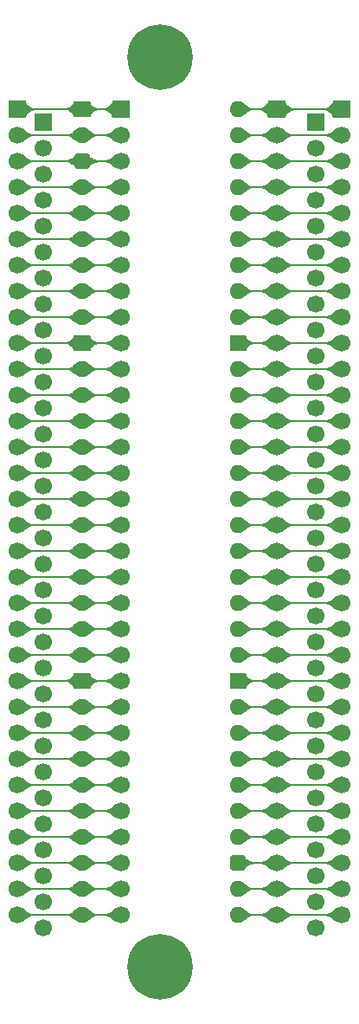
<source format=gtl>
%TF.GenerationSoftware,KiCad,Pcbnew,9.0.7-9.0.7~ubuntu24.04.1*%
%TF.CreationDate,2026-01-16T07:33:30+02:00*%
%TF.ProjectId,HCP65 Narrow Analyser,48435036-3520-44e6-9172-726f7720416e,V0*%
%TF.SameCoordinates,Original*%
%TF.FileFunction,Copper,L1,Top*%
%TF.FilePolarity,Positive*%
%FSLAX46Y46*%
G04 Gerber Fmt 4.6, Leading zero omitted, Abs format (unit mm)*
G04 Created by KiCad (PCBNEW 9.0.7-9.0.7~ubuntu24.04.1) date 2026-01-16 07:33:30*
%MOMM*%
%LPD*%
G01*
G04 APERTURE LIST*
G04 Aperture macros list*
%AMRoundRect*
0 Rectangle with rounded corners*
0 $1 Rounding radius*
0 $2 $3 $4 $5 $6 $7 $8 $9 X,Y pos of 4 corners*
0 Add a 4 corners polygon primitive as box body*
4,1,4,$2,$3,$4,$5,$6,$7,$8,$9,$2,$3,0*
0 Add four circle primitives for the rounded corners*
1,1,$1+$1,$2,$3*
1,1,$1+$1,$4,$5*
1,1,$1+$1,$6,$7*
1,1,$1+$1,$8,$9*
0 Add four rect primitives between the rounded corners*
20,1,$1+$1,$2,$3,$4,$5,0*
20,1,$1+$1,$4,$5,$6,$7,0*
20,1,$1+$1,$6,$7,$8,$9,0*
20,1,$1+$1,$8,$9,$2,$3,0*%
G04 Aperture macros list end*
%TA.AperFunction,ComponentPad*%
%ADD10R,1.700000X1.700000*%
%TD*%
%TA.AperFunction,ComponentPad*%
%ADD11C,1.700000*%
%TD*%
%TA.AperFunction,ComponentPad*%
%ADD12R,1.600000X1.600000*%
%TD*%
%TA.AperFunction,ComponentPad*%
%ADD13O,1.600000X1.600000*%
%TD*%
%TA.AperFunction,ComponentPad*%
%ADD14RoundRect,0.400000X-0.400000X-0.400000X0.400000X-0.400000X0.400000X0.400000X-0.400000X0.400000X0*%
%TD*%
%TA.AperFunction,ComponentPad*%
%ADD15C,6.400000*%
%TD*%
%TA.AperFunction,Conductor*%
%ADD16C,0.200000*%
%TD*%
G04 APERTURE END LIST*
D10*
%TO.P,J6,1,Pin_1*%
%TO.N,/GND*%
X-3810000Y-1270000D03*
D11*
%TO.P,J6,2,Pin_2*%
X-3810000Y-3810000D03*
%TO.P,J6,3,Pin_3*%
X-3810000Y-6350000D03*
%TO.P,J6,4,Pin_4*%
X-3810000Y-8890000D03*
%TO.P,J6,5,Pin_5*%
X-3810000Y-11430000D03*
%TO.P,J6,6,Pin_6*%
X-3810000Y-13970000D03*
%TO.P,J6,7,Pin_7*%
X-3810000Y-16510000D03*
%TO.P,J6,8,Pin_8*%
X-3810000Y-19050000D03*
%TO.P,J6,9,Pin_9*%
X-3810000Y-21590000D03*
%TO.P,J6,10,Pin_10*%
X-3810000Y-24130000D03*
%TO.P,J6,11,Pin_11*%
X-3810000Y-26670000D03*
%TO.P,J6,12,Pin_12*%
X-3810000Y-29210000D03*
%TO.P,J6,13,Pin_13*%
X-3810000Y-31750000D03*
%TO.P,J6,14,Pin_14*%
X-3810000Y-34290000D03*
%TO.P,J6,15,Pin_15*%
X-3810000Y-36830000D03*
%TO.P,J6,16,Pin_16*%
X-3810000Y-39370000D03*
%TO.P,J6,17,Pin_17*%
X-3810000Y-41910000D03*
%TO.P,J6,18,Pin_18*%
X-3810000Y-44450000D03*
%TO.P,J6,19,Pin_19*%
X-3810000Y-46990000D03*
%TO.P,J6,20,Pin_20*%
X-3810000Y-49530000D03*
%TO.P,J6,21,Pin_21*%
X-3810000Y-52070000D03*
%TO.P,J6,22,Pin_22*%
X-3810000Y-54610000D03*
%TO.P,J6,23,Pin_23*%
X-3810000Y-57150000D03*
%TO.P,J6,24,Pin_24*%
X-3810000Y-59690000D03*
%TO.P,J6,25,Pin_25*%
X-3810000Y-62230000D03*
%TO.P,J6,26,Pin_26*%
X-3810000Y-64770000D03*
%TO.P,J6,27,Pin_27*%
X-3810000Y-67310000D03*
%TO.P,J6,28,Pin_28*%
X-3810000Y-69850000D03*
%TO.P,J6,29,Pin_29*%
X-3810000Y-72390000D03*
%TO.P,J6,30,Pin_30*%
X-3810000Y-74930000D03*
%TO.P,J6,31,Pin_31*%
X-3810000Y-77470000D03*
%TO.P,J6,32,Pin_32*%
X-3810000Y-80010000D03*
%TD*%
D10*
%TO.P,J7,1,Pin_1*%
%TO.N,/GND*%
X22860000Y-1270000D03*
D11*
%TO.P,J7,2,Pin_2*%
X22860000Y-3810000D03*
%TO.P,J7,3,Pin_3*%
X22860000Y-6350000D03*
%TO.P,J7,4,Pin_4*%
X22860000Y-8890000D03*
%TO.P,J7,5,Pin_5*%
X22860000Y-11430000D03*
%TO.P,J7,6,Pin_6*%
X22860000Y-13970000D03*
%TO.P,J7,7,Pin_7*%
X22860000Y-16510000D03*
%TO.P,J7,8,Pin_8*%
X22860000Y-19050000D03*
%TO.P,J7,9,Pin_9*%
X22860000Y-21590000D03*
%TO.P,J7,10,Pin_10*%
X22860000Y-24130000D03*
%TO.P,J7,11,Pin_11*%
X22860000Y-26670000D03*
%TO.P,J7,12,Pin_12*%
X22860000Y-29210000D03*
%TO.P,J7,13,Pin_13*%
X22860000Y-31750000D03*
%TO.P,J7,14,Pin_14*%
X22860000Y-34290000D03*
%TO.P,J7,15,Pin_15*%
X22860000Y-36830000D03*
%TO.P,J7,16,Pin_16*%
X22860000Y-39370000D03*
%TO.P,J7,17,Pin_17*%
X22860000Y-41910000D03*
%TO.P,J7,18,Pin_18*%
X22860000Y-44450000D03*
%TO.P,J7,19,Pin_19*%
X22860000Y-46990000D03*
%TO.P,J7,20,Pin_20*%
X22860000Y-49530000D03*
%TO.P,J7,21,Pin_21*%
X22860000Y-52070000D03*
%TO.P,J7,22,Pin_22*%
X22860000Y-54610000D03*
%TO.P,J7,23,Pin_23*%
X22860000Y-57150000D03*
%TO.P,J7,24,Pin_24*%
X22860000Y-59690000D03*
%TO.P,J7,25,Pin_25*%
X22860000Y-62230000D03*
%TO.P,J7,26,Pin_26*%
X22860000Y-64770000D03*
%TO.P,J7,27,Pin_27*%
X22860000Y-67310000D03*
%TO.P,J7,28,Pin_28*%
X22860000Y-69850000D03*
%TO.P,J7,29,Pin_29*%
X22860000Y-72390000D03*
%TO.P,J7,30,Pin_30*%
X22860000Y-74930000D03*
%TO.P,J7,31,Pin_31*%
X22860000Y-77470000D03*
%TO.P,J7,32,Pin_32*%
X22860000Y-80010000D03*
%TD*%
D12*
%TO.P,J1,1*%
%TO.N,Net-(J4-Pin_1)*%
X0Y0D03*
D13*
%TO.P,J1,2*%
%TO.N,Net-(J4-Pin_2)*%
X0Y-2540000D03*
D14*
%TO.P,J1,3*%
%TO.N,Net-(J4-Pin_3)*%
X0Y-5080000D03*
D13*
%TO.P,J1,4*%
%TO.N,Net-(J4-Pin_4)*%
X0Y-7620000D03*
%TO.P,J1,5*%
%TO.N,Net-(J4-Pin_5)*%
X0Y-10160000D03*
%TO.P,J1,6*%
%TO.N,Net-(J4-Pin_6)*%
X0Y-12700000D03*
%TO.P,J1,7*%
%TO.N,Net-(J4-Pin_7)*%
X0Y-15240000D03*
%TO.P,J1,8*%
%TO.N,Net-(J4-Pin_8)*%
X0Y-17780000D03*
%TO.P,J1,9*%
%TO.N,Net-(J4-Pin_9)*%
X0Y-20320000D03*
D12*
%TO.P,J1,10*%
%TO.N,Net-(J4-Pin_10)*%
X0Y-22860000D03*
D13*
%TO.P,J1,11*%
%TO.N,Net-(J4-Pin_11)*%
X0Y-25400000D03*
%TO.P,J1,12*%
%TO.N,Net-(J4-Pin_12)*%
X0Y-27940000D03*
%TO.P,J1,13*%
%TO.N,Net-(J4-Pin_13)*%
X0Y-30480000D03*
%TO.P,J1,14*%
%TO.N,Net-(J4-Pin_14)*%
X0Y-33020000D03*
%TO.P,J1,15*%
%TO.N,Net-(J4-Pin_15)*%
X0Y-35560000D03*
%TO.P,J1,16*%
%TO.N,Net-(J4-Pin_16)*%
X0Y-38100000D03*
%TO.P,J1,17*%
%TO.N,Net-(J4-Pin_17)*%
X0Y-40640000D03*
%TO.P,J1,18*%
%TO.N,Net-(J4-Pin_18)*%
X0Y-43180000D03*
%TO.P,J1,19*%
%TO.N,Net-(J4-Pin_19)*%
X0Y-45720000D03*
%TO.P,J1,20*%
%TO.N,Net-(J4-Pin_20)*%
X0Y-48260000D03*
%TO.P,J1,21*%
%TO.N,Net-(J4-Pin_21)*%
X0Y-50800000D03*
%TO.P,J1,22*%
%TO.N,Net-(J4-Pin_22)*%
X0Y-53340000D03*
D12*
%TO.P,J1,23*%
%TO.N,Net-(J4-Pin_23)*%
X0Y-55880000D03*
D13*
%TO.P,J1,24*%
%TO.N,Net-(J4-Pin_24)*%
X0Y-58420000D03*
%TO.P,J1,25*%
%TO.N,Net-(J4-Pin_25)*%
X0Y-60960000D03*
%TO.P,J1,26*%
%TO.N,Net-(J4-Pin_26)*%
X0Y-63500000D03*
%TO.P,J1,27*%
%TO.N,Net-(J4-Pin_27)*%
X0Y-66040000D03*
%TO.P,J1,28*%
%TO.N,Net-(J4-Pin_28)*%
X0Y-68580000D03*
%TO.P,J1,29*%
%TO.N,Net-(J4-Pin_29)*%
X0Y-71120000D03*
%TO.P,J1,30*%
%TO.N,Net-(J4-Pin_30)*%
X0Y-73660000D03*
%TO.P,J1,31*%
%TO.N,Net-(J4-Pin_31)*%
X0Y-76200000D03*
%TO.P,J1,32*%
%TO.N,Net-(J4-Pin_32)*%
X0Y-78740000D03*
%TO.P,J1,33*%
%TO.N,Net-(J2-Pin_32)*%
X15240000Y-78740000D03*
%TO.P,J1,34*%
%TO.N,Net-(J2-Pin_31)*%
X15240000Y-76200000D03*
D14*
%TO.P,J1,35*%
%TO.N,Net-(J2-Pin_30)*%
X15240000Y-73660000D03*
D13*
%TO.P,J1,36*%
%TO.N,Net-(J2-Pin_29)*%
X15240000Y-71120000D03*
%TO.P,J1,37*%
%TO.N,Net-(J2-Pin_28)*%
X15240000Y-68580000D03*
%TO.P,J1,38*%
%TO.N,Net-(J2-Pin_27)*%
X15240000Y-66040000D03*
%TO.P,J1,39*%
%TO.N,Net-(J2-Pin_26)*%
X15240000Y-63500000D03*
%TO.P,J1,40*%
%TO.N,Net-(J2-Pin_25)*%
X15240000Y-60960000D03*
%TO.P,J1,41*%
%TO.N,Net-(J2-Pin_24)*%
X15240000Y-58420000D03*
D12*
%TO.P,J1,42*%
%TO.N,Net-(J2-Pin_23)*%
X15240000Y-55880000D03*
D13*
%TO.P,J1,43*%
%TO.N,Net-(J2-Pin_22)*%
X15240000Y-53340000D03*
%TO.P,J1,44*%
%TO.N,Net-(J2-Pin_21)*%
X15240000Y-50800000D03*
%TO.P,J1,45*%
%TO.N,Net-(J2-Pin_20)*%
X15240000Y-48260000D03*
%TO.P,J1,46*%
%TO.N,Net-(J2-Pin_19)*%
X15240000Y-45720000D03*
%TO.P,J1,47*%
%TO.N,Net-(J2-Pin_18)*%
X15240000Y-43180000D03*
%TO.P,J1,48*%
%TO.N,Net-(J2-Pin_17)*%
X15240000Y-40640000D03*
%TO.P,J1,49*%
%TO.N,Net-(J2-Pin_16)*%
X15240000Y-38100000D03*
%TO.P,J1,50*%
%TO.N,Net-(J2-Pin_15)*%
X15240000Y-35560000D03*
%TO.P,J1,51*%
%TO.N,Net-(J2-Pin_14)*%
X15240000Y-33020000D03*
%TO.P,J1,52*%
%TO.N,Net-(J2-Pin_13)*%
X15240000Y-30480000D03*
%TO.P,J1,53*%
%TO.N,Net-(J2-Pin_12)*%
X15240000Y-27940000D03*
%TO.P,J1,54*%
%TO.N,Net-(J2-Pin_11)*%
X15240000Y-25400000D03*
D12*
%TO.P,J1,55*%
%TO.N,Net-(J2-Pin_10)*%
X15240000Y-22860000D03*
D13*
%TO.P,J1,56*%
%TO.N,Net-(J2-Pin_9)*%
X15240000Y-20320000D03*
%TO.P,J1,57*%
%TO.N,Net-(J2-Pin_8)*%
X15240000Y-17780000D03*
%TO.P,J1,58*%
%TO.N,Net-(J2-Pin_7)*%
X15240000Y-15240000D03*
%TO.P,J1,59*%
%TO.N,Net-(J2-Pin_6)*%
X15240000Y-12700000D03*
%TO.P,J1,60*%
%TO.N,Net-(J2-Pin_5)*%
X15240000Y-10160000D03*
%TO.P,J1,61*%
%TO.N,Net-(J2-Pin_4)*%
X15240000Y-7620000D03*
%TO.P,J1,62*%
%TO.N,Net-(J2-Pin_3)*%
X15240000Y-5080000D03*
%TO.P,J1,63*%
%TO.N,Net-(J2-Pin_2)*%
X15240000Y-2540000D03*
%TO.P,J1,64*%
%TO.N,Net-(J2-Pin_1)*%
X15240000Y0D03*
%TD*%
D15*
%TO.P,H1,1,1*%
%TO.N,/GND*%
X7620000Y5080000D03*
%TD*%
D10*
%TO.P,J3,1,Pin_1*%
%TO.N,Net-(J2-Pin_1)*%
X19050000Y0D03*
D11*
%TO.P,J3,2,Pin_2*%
%TO.N,Net-(J2-Pin_2)*%
X19050000Y-2540000D03*
%TO.P,J3,3,Pin_3*%
%TO.N,Net-(J2-Pin_3)*%
X19050000Y-5080000D03*
%TO.P,J3,4,Pin_4*%
%TO.N,Net-(J2-Pin_4)*%
X19050000Y-7620000D03*
%TO.P,J3,5,Pin_5*%
%TO.N,Net-(J2-Pin_5)*%
X19050000Y-10160000D03*
%TO.P,J3,6,Pin_6*%
%TO.N,Net-(J2-Pin_6)*%
X19050000Y-12700000D03*
%TO.P,J3,7,Pin_7*%
%TO.N,Net-(J2-Pin_7)*%
X19050000Y-15240000D03*
%TO.P,J3,8,Pin_8*%
%TO.N,Net-(J2-Pin_8)*%
X19050000Y-17780000D03*
%TO.P,J3,9,Pin_9*%
%TO.N,Net-(J2-Pin_9)*%
X19050000Y-20320000D03*
%TO.P,J3,10,Pin_10*%
%TO.N,Net-(J2-Pin_10)*%
X19050000Y-22860000D03*
%TO.P,J3,11,Pin_11*%
%TO.N,Net-(J2-Pin_11)*%
X19050000Y-25400000D03*
%TO.P,J3,12,Pin_12*%
%TO.N,Net-(J2-Pin_12)*%
X19050000Y-27940000D03*
%TO.P,J3,13,Pin_13*%
%TO.N,Net-(J2-Pin_13)*%
X19050000Y-30480000D03*
%TO.P,J3,14,Pin_14*%
%TO.N,Net-(J2-Pin_14)*%
X19050000Y-33020000D03*
%TO.P,J3,15,Pin_15*%
%TO.N,Net-(J2-Pin_15)*%
X19050000Y-35560000D03*
%TO.P,J3,16,Pin_16*%
%TO.N,Net-(J2-Pin_16)*%
X19050000Y-38100000D03*
%TO.P,J3,17,Pin_17*%
%TO.N,Net-(J2-Pin_17)*%
X19050000Y-40640000D03*
%TO.P,J3,18,Pin_18*%
%TO.N,Net-(J2-Pin_18)*%
X19050000Y-43180000D03*
%TO.P,J3,19,Pin_19*%
%TO.N,Net-(J2-Pin_19)*%
X19050000Y-45720000D03*
%TO.P,J3,20,Pin_20*%
%TO.N,Net-(J2-Pin_20)*%
X19050000Y-48260000D03*
%TO.P,J3,21,Pin_21*%
%TO.N,Net-(J2-Pin_21)*%
X19050000Y-50800000D03*
%TO.P,J3,22,Pin_22*%
%TO.N,Net-(J2-Pin_22)*%
X19050000Y-53340000D03*
%TO.P,J3,23,Pin_23*%
%TO.N,Net-(J2-Pin_23)*%
X19050000Y-55880000D03*
%TO.P,J3,24,Pin_24*%
%TO.N,Net-(J2-Pin_24)*%
X19050000Y-58420000D03*
%TO.P,J3,25,Pin_25*%
%TO.N,Net-(J2-Pin_25)*%
X19050000Y-60960000D03*
%TO.P,J3,26,Pin_26*%
%TO.N,Net-(J2-Pin_26)*%
X19050000Y-63500000D03*
%TO.P,J3,27,Pin_27*%
%TO.N,Net-(J2-Pin_27)*%
X19050000Y-66040000D03*
%TO.P,J3,28,Pin_28*%
%TO.N,Net-(J2-Pin_28)*%
X19050000Y-68580000D03*
%TO.P,J3,29,Pin_29*%
%TO.N,Net-(J2-Pin_29)*%
X19050000Y-71120000D03*
%TO.P,J3,30,Pin_30*%
%TO.N,Net-(J2-Pin_30)*%
X19050000Y-73660000D03*
%TO.P,J3,31,Pin_31*%
%TO.N,Net-(J2-Pin_31)*%
X19050000Y-76200000D03*
%TO.P,J3,32,Pin_32*%
%TO.N,Net-(J2-Pin_32)*%
X19050000Y-78740000D03*
%TD*%
D10*
%TO.P,J5,1,Pin_1*%
%TO.N,Net-(J4-Pin_1)*%
X-6350000Y0D03*
D11*
%TO.P,J5,2,Pin_2*%
%TO.N,Net-(J4-Pin_2)*%
X-6350000Y-2540000D03*
%TO.P,J5,3,Pin_3*%
%TO.N,Net-(J4-Pin_3)*%
X-6350000Y-5080000D03*
%TO.P,J5,4,Pin_4*%
%TO.N,Net-(J4-Pin_4)*%
X-6350000Y-7620000D03*
%TO.P,J5,5,Pin_5*%
%TO.N,Net-(J4-Pin_5)*%
X-6350000Y-10160000D03*
%TO.P,J5,6,Pin_6*%
%TO.N,Net-(J4-Pin_6)*%
X-6350000Y-12700000D03*
%TO.P,J5,7,Pin_7*%
%TO.N,Net-(J4-Pin_7)*%
X-6350000Y-15240000D03*
%TO.P,J5,8,Pin_8*%
%TO.N,Net-(J4-Pin_8)*%
X-6350000Y-17780000D03*
%TO.P,J5,9,Pin_9*%
%TO.N,Net-(J4-Pin_9)*%
X-6350000Y-20320000D03*
%TO.P,J5,10,Pin_10*%
%TO.N,Net-(J4-Pin_10)*%
X-6350000Y-22860000D03*
%TO.P,J5,11,Pin_11*%
%TO.N,Net-(J4-Pin_11)*%
X-6350000Y-25400000D03*
%TO.P,J5,12,Pin_12*%
%TO.N,Net-(J4-Pin_12)*%
X-6350000Y-27940000D03*
%TO.P,J5,13,Pin_13*%
%TO.N,Net-(J4-Pin_13)*%
X-6350000Y-30480000D03*
%TO.P,J5,14,Pin_14*%
%TO.N,Net-(J4-Pin_14)*%
X-6350000Y-33020000D03*
%TO.P,J5,15,Pin_15*%
%TO.N,Net-(J4-Pin_15)*%
X-6350000Y-35560000D03*
%TO.P,J5,16,Pin_16*%
%TO.N,Net-(J4-Pin_16)*%
X-6350000Y-38100000D03*
%TO.P,J5,17,Pin_17*%
%TO.N,Net-(J4-Pin_17)*%
X-6350000Y-40640000D03*
%TO.P,J5,18,Pin_18*%
%TO.N,Net-(J4-Pin_18)*%
X-6350000Y-43180000D03*
%TO.P,J5,19,Pin_19*%
%TO.N,Net-(J4-Pin_19)*%
X-6350000Y-45720000D03*
%TO.P,J5,20,Pin_20*%
%TO.N,Net-(J4-Pin_20)*%
X-6350000Y-48260000D03*
%TO.P,J5,21,Pin_21*%
%TO.N,Net-(J4-Pin_21)*%
X-6350000Y-50800000D03*
%TO.P,J5,22,Pin_22*%
%TO.N,Net-(J4-Pin_22)*%
X-6350000Y-53340000D03*
%TO.P,J5,23,Pin_23*%
%TO.N,Net-(J4-Pin_23)*%
X-6350000Y-55880000D03*
%TO.P,J5,24,Pin_24*%
%TO.N,Net-(J4-Pin_24)*%
X-6350000Y-58420000D03*
%TO.P,J5,25,Pin_25*%
%TO.N,Net-(J4-Pin_25)*%
X-6350000Y-60960000D03*
%TO.P,J5,26,Pin_26*%
%TO.N,Net-(J4-Pin_26)*%
X-6350000Y-63500000D03*
%TO.P,J5,27,Pin_27*%
%TO.N,Net-(J4-Pin_27)*%
X-6350000Y-66040000D03*
%TO.P,J5,28,Pin_28*%
%TO.N,Net-(J4-Pin_28)*%
X-6350000Y-68580000D03*
%TO.P,J5,29,Pin_29*%
%TO.N,Net-(J4-Pin_29)*%
X-6350000Y-71120000D03*
%TO.P,J5,30,Pin_30*%
%TO.N,Net-(J4-Pin_30)*%
X-6350000Y-73660000D03*
%TO.P,J5,31,Pin_31*%
%TO.N,Net-(J4-Pin_31)*%
X-6350000Y-76200000D03*
%TO.P,J5,32,Pin_32*%
%TO.N,Net-(J4-Pin_32)*%
X-6350000Y-78740000D03*
%TD*%
D15*
%TO.P,H2,1,1*%
%TO.N,/GND*%
X7620000Y-83820000D03*
%TD*%
D10*
%TO.P,J4,1,Pin_1*%
%TO.N,Net-(J4-Pin_1)*%
X3810000Y0D03*
D11*
%TO.P,J4,2,Pin_2*%
%TO.N,Net-(J4-Pin_2)*%
X3810000Y-2540000D03*
%TO.P,J4,3,Pin_3*%
%TO.N,Net-(J4-Pin_3)*%
X3810000Y-5080000D03*
%TO.P,J4,4,Pin_4*%
%TO.N,Net-(J4-Pin_4)*%
X3810000Y-7620000D03*
%TO.P,J4,5,Pin_5*%
%TO.N,Net-(J4-Pin_5)*%
X3810000Y-10160000D03*
%TO.P,J4,6,Pin_6*%
%TO.N,Net-(J4-Pin_6)*%
X3810000Y-12700000D03*
%TO.P,J4,7,Pin_7*%
%TO.N,Net-(J4-Pin_7)*%
X3810000Y-15240000D03*
%TO.P,J4,8,Pin_8*%
%TO.N,Net-(J4-Pin_8)*%
X3810000Y-17780000D03*
%TO.P,J4,9,Pin_9*%
%TO.N,Net-(J4-Pin_9)*%
X3810000Y-20320000D03*
%TO.P,J4,10,Pin_10*%
%TO.N,Net-(J4-Pin_10)*%
X3810000Y-22860000D03*
%TO.P,J4,11,Pin_11*%
%TO.N,Net-(J4-Pin_11)*%
X3810000Y-25400000D03*
%TO.P,J4,12,Pin_12*%
%TO.N,Net-(J4-Pin_12)*%
X3810000Y-27940000D03*
%TO.P,J4,13,Pin_13*%
%TO.N,Net-(J4-Pin_13)*%
X3810000Y-30480000D03*
%TO.P,J4,14,Pin_14*%
%TO.N,Net-(J4-Pin_14)*%
X3810000Y-33020000D03*
%TO.P,J4,15,Pin_15*%
%TO.N,Net-(J4-Pin_15)*%
X3810000Y-35560000D03*
%TO.P,J4,16,Pin_16*%
%TO.N,Net-(J4-Pin_16)*%
X3810000Y-38100000D03*
%TO.P,J4,17,Pin_17*%
%TO.N,Net-(J4-Pin_17)*%
X3810000Y-40640000D03*
%TO.P,J4,18,Pin_18*%
%TO.N,Net-(J4-Pin_18)*%
X3810000Y-43180000D03*
%TO.P,J4,19,Pin_19*%
%TO.N,Net-(J4-Pin_19)*%
X3810000Y-45720000D03*
%TO.P,J4,20,Pin_20*%
%TO.N,Net-(J4-Pin_20)*%
X3810000Y-48260000D03*
%TO.P,J4,21,Pin_21*%
%TO.N,Net-(J4-Pin_21)*%
X3810000Y-50800000D03*
%TO.P,J4,22,Pin_22*%
%TO.N,Net-(J4-Pin_22)*%
X3810000Y-53340000D03*
%TO.P,J4,23,Pin_23*%
%TO.N,Net-(J4-Pin_23)*%
X3810000Y-55880000D03*
%TO.P,J4,24,Pin_24*%
%TO.N,Net-(J4-Pin_24)*%
X3810000Y-58420000D03*
%TO.P,J4,25,Pin_25*%
%TO.N,Net-(J4-Pin_25)*%
X3810000Y-60960000D03*
%TO.P,J4,26,Pin_26*%
%TO.N,Net-(J4-Pin_26)*%
X3810000Y-63500000D03*
%TO.P,J4,27,Pin_27*%
%TO.N,Net-(J4-Pin_27)*%
X3810000Y-66040000D03*
%TO.P,J4,28,Pin_28*%
%TO.N,Net-(J4-Pin_28)*%
X3810000Y-68580000D03*
%TO.P,J4,29,Pin_29*%
%TO.N,Net-(J4-Pin_29)*%
X3810000Y-71120000D03*
%TO.P,J4,30,Pin_30*%
%TO.N,Net-(J4-Pin_30)*%
X3810000Y-73660000D03*
%TO.P,J4,31,Pin_31*%
%TO.N,Net-(J4-Pin_31)*%
X3810000Y-76200000D03*
%TO.P,J4,32,Pin_32*%
%TO.N,Net-(J4-Pin_32)*%
X3810000Y-78740000D03*
%TD*%
D10*
%TO.P,J2,1,Pin_1*%
%TO.N,Net-(J2-Pin_1)*%
X25400000Y0D03*
D11*
%TO.P,J2,2,Pin_2*%
%TO.N,Net-(J2-Pin_2)*%
X25400000Y-2540000D03*
%TO.P,J2,3,Pin_3*%
%TO.N,Net-(J2-Pin_3)*%
X25400000Y-5080000D03*
%TO.P,J2,4,Pin_4*%
%TO.N,Net-(J2-Pin_4)*%
X25400000Y-7620000D03*
%TO.P,J2,5,Pin_5*%
%TO.N,Net-(J2-Pin_5)*%
X25400000Y-10160000D03*
%TO.P,J2,6,Pin_6*%
%TO.N,Net-(J2-Pin_6)*%
X25400000Y-12700000D03*
%TO.P,J2,7,Pin_7*%
%TO.N,Net-(J2-Pin_7)*%
X25400000Y-15240000D03*
%TO.P,J2,8,Pin_8*%
%TO.N,Net-(J2-Pin_8)*%
X25400000Y-17780000D03*
%TO.P,J2,9,Pin_9*%
%TO.N,Net-(J2-Pin_9)*%
X25400000Y-20320000D03*
%TO.P,J2,10,Pin_10*%
%TO.N,Net-(J2-Pin_10)*%
X25400000Y-22860000D03*
%TO.P,J2,11,Pin_11*%
%TO.N,Net-(J2-Pin_11)*%
X25400000Y-25400000D03*
%TO.P,J2,12,Pin_12*%
%TO.N,Net-(J2-Pin_12)*%
X25400000Y-27940000D03*
%TO.P,J2,13,Pin_13*%
%TO.N,Net-(J2-Pin_13)*%
X25400000Y-30480000D03*
%TO.P,J2,14,Pin_14*%
%TO.N,Net-(J2-Pin_14)*%
X25400000Y-33020000D03*
%TO.P,J2,15,Pin_15*%
%TO.N,Net-(J2-Pin_15)*%
X25400000Y-35560000D03*
%TO.P,J2,16,Pin_16*%
%TO.N,Net-(J2-Pin_16)*%
X25400000Y-38100000D03*
%TO.P,J2,17,Pin_17*%
%TO.N,Net-(J2-Pin_17)*%
X25400000Y-40640000D03*
%TO.P,J2,18,Pin_18*%
%TO.N,Net-(J2-Pin_18)*%
X25400000Y-43180000D03*
%TO.P,J2,19,Pin_19*%
%TO.N,Net-(J2-Pin_19)*%
X25400000Y-45720000D03*
%TO.P,J2,20,Pin_20*%
%TO.N,Net-(J2-Pin_20)*%
X25400000Y-48260000D03*
%TO.P,J2,21,Pin_21*%
%TO.N,Net-(J2-Pin_21)*%
X25400000Y-50800000D03*
%TO.P,J2,22,Pin_22*%
%TO.N,Net-(J2-Pin_22)*%
X25400000Y-53340000D03*
%TO.P,J2,23,Pin_23*%
%TO.N,Net-(J2-Pin_23)*%
X25400000Y-55880000D03*
%TO.P,J2,24,Pin_24*%
%TO.N,Net-(J2-Pin_24)*%
X25400000Y-58420000D03*
%TO.P,J2,25,Pin_25*%
%TO.N,Net-(J2-Pin_25)*%
X25400000Y-60960000D03*
%TO.P,J2,26,Pin_26*%
%TO.N,Net-(J2-Pin_26)*%
X25400000Y-63500000D03*
%TO.P,J2,27,Pin_27*%
%TO.N,Net-(J2-Pin_27)*%
X25400000Y-66040000D03*
%TO.P,J2,28,Pin_28*%
%TO.N,Net-(J2-Pin_28)*%
X25400000Y-68580000D03*
%TO.P,J2,29,Pin_29*%
%TO.N,Net-(J2-Pin_29)*%
X25400000Y-71120000D03*
%TO.P,J2,30,Pin_30*%
%TO.N,Net-(J2-Pin_30)*%
X25400000Y-73660000D03*
%TO.P,J2,31,Pin_31*%
%TO.N,Net-(J2-Pin_31)*%
X25400000Y-76200000D03*
%TO.P,J2,32,Pin_32*%
%TO.N,Net-(J2-Pin_32)*%
X25400000Y-78740000D03*
%TD*%
D16*
%TO.N,Net-(J4-Pin_24)*%
X0Y-58420000D02*
X3810000Y-58420000D01*
X0Y-58420000D02*
X-6350000Y-58420000D01*
%TO.N,Net-(J4-Pin_9)*%
X0Y-20320000D02*
X3810000Y-20320000D01*
X0Y-20320000D02*
X-6350000Y-20320000D01*
%TO.N,Net-(J2-Pin_11)*%
X19050000Y-25400000D02*
X25400000Y-25400000D01*
X19050000Y-25400000D02*
X15240000Y-25400000D01*
%TO.N,Net-(J2-Pin_30)*%
X19050000Y-73660000D02*
X15240000Y-73660000D01*
X19050000Y-73660000D02*
X25400000Y-73660000D01*
%TO.N,Net-(J4-Pin_3)*%
X0Y-5080000D02*
X3810000Y-5080000D01*
X0Y-5080000D02*
X-6350000Y-5080000D01*
%TO.N,Net-(J4-Pin_17)*%
X0Y-40640000D02*
X3810000Y-40640000D01*
X0Y-40640000D02*
X-6350000Y-40640000D01*
%TO.N,Net-(J2-Pin_8)*%
X19050000Y-17780000D02*
X15240000Y-17780000D01*
X19050000Y-17780000D02*
X25400000Y-17780000D01*
%TO.N,Net-(J4-Pin_18)*%
X0Y-43180000D02*
X3810000Y-43180000D01*
X0Y-43180000D02*
X-6350000Y-43180000D01*
%TO.N,Net-(J4-Pin_14)*%
X0Y-33020000D02*
X3810000Y-33020000D01*
X0Y-33020000D02*
X-6350000Y-33020000D01*
%TO.N,Net-(J4-Pin_16)*%
X0Y-38100000D02*
X-6350000Y-38100000D01*
X0Y-38100000D02*
X3810000Y-38100000D01*
%TO.N,Net-(J4-Pin_27)*%
X0Y-66040000D02*
X-6350000Y-66040000D01*
X0Y-66040000D02*
X3810000Y-66040000D01*
%TO.N,Net-(J2-Pin_19)*%
X19050000Y-45720000D02*
X25400000Y-45720000D01*
X19050000Y-45720000D02*
X15240000Y-45720000D01*
%TO.N,Net-(J2-Pin_12)*%
X19050000Y-27940000D02*
X25400000Y-27940000D01*
X19050000Y-27940000D02*
X15240000Y-27940000D01*
%TO.N,Net-(J2-Pin_25)*%
X19050000Y-60960000D02*
X25400000Y-60960000D01*
X19050000Y-60960000D02*
X15240000Y-60960000D01*
%TO.N,Net-(J4-Pin_22)*%
X0Y-53340000D02*
X3810000Y-53340000D01*
X0Y-53340000D02*
X-6350000Y-53340000D01*
%TO.N,Net-(J4-Pin_30)*%
X0Y-73660000D02*
X-6350000Y-73660000D01*
X0Y-73660000D02*
X3810000Y-73660000D01*
%TO.N,Net-(J4-Pin_5)*%
X0Y-10160000D02*
X3810000Y-10160000D01*
X0Y-10160000D02*
X-6350000Y-10160000D01*
%TO.N,Net-(J4-Pin_31)*%
X0Y-76200000D02*
X3810000Y-76200000D01*
X0Y-76200000D02*
X-6350000Y-76200000D01*
%TO.N,Net-(J2-Pin_21)*%
X19050000Y-50800000D02*
X25400000Y-50800000D01*
X19050000Y-50800000D02*
X15240000Y-50800000D01*
%TO.N,Net-(J2-Pin_3)*%
X19050000Y-5080000D02*
X15240000Y-5080000D01*
X19050000Y-5080000D02*
X25400000Y-5080000D01*
%TO.N,Net-(J4-Pin_32)*%
X0Y-78740000D02*
X3810000Y-78740000D01*
X0Y-78740000D02*
X-6350000Y-78740000D01*
%TO.N,Net-(J2-Pin_2)*%
X19050000Y-2540000D02*
X25400000Y-2540000D01*
X19050000Y-2540000D02*
X15240000Y-2540000D01*
%TO.N,Net-(J2-Pin_14)*%
X19050000Y-33020000D02*
X25400000Y-33020000D01*
X19050000Y-33020000D02*
X15240000Y-33020000D01*
%TO.N,Net-(J2-Pin_9)*%
X19050000Y-20320000D02*
X25400000Y-20320000D01*
X19050000Y-20320000D02*
X15240000Y-20320000D01*
%TO.N,Net-(J2-Pin_5)*%
X19050000Y-10160000D02*
X15240000Y-10160000D01*
X19050000Y-10160000D02*
X25400000Y-10160000D01*
%TO.N,Net-(J2-Pin_16)*%
X19050000Y-38100000D02*
X25400000Y-38100000D01*
X19050000Y-38100000D02*
X15240000Y-38100000D01*
%TO.N,Net-(J2-Pin_18)*%
X19050000Y-43180000D02*
X15240000Y-43180000D01*
X19050000Y-43180000D02*
X25400000Y-43180000D01*
%TO.N,Net-(J2-Pin_23)*%
X19050000Y-55880000D02*
X25400000Y-55880000D01*
X19050000Y-55880000D02*
X15240000Y-55880000D01*
%TO.N,Net-(J4-Pin_19)*%
X0Y-45720000D02*
X-6350000Y-45720000D01*
X0Y-45720000D02*
X3810000Y-45720000D01*
%TO.N,Net-(J4-Pin_7)*%
X0Y-15240000D02*
X3810000Y-15240000D01*
X0Y-15240000D02*
X-6350000Y-15240000D01*
%TO.N,Net-(J2-Pin_10)*%
X19050000Y-22860000D02*
X25400000Y-22860000D01*
X19050000Y-22860000D02*
X15240000Y-22860000D01*
%TO.N,Net-(J2-Pin_27)*%
X19050000Y-66040000D02*
X15240000Y-66040000D01*
X19050000Y-66040000D02*
X25400000Y-66040000D01*
%TO.N,Net-(J4-Pin_2)*%
X0Y-2540000D02*
X-6350000Y-2540000D01*
X0Y-2540000D02*
X3810000Y-2540000D01*
%TO.N,Net-(J4-Pin_29)*%
X0Y-71120000D02*
X3810000Y-71120000D01*
X0Y-71120000D02*
X-6350000Y-71120000D01*
%TO.N,Net-(J4-Pin_12)*%
X0Y-27940000D02*
X-6350000Y-27940000D01*
X0Y-27940000D02*
X3810000Y-27940000D01*
%TO.N,Net-(J2-Pin_7)*%
X19050000Y-15240000D02*
X25400000Y-15240000D01*
X19050000Y-15240000D02*
X15240000Y-15240000D01*
%TO.N,Net-(J4-Pin_13)*%
X0Y-30480000D02*
X3810000Y-30480000D01*
X0Y-30480000D02*
X-6350000Y-30480000D01*
%TO.N,Net-(J2-Pin_15)*%
X19050000Y-35560000D02*
X25400000Y-35560000D01*
X19050000Y-35560000D02*
X15240000Y-35560000D01*
%TO.N,Net-(J2-Pin_26)*%
X19050000Y-63500000D02*
X15240000Y-63500000D01*
X19050000Y-63500000D02*
X25400000Y-63500000D01*
%TO.N,Net-(J4-Pin_28)*%
X0Y-68580000D02*
X3810000Y-68580000D01*
X0Y-68580000D02*
X-6350000Y-68580000D01*
%TO.N,Net-(J4-Pin_23)*%
X0Y-55880000D02*
X3810000Y-55880000D01*
X0Y-55880000D02*
X-6350000Y-55880000D01*
%TO.N,Net-(J4-Pin_25)*%
X0Y-60960000D02*
X3810000Y-60960000D01*
X0Y-60960000D02*
X-6350000Y-60960000D01*
%TO.N,Net-(J4-Pin_11)*%
X0Y-25400000D02*
X3810000Y-25400000D01*
X0Y-25400000D02*
X-6350000Y-25400000D01*
%TO.N,Net-(J4-Pin_21)*%
X0Y-50800000D02*
X3810000Y-50800000D01*
X0Y-50800000D02*
X-6350000Y-50800000D01*
%TO.N,Net-(J4-Pin_15)*%
X0Y-35560000D02*
X-6350000Y-35560000D01*
X0Y-35560000D02*
X3810000Y-35560000D01*
%TO.N,Net-(J4-Pin_6)*%
X0Y-12700000D02*
X-6350000Y-12700000D01*
X0Y-12700000D02*
X3810000Y-12700000D01*
%TO.N,Net-(J4-Pin_26)*%
X0Y-63500000D02*
X-6350000Y-63500000D01*
X0Y-63500000D02*
X3810000Y-63500000D01*
%TO.N,Net-(J2-Pin_4)*%
X19050000Y-7620000D02*
X25400000Y-7620000D01*
X19050000Y-7620000D02*
X15240000Y-7620000D01*
%TO.N,Net-(J2-Pin_29)*%
X19050000Y-71120000D02*
X15240000Y-71120000D01*
X19050000Y-71120000D02*
X25400000Y-71120000D01*
%TO.N,Net-(J2-Pin_20)*%
X19050000Y-48260000D02*
X15240000Y-48260000D01*
X19050000Y-48260000D02*
X25400000Y-48260000D01*
%TO.N,Net-(J4-Pin_1)*%
X0Y0D02*
X3810000Y0D01*
X0Y0D02*
X-6350000Y0D01*
%TO.N,Net-(J4-Pin_4)*%
X0Y-7620000D02*
X3810000Y-7620000D01*
X0Y-7620000D02*
X-6350000Y-7620000D01*
%TO.N,Net-(J2-Pin_31)*%
X19050000Y-76200000D02*
X25400000Y-76200000D01*
X19050000Y-76200000D02*
X15240000Y-76200000D01*
%TO.N,Net-(J2-Pin_13)*%
X19050000Y-30480000D02*
X15240000Y-30480000D01*
X19050000Y-30480000D02*
X25400000Y-30480000D01*
%TO.N,Net-(J2-Pin_6)*%
X19050000Y-12700000D02*
X15240000Y-12700000D01*
X19050000Y-12700000D02*
X25400000Y-12700000D01*
%TO.N,Net-(J2-Pin_22)*%
X19050000Y-53340000D02*
X15240000Y-53340000D01*
X19050000Y-53340000D02*
X25400000Y-53340000D01*
%TO.N,Net-(J4-Pin_20)*%
X0Y-48260000D02*
X-6350000Y-48260000D01*
X0Y-48260000D02*
X3810000Y-48260000D01*
%TO.N,Net-(J4-Pin_8)*%
X0Y-17780000D02*
X-6350000Y-17780000D01*
X0Y-17780000D02*
X3810000Y-17780000D01*
%TO.N,Net-(J4-Pin_10)*%
X0Y-22860000D02*
X-6350000Y-22860000D01*
X0Y-22860000D02*
X3810000Y-22860000D01*
%TO.N,Net-(J2-Pin_32)*%
X19050000Y-78740000D02*
X15240000Y-78740000D01*
X19050000Y-78740000D02*
X25400000Y-78740000D01*
%TO.N,Net-(J2-Pin_24)*%
X19050000Y-58420000D02*
X25400000Y-58420000D01*
X19050000Y-58420000D02*
X15240000Y-58420000D01*
%TO.N,Net-(J2-Pin_1)*%
X19050000Y0D02*
X25400000Y0D01*
X19050000Y0D02*
X15240000Y0D01*
%TO.N,Net-(J2-Pin_17)*%
X19050000Y-40640000D02*
X25400000Y-40640000D01*
X19050000Y-40640000D02*
X15240000Y-40640000D01*
%TO.N,Net-(J2-Pin_28)*%
X19050000Y-68580000D02*
X25400000Y-68580000D01*
X19050000Y-68580000D02*
X15240000Y-68580000D01*
%TD*%
%TA.AperFunction,Conductor*%
%TO.N,Net-(J4-Pin_24)*%
G36*
X453912Y-57761729D02*
G01*
X454294Y-57761995D01*
X648713Y-57903705D01*
X649307Y-57904169D01*
X803434Y-58032494D01*
X910179Y-58117897D01*
X981186Y-58174707D01*
X1122405Y-58251462D01*
X1205493Y-58279522D01*
X1205495Y-58279523D01*
X1301550Y-58300386D01*
X1301561Y-58300388D01*
X1301564Y-58300388D01*
X1301572Y-58300390D01*
X1430024Y-58315049D01*
X1573302Y-58319637D01*
X1581462Y-58323327D01*
X1584628Y-58331331D01*
X1584628Y-58508663D01*
X1581201Y-58516936D01*
X1573297Y-58520357D01*
X1431915Y-58524819D01*
X1304714Y-58539092D01*
X1212350Y-58559412D01*
X1198146Y-58562538D01*
X1198145Y-58562538D01*
X1198142Y-58562539D01*
X1198134Y-58562541D01*
X1107316Y-58594871D01*
X1027327Y-58635813D01*
X953268Y-58685094D01*
X830588Y-58785321D01*
X803450Y-58807493D01*
X750061Y-58852485D01*
X691691Y-58901675D01*
X691123Y-58902124D01*
X454316Y-59077858D01*
X445631Y-59080036D01*
X437948Y-59075434D01*
X437623Y-59074972D01*
X258486Y-58807477D01*
X3358Y-58426508D01*
X1602Y-58417729D01*
X3357Y-58413492D01*
X437681Y-57764939D01*
X445131Y-57759972D01*
X453912Y-57761729D01*
G37*
%TD.AperFunction*%
%TD*%
%TA.AperFunction,Conductor*%
%TO.N,Net-(J4-Pin_24)*%
G36*
X3344271Y-57722992D02*
G01*
X3344595Y-57723451D01*
X3806640Y-58413490D01*
X3808395Y-58422271D01*
X3806640Y-58426510D01*
X3344550Y-59116614D01*
X3337099Y-59121581D01*
X3328318Y-59119826D01*
X3327920Y-59119547D01*
X3118003Y-58965985D01*
X3117383Y-58965498D01*
X2952345Y-58826781D01*
X2952227Y-58826681D01*
X2908639Y-58789048D01*
X2908638Y-58789047D01*
X2908632Y-58789042D01*
X2750067Y-58665229D01*
X2603988Y-58588724D01*
X2603987Y-58588723D01*
X2603984Y-58588722D01*
X2517220Y-58560542D01*
X2517217Y-58560541D01*
X2470105Y-58550680D01*
X2417098Y-58539585D01*
X2284671Y-58524949D01*
X2284647Y-58524947D01*
X2137668Y-58520354D01*
X2129505Y-58516671D01*
X2126333Y-58508660D01*
X2126333Y-58331331D01*
X2129760Y-58323058D01*
X2137657Y-58319637D01*
X2288045Y-58314818D01*
X2422765Y-58299494D01*
X2422767Y-58299493D01*
X2422771Y-58299493D01*
X2490173Y-58284485D01*
X2535636Y-58274363D01*
X2631801Y-58239758D01*
X2716403Y-58196015D01*
X2794585Y-58143466D01*
X2952263Y-58013288D01*
X3084389Y-57901182D01*
X3084967Y-57900722D01*
X3327905Y-57720562D01*
X3336590Y-57718388D01*
X3344271Y-57722992D01*
G37*
%TD.AperFunction*%
%TD*%
%TA.AperFunction,Conductor*%
%TO.N,Net-(J4-Pin_24)*%
G36*
X-5868318Y-57720173D02*
G01*
X-5867952Y-57720429D01*
X-5657983Y-57874028D01*
X-5657401Y-57874486D01*
X-5492263Y-58013288D01*
X-5448631Y-58050958D01*
X-5290066Y-58174771D01*
X-5143987Y-58251276D01*
X-5057216Y-58279459D01*
X-4957095Y-58300415D01*
X-4824654Y-58315052D01*
X-4677666Y-58319645D01*
X-4669506Y-58323328D01*
X-4666333Y-58331339D01*
X-4666333Y-58508668D01*
X-4669760Y-58516941D01*
X-4677658Y-58520362D01*
X-4828051Y-58525182D01*
X-4828052Y-58525182D01*
X-4962771Y-58540506D01*
X-5075626Y-58565634D01*
X-5075636Y-58565637D01*
X-5171801Y-58600242D01*
X-5256403Y-58643985D01*
X-5256407Y-58643988D01*
X-5334585Y-58696534D01*
X-5334587Y-58696535D01*
X-5492251Y-58826701D01*
X-5624378Y-58938807D01*
X-5624979Y-58939284D01*
X-5867904Y-59119436D01*
X-5876590Y-59121611D01*
X-5884271Y-59117007D01*
X-5884595Y-59116548D01*
X-6346640Y-58426510D01*
X-6348395Y-58417729D01*
X-6346640Y-58413490D01*
X-5884550Y-57723385D01*
X-5877099Y-57718418D01*
X-5868318Y-57720173D01*
G37*
%TD.AperFunction*%
%TD*%
%TA.AperFunction,Conductor*%
%TO.N,Net-(J4-Pin_24)*%
G36*
X-437948Y-57764565D02*
G01*
X-437628Y-57765019D01*
X-3358Y-58413491D01*
X-1602Y-58422271D01*
X-3357Y-58426507D01*
X-258489Y-58807481D01*
X-437681Y-59075059D01*
X-445131Y-59080027D01*
X-453912Y-59078270D01*
X-454294Y-59078004D01*
X-648712Y-58936294D01*
X-649306Y-58935831D01*
X-803464Y-58807481D01*
X-981183Y-58665294D01*
X-1122409Y-58588536D01*
X-1205493Y-58560477D01*
X-1205495Y-58560476D01*
X-1301550Y-58539613D01*
X-1301561Y-58539611D01*
X-1430021Y-58524951D01*
X-1573303Y-58520362D01*
X-1581462Y-58516672D01*
X-1584628Y-58508668D01*
X-1584628Y-58331336D01*
X-1581201Y-58323063D01*
X-1573297Y-58319642D01*
X-1431909Y-58315180D01*
X-1304714Y-58300907D01*
X-1198146Y-58277462D01*
X-1198136Y-58277458D01*
X-1198134Y-58277458D01*
X-1107317Y-58245128D01*
X-1107314Y-58245127D01*
X-1027322Y-58204183D01*
X-953277Y-58154911D01*
X-953272Y-58154907D01*
X-953269Y-58154905D01*
X-910469Y-58119938D01*
X-803451Y-58032507D01*
X-691689Y-57938323D01*
X-691123Y-57937875D01*
X-454316Y-57762141D01*
X-445631Y-57759963D01*
X-437948Y-57764565D01*
G37*
%TD.AperFunction*%
%TD*%
%TA.AperFunction,Conductor*%
%TO.N,Net-(J4-Pin_9)*%
G36*
X3344271Y-19622992D02*
G01*
X3344595Y-19623451D01*
X3806640Y-20313490D01*
X3808395Y-20322271D01*
X3806640Y-20326510D01*
X3344550Y-21016614D01*
X3337099Y-21021581D01*
X3328318Y-21019826D01*
X3327920Y-21019547D01*
X3118003Y-20865985D01*
X3117383Y-20865498D01*
X2952345Y-20726781D01*
X2952227Y-20726681D01*
X2908639Y-20689048D01*
X2908638Y-20689047D01*
X2908632Y-20689042D01*
X2750067Y-20565229D01*
X2603988Y-20488724D01*
X2603987Y-20488723D01*
X2603984Y-20488722D01*
X2517220Y-20460542D01*
X2517217Y-20460541D01*
X2470105Y-20450680D01*
X2417098Y-20439585D01*
X2284671Y-20424949D01*
X2284647Y-20424947D01*
X2137668Y-20420354D01*
X2129505Y-20416671D01*
X2126333Y-20408660D01*
X2126333Y-20231331D01*
X2129760Y-20223058D01*
X2137657Y-20219637D01*
X2288045Y-20214818D01*
X2422765Y-20199494D01*
X2422767Y-20199493D01*
X2422771Y-20199493D01*
X2490173Y-20184485D01*
X2535636Y-20174363D01*
X2631801Y-20139758D01*
X2716403Y-20096015D01*
X2794585Y-20043466D01*
X2952263Y-19913288D01*
X3084389Y-19801182D01*
X3084967Y-19800722D01*
X3327905Y-19620562D01*
X3336590Y-19618388D01*
X3344271Y-19622992D01*
G37*
%TD.AperFunction*%
%TD*%
%TA.AperFunction,Conductor*%
%TO.N,Net-(J4-Pin_9)*%
G36*
X453912Y-19661729D02*
G01*
X454294Y-19661995D01*
X648713Y-19803705D01*
X649307Y-19804169D01*
X803434Y-19932494D01*
X910179Y-20017897D01*
X981186Y-20074707D01*
X1122405Y-20151462D01*
X1205493Y-20179522D01*
X1205495Y-20179523D01*
X1301550Y-20200386D01*
X1301561Y-20200388D01*
X1301564Y-20200388D01*
X1301572Y-20200390D01*
X1430024Y-20215049D01*
X1573302Y-20219637D01*
X1581462Y-20223327D01*
X1584628Y-20231331D01*
X1584628Y-20408663D01*
X1581201Y-20416936D01*
X1573297Y-20420357D01*
X1431915Y-20424819D01*
X1304714Y-20439092D01*
X1212350Y-20459412D01*
X1198146Y-20462538D01*
X1198145Y-20462538D01*
X1198142Y-20462539D01*
X1198134Y-20462541D01*
X1107316Y-20494871D01*
X1027327Y-20535813D01*
X953268Y-20585094D01*
X830588Y-20685321D01*
X803450Y-20707493D01*
X750061Y-20752485D01*
X691691Y-20801675D01*
X691123Y-20802124D01*
X454316Y-20977858D01*
X445631Y-20980036D01*
X437948Y-20975434D01*
X437623Y-20974972D01*
X258486Y-20707477D01*
X3358Y-20326508D01*
X1602Y-20317729D01*
X3357Y-20313492D01*
X437681Y-19664939D01*
X445131Y-19659972D01*
X453912Y-19661729D01*
G37*
%TD.AperFunction*%
%TD*%
%TA.AperFunction,Conductor*%
%TO.N,Net-(J4-Pin_9)*%
G36*
X-5868318Y-19620173D02*
G01*
X-5867952Y-19620429D01*
X-5657983Y-19774028D01*
X-5657401Y-19774486D01*
X-5492263Y-19913288D01*
X-5448631Y-19950958D01*
X-5290066Y-20074771D01*
X-5143987Y-20151276D01*
X-5057216Y-20179459D01*
X-4957095Y-20200415D01*
X-4824654Y-20215052D01*
X-4677666Y-20219645D01*
X-4669506Y-20223328D01*
X-4666333Y-20231339D01*
X-4666333Y-20408668D01*
X-4669760Y-20416941D01*
X-4677658Y-20420362D01*
X-4828051Y-20425182D01*
X-4828052Y-20425182D01*
X-4962771Y-20440506D01*
X-5075626Y-20465634D01*
X-5075636Y-20465637D01*
X-5171801Y-20500242D01*
X-5256403Y-20543985D01*
X-5256407Y-20543988D01*
X-5334585Y-20596534D01*
X-5334587Y-20596535D01*
X-5492251Y-20726701D01*
X-5624378Y-20838807D01*
X-5624979Y-20839284D01*
X-5867904Y-21019436D01*
X-5876590Y-21021611D01*
X-5884271Y-21017007D01*
X-5884595Y-21016548D01*
X-6346640Y-20326510D01*
X-6348395Y-20317729D01*
X-6346640Y-20313490D01*
X-5884550Y-19623385D01*
X-5877099Y-19618418D01*
X-5868318Y-19620173D01*
G37*
%TD.AperFunction*%
%TD*%
%TA.AperFunction,Conductor*%
%TO.N,Net-(J4-Pin_9)*%
G36*
X-437948Y-19664565D02*
G01*
X-437628Y-19665019D01*
X-3358Y-20313491D01*
X-1602Y-20322271D01*
X-3357Y-20326507D01*
X-258489Y-20707481D01*
X-437681Y-20975059D01*
X-445131Y-20980027D01*
X-453912Y-20978270D01*
X-454294Y-20978004D01*
X-648712Y-20836294D01*
X-649306Y-20835831D01*
X-803464Y-20707481D01*
X-981183Y-20565294D01*
X-1122409Y-20488536D01*
X-1205493Y-20460477D01*
X-1205495Y-20460476D01*
X-1301550Y-20439613D01*
X-1301561Y-20439611D01*
X-1430021Y-20424951D01*
X-1573303Y-20420362D01*
X-1581462Y-20416672D01*
X-1584628Y-20408668D01*
X-1584628Y-20231336D01*
X-1581201Y-20223063D01*
X-1573297Y-20219642D01*
X-1431909Y-20215180D01*
X-1304714Y-20200907D01*
X-1198146Y-20177462D01*
X-1198136Y-20177458D01*
X-1198134Y-20177458D01*
X-1107317Y-20145128D01*
X-1107314Y-20145127D01*
X-1027322Y-20104183D01*
X-953277Y-20054911D01*
X-953272Y-20054907D01*
X-953269Y-20054905D01*
X-910469Y-20019938D01*
X-803451Y-19932507D01*
X-691689Y-19838323D01*
X-691123Y-19837875D01*
X-454316Y-19662141D01*
X-445631Y-19659963D01*
X-437948Y-19664565D01*
G37*
%TD.AperFunction*%
%TD*%
%TA.AperFunction,Conductor*%
%TO.N,Net-(J2-Pin_11)*%
G36*
X19531681Y-24700173D02*
G01*
X19532079Y-24700452D01*
X19741996Y-24854014D01*
X19742612Y-24854498D01*
X19907736Y-24993288D01*
X19951368Y-25030958D01*
X20109933Y-25154771D01*
X20256012Y-25231276D01*
X20342784Y-25259459D01*
X20442905Y-25280415D01*
X20575346Y-25295052D01*
X20722333Y-25299645D01*
X20730494Y-25303328D01*
X20733667Y-25311339D01*
X20733667Y-25488668D01*
X20730240Y-25496941D01*
X20722342Y-25500362D01*
X20571948Y-25505182D01*
X20571947Y-25505182D01*
X20437227Y-25520506D01*
X20324372Y-25545634D01*
X20324362Y-25545637D01*
X20228195Y-25580243D01*
X20143606Y-25623980D01*
X20143600Y-25623983D01*
X20143596Y-25623986D01*
X20092249Y-25658497D01*
X20065405Y-25676540D01*
X19907746Y-25806702D01*
X19775621Y-25918807D01*
X19775020Y-25919284D01*
X19532095Y-26099436D01*
X19523409Y-26101611D01*
X19515728Y-26097007D01*
X19515404Y-26096548D01*
X19396709Y-25919284D01*
X19053358Y-25406509D01*
X19051604Y-25397729D01*
X19053359Y-25393490D01*
X19116197Y-25299645D01*
X19515449Y-24703384D01*
X19522900Y-24698418D01*
X19531681Y-24700173D01*
G37*
%TD.AperFunction*%
%TD*%
%TA.AperFunction,Conductor*%
%TO.N,Net-(J2-Pin_11)*%
G36*
X24934271Y-24702992D02*
G01*
X24934595Y-24703451D01*
X25396640Y-25393490D01*
X25398395Y-25402271D01*
X25396640Y-25406510D01*
X24934550Y-26096614D01*
X24927099Y-26101581D01*
X24918318Y-26099826D01*
X24917920Y-26099547D01*
X24708003Y-25945985D01*
X24707383Y-25945498D01*
X24542345Y-25806781D01*
X24542227Y-25806681D01*
X24498639Y-25769048D01*
X24498638Y-25769047D01*
X24498632Y-25769042D01*
X24340067Y-25645229D01*
X24193988Y-25568724D01*
X24193987Y-25568723D01*
X24193984Y-25568722D01*
X24107220Y-25540542D01*
X24107217Y-25540541D01*
X24060105Y-25530680D01*
X24007098Y-25519585D01*
X23874671Y-25504949D01*
X23874647Y-25504947D01*
X23727668Y-25500354D01*
X23719505Y-25496671D01*
X23716333Y-25488660D01*
X23716333Y-25311331D01*
X23719760Y-25303058D01*
X23727657Y-25299637D01*
X23878045Y-25294818D01*
X24012765Y-25279494D01*
X24012767Y-25279493D01*
X24012771Y-25279493D01*
X24080173Y-25264485D01*
X24125636Y-25254363D01*
X24221801Y-25219758D01*
X24306403Y-25176015D01*
X24384585Y-25123466D01*
X24542263Y-24993288D01*
X24674389Y-24881182D01*
X24674967Y-24880722D01*
X24917905Y-24700562D01*
X24926590Y-24698388D01*
X24934271Y-24702992D01*
G37*
%TD.AperFunction*%
%TD*%
%TA.AperFunction,Conductor*%
%TO.N,Net-(J2-Pin_11)*%
G36*
X18584271Y-24702992D02*
G01*
X18584595Y-24703451D01*
X19046640Y-25393490D01*
X19048395Y-25402271D01*
X19046640Y-25406510D01*
X18584550Y-26096614D01*
X18577099Y-26101581D01*
X18568318Y-26099826D01*
X18567920Y-26099547D01*
X18358003Y-25945985D01*
X18357383Y-25945498D01*
X18192345Y-25806781D01*
X18192227Y-25806681D01*
X18148639Y-25769048D01*
X18148638Y-25769047D01*
X18148632Y-25769042D01*
X17990067Y-25645229D01*
X17843988Y-25568724D01*
X17843987Y-25568723D01*
X17843984Y-25568722D01*
X17757220Y-25540542D01*
X17757217Y-25540541D01*
X17710105Y-25530680D01*
X17657098Y-25519585D01*
X17524671Y-25504949D01*
X17524647Y-25504947D01*
X17377668Y-25500354D01*
X17369505Y-25496671D01*
X17366333Y-25488660D01*
X17366333Y-25311331D01*
X17369760Y-25303058D01*
X17377657Y-25299637D01*
X17528045Y-25294818D01*
X17662765Y-25279494D01*
X17662767Y-25279493D01*
X17662771Y-25279493D01*
X17730173Y-25264485D01*
X17775636Y-25254363D01*
X17871801Y-25219758D01*
X17956403Y-25176015D01*
X18034585Y-25123466D01*
X18192263Y-24993288D01*
X18324389Y-24881182D01*
X18324967Y-24880722D01*
X18567905Y-24700562D01*
X18576590Y-24698388D01*
X18584271Y-24702992D01*
G37*
%TD.AperFunction*%
%TD*%
%TA.AperFunction,Conductor*%
%TO.N,Net-(J2-Pin_11)*%
G36*
X15693912Y-24741729D02*
G01*
X15694294Y-24741995D01*
X15888713Y-24883705D01*
X15889307Y-24884169D01*
X16043434Y-25012494D01*
X16150179Y-25097897D01*
X16221186Y-25154707D01*
X16362405Y-25231462D01*
X16445493Y-25259522D01*
X16445495Y-25259523D01*
X16541550Y-25280386D01*
X16541561Y-25280388D01*
X16541564Y-25280388D01*
X16541572Y-25280390D01*
X16670024Y-25295049D01*
X16813302Y-25299637D01*
X16821462Y-25303327D01*
X16824628Y-25311331D01*
X16824628Y-25488663D01*
X16821201Y-25496936D01*
X16813297Y-25500357D01*
X16671915Y-25504819D01*
X16544714Y-25519092D01*
X16452350Y-25539412D01*
X16438146Y-25542538D01*
X16438145Y-25542538D01*
X16438142Y-25542539D01*
X16438134Y-25542541D01*
X16347316Y-25574871D01*
X16267327Y-25615813D01*
X16193268Y-25665094D01*
X16070588Y-25765321D01*
X16043450Y-25787493D01*
X15990061Y-25832485D01*
X15931691Y-25881675D01*
X15931123Y-25882124D01*
X15694316Y-26057858D01*
X15685631Y-26060036D01*
X15677948Y-26055434D01*
X15677623Y-26054972D01*
X15498486Y-25787477D01*
X15243358Y-25406508D01*
X15241602Y-25397729D01*
X15243357Y-25393492D01*
X15677681Y-24744939D01*
X15685131Y-24739972D01*
X15693912Y-24741729D01*
G37*
%TD.AperFunction*%
%TD*%
%TA.AperFunction,Conductor*%
%TO.N,Net-(J2-Pin_30)*%
G36*
X18584271Y-72962992D02*
G01*
X18584595Y-72963451D01*
X19046640Y-73653490D01*
X19048395Y-73662271D01*
X19046640Y-73666510D01*
X18584550Y-74356614D01*
X18577099Y-74361581D01*
X18568318Y-74359826D01*
X18567920Y-74359547D01*
X18358003Y-74205985D01*
X18357383Y-74205498D01*
X18192345Y-74066781D01*
X18192227Y-74066681D01*
X18148639Y-74029048D01*
X18148638Y-74029047D01*
X18148632Y-74029042D01*
X17990067Y-73905229D01*
X17843988Y-73828724D01*
X17843987Y-73828723D01*
X17843984Y-73828722D01*
X17757220Y-73800542D01*
X17757217Y-73800541D01*
X17710105Y-73790680D01*
X17657098Y-73779585D01*
X17524671Y-73764949D01*
X17524647Y-73764947D01*
X17377668Y-73760354D01*
X17369505Y-73756671D01*
X17366333Y-73748660D01*
X17366333Y-73571331D01*
X17369760Y-73563058D01*
X17377657Y-73559637D01*
X17528045Y-73554818D01*
X17662765Y-73539494D01*
X17662767Y-73539493D01*
X17662771Y-73539493D01*
X17730173Y-73524485D01*
X17775636Y-73514363D01*
X17871801Y-73479758D01*
X17956403Y-73436015D01*
X18034585Y-73383466D01*
X18192263Y-73253288D01*
X18324389Y-73141182D01*
X18324967Y-73140722D01*
X18567905Y-72960562D01*
X18576590Y-72958388D01*
X18584271Y-72962992D01*
G37*
%TD.AperFunction*%
%TD*%
%TA.AperFunction,Conductor*%
%TO.N,Net-(J2-Pin_30)*%
G36*
X15796263Y-72906040D02*
G01*
X15800475Y-72911683D01*
X15801293Y-72914030D01*
X15801294Y-72914032D01*
X15836160Y-72988976D01*
X15882320Y-73060811D01*
X15882322Y-73060814D01*
X15947780Y-73139422D01*
X15947782Y-73139424D01*
X16024191Y-73212913D01*
X16121346Y-73289432D01*
X16121346Y-73289433D01*
X16226596Y-73357980D01*
X16226598Y-73357981D01*
X16343498Y-73421129D01*
X16462090Y-73473572D01*
X16616435Y-73521308D01*
X16679011Y-73540662D01*
X16693198Y-73542366D01*
X16829697Y-73558762D01*
X16837501Y-73563151D01*
X16840000Y-73570378D01*
X16840000Y-73749043D01*
X16836573Y-73757316D01*
X16829068Y-73760718D01*
X16762008Y-73765129D01*
X16762003Y-73765129D01*
X16658500Y-73783958D01*
X16658484Y-73783962D01*
X16546397Y-73815792D01*
X16546391Y-73815795D01*
X16316308Y-73912487D01*
X16114659Y-74035374D01*
X16114658Y-74035375D01*
X15960102Y-74167664D01*
X15854474Y-74300103D01*
X15801563Y-74411652D01*
X15794921Y-74417658D01*
X15785978Y-74417209D01*
X15781497Y-74413474D01*
X15604515Y-74167664D01*
X15243920Y-73666834D01*
X15241868Y-73658120D01*
X15243919Y-73653166D01*
X15779932Y-72908698D01*
X15787547Y-72903987D01*
X15796263Y-72906040D01*
G37*
%TD.AperFunction*%
%TD*%
%TA.AperFunction,Conductor*%
%TO.N,Net-(J2-Pin_30)*%
G36*
X19531681Y-72960173D02*
G01*
X19532079Y-72960452D01*
X19741996Y-73114014D01*
X19742612Y-73114498D01*
X19907736Y-73253288D01*
X19951368Y-73290958D01*
X20109933Y-73414771D01*
X20256012Y-73491276D01*
X20342784Y-73519459D01*
X20442905Y-73540415D01*
X20575346Y-73555052D01*
X20722333Y-73559645D01*
X20730494Y-73563328D01*
X20733667Y-73571339D01*
X20733667Y-73748668D01*
X20730240Y-73756941D01*
X20722342Y-73760362D01*
X20571948Y-73765182D01*
X20571947Y-73765182D01*
X20437227Y-73780506D01*
X20324372Y-73805634D01*
X20324362Y-73805637D01*
X20228195Y-73840243D01*
X20143606Y-73883980D01*
X20143600Y-73883983D01*
X20143596Y-73883986D01*
X20092249Y-73918497D01*
X20065405Y-73936540D01*
X19907746Y-74066702D01*
X19775621Y-74178807D01*
X19775020Y-74179284D01*
X19532095Y-74359436D01*
X19523409Y-74361611D01*
X19515728Y-74357007D01*
X19515404Y-74356548D01*
X19396709Y-74179284D01*
X19053358Y-73666509D01*
X19051604Y-73657729D01*
X19053359Y-73653490D01*
X19116197Y-73559645D01*
X19515449Y-72963384D01*
X19522900Y-72958418D01*
X19531681Y-72960173D01*
G37*
%TD.AperFunction*%
%TD*%
%TA.AperFunction,Conductor*%
%TO.N,Net-(J2-Pin_30)*%
G36*
X24934271Y-72962992D02*
G01*
X24934595Y-72963451D01*
X25396640Y-73653490D01*
X25398395Y-73662271D01*
X25396640Y-73666510D01*
X24934550Y-74356614D01*
X24927099Y-74361581D01*
X24918318Y-74359826D01*
X24917920Y-74359547D01*
X24708003Y-74205985D01*
X24707383Y-74205498D01*
X24542345Y-74066781D01*
X24542227Y-74066681D01*
X24498639Y-74029048D01*
X24498638Y-74029047D01*
X24498632Y-74029042D01*
X24340067Y-73905229D01*
X24193988Y-73828724D01*
X24193987Y-73828723D01*
X24193984Y-73828722D01*
X24107220Y-73800542D01*
X24107217Y-73800541D01*
X24060105Y-73790680D01*
X24007098Y-73779585D01*
X23874671Y-73764949D01*
X23874647Y-73764947D01*
X23727668Y-73760354D01*
X23719505Y-73756671D01*
X23716333Y-73748660D01*
X23716333Y-73571331D01*
X23719760Y-73563058D01*
X23727657Y-73559637D01*
X23878045Y-73554818D01*
X24012765Y-73539494D01*
X24012767Y-73539493D01*
X24012771Y-73539493D01*
X24080173Y-73524485D01*
X24125636Y-73514363D01*
X24221801Y-73479758D01*
X24306403Y-73436015D01*
X24384585Y-73383466D01*
X24542263Y-73253288D01*
X24674389Y-73141182D01*
X24674967Y-73140722D01*
X24917905Y-72960562D01*
X24926590Y-72958388D01*
X24934271Y-72962992D01*
G37*
%TD.AperFunction*%
%TD*%
%TA.AperFunction,Conductor*%
%TO.N,Net-(J4-Pin_3)*%
G36*
X3344271Y-4382992D02*
G01*
X3344595Y-4383451D01*
X3806640Y-5073490D01*
X3808395Y-5082271D01*
X3806640Y-5086510D01*
X3344550Y-5776614D01*
X3337099Y-5781581D01*
X3328318Y-5779826D01*
X3327920Y-5779547D01*
X3118003Y-5625985D01*
X3117383Y-5625498D01*
X2952345Y-5486781D01*
X2952227Y-5486681D01*
X2908639Y-5449048D01*
X2908638Y-5449047D01*
X2908632Y-5449042D01*
X2750067Y-5325229D01*
X2603988Y-5248724D01*
X2603987Y-5248723D01*
X2603984Y-5248722D01*
X2517220Y-5220542D01*
X2517217Y-5220541D01*
X2470105Y-5210680D01*
X2417098Y-5199585D01*
X2284671Y-5184949D01*
X2284647Y-5184947D01*
X2137668Y-5180354D01*
X2129505Y-5176671D01*
X2126333Y-5168660D01*
X2126333Y-4991331D01*
X2129760Y-4983058D01*
X2137657Y-4979637D01*
X2288045Y-4974818D01*
X2422765Y-4959494D01*
X2422767Y-4959493D01*
X2422771Y-4959493D01*
X2490173Y-4944485D01*
X2535636Y-4934363D01*
X2631801Y-4899758D01*
X2716403Y-4856015D01*
X2794585Y-4803466D01*
X2952263Y-4673288D01*
X3084389Y-4561182D01*
X3084967Y-4560722D01*
X3327905Y-4380562D01*
X3336590Y-4378388D01*
X3344271Y-4382992D01*
G37*
%TD.AperFunction*%
%TD*%
%TA.AperFunction,Conductor*%
%TO.N,Net-(J4-Pin_3)*%
G36*
X556263Y-4326040D02*
G01*
X560475Y-4331683D01*
X561293Y-4334030D01*
X561294Y-4334032D01*
X596160Y-4408976D01*
X642320Y-4480811D01*
X642322Y-4480814D01*
X707780Y-4559422D01*
X707782Y-4559424D01*
X784191Y-4632913D01*
X881346Y-4709432D01*
X881346Y-4709433D01*
X986596Y-4777980D01*
X986598Y-4777981D01*
X1103498Y-4841129D01*
X1222090Y-4893572D01*
X1376435Y-4941308D01*
X1439011Y-4960662D01*
X1453198Y-4962366D01*
X1589697Y-4978762D01*
X1597501Y-4983151D01*
X1600000Y-4990378D01*
X1600000Y-5169043D01*
X1596573Y-5177316D01*
X1589068Y-5180718D01*
X1522008Y-5185129D01*
X1522003Y-5185129D01*
X1418500Y-5203958D01*
X1418484Y-5203962D01*
X1306397Y-5235792D01*
X1306391Y-5235795D01*
X1076308Y-5332487D01*
X874659Y-5455374D01*
X874658Y-5455375D01*
X720102Y-5587664D01*
X614474Y-5720103D01*
X561563Y-5831652D01*
X554921Y-5837658D01*
X545978Y-5837209D01*
X541497Y-5833474D01*
X364515Y-5587664D01*
X3920Y-5086834D01*
X1868Y-5078120D01*
X3919Y-5073166D01*
X539932Y-4328698D01*
X547547Y-4323987D01*
X556263Y-4326040D01*
G37*
%TD.AperFunction*%
%TD*%
%TA.AperFunction,Conductor*%
%TO.N,Net-(J4-Pin_3)*%
G36*
X-545978Y-4322790D02*
G01*
X-541498Y-4326523D01*
X-3920Y-5073165D01*
X-1868Y-5081880D01*
X-3919Y-5086833D01*
X-265805Y-5450566D01*
X-539932Y-5831300D01*
X-547547Y-5836012D01*
X-556263Y-5833959D01*
X-560474Y-5828317D01*
X-561288Y-5825981D01*
X-561294Y-5825967D01*
X-596160Y-5751023D01*
X-642320Y-5679188D01*
X-642322Y-5679185D01*
X-707780Y-5600577D01*
X-707782Y-5600575D01*
X-784191Y-5527086D01*
X-881346Y-5450567D01*
X-881346Y-5450566D01*
X-986596Y-5382019D01*
X-1103494Y-5318872D01*
X-1103501Y-5318869D01*
X-1222086Y-5266429D01*
X-1439016Y-5199336D01*
X-1589695Y-5181237D01*
X-1597501Y-5176848D01*
X-1600000Y-5169621D01*
X-1600000Y-4990956D01*
X-1596573Y-4982683D01*
X-1589068Y-4979281D01*
X-1522008Y-4974871D01*
X-1418492Y-4956040D01*
X-1306400Y-4924208D01*
X-1306398Y-4924207D01*
X-1306397Y-4924207D01*
X-1306393Y-4924205D01*
X-1076307Y-4827512D01*
X-874659Y-4704626D01*
X-720102Y-4572335D01*
X-614474Y-4439896D01*
X-561563Y-4328347D01*
X-554921Y-4322341D01*
X-545978Y-4322790D01*
G37*
%TD.AperFunction*%
%TD*%
%TA.AperFunction,Conductor*%
%TO.N,Net-(J4-Pin_3)*%
G36*
X-5868318Y-4380173D02*
G01*
X-5867952Y-4380429D01*
X-5657983Y-4534028D01*
X-5657401Y-4534486D01*
X-5492263Y-4673288D01*
X-5448631Y-4710958D01*
X-5290066Y-4834771D01*
X-5143987Y-4911276D01*
X-5057216Y-4939459D01*
X-4957095Y-4960415D01*
X-4824654Y-4975052D01*
X-4677666Y-4979645D01*
X-4669506Y-4983328D01*
X-4666333Y-4991339D01*
X-4666333Y-5168668D01*
X-4669760Y-5176941D01*
X-4677658Y-5180362D01*
X-4828051Y-5185182D01*
X-4828052Y-5185182D01*
X-4962771Y-5200506D01*
X-5075626Y-5225634D01*
X-5075636Y-5225637D01*
X-5171801Y-5260242D01*
X-5256403Y-5303985D01*
X-5256407Y-5303988D01*
X-5334585Y-5356534D01*
X-5334587Y-5356535D01*
X-5492251Y-5486701D01*
X-5624378Y-5598807D01*
X-5624979Y-5599284D01*
X-5867904Y-5779436D01*
X-5876590Y-5781611D01*
X-5884271Y-5777007D01*
X-5884595Y-5776548D01*
X-6346640Y-5086510D01*
X-6348395Y-5077729D01*
X-6346640Y-5073490D01*
X-5884550Y-4383385D01*
X-5877099Y-4378418D01*
X-5868318Y-4380173D01*
G37*
%TD.AperFunction*%
%TD*%
%TA.AperFunction,Conductor*%
%TO.N,Net-(J4-Pin_17)*%
G36*
X453912Y-39981729D02*
G01*
X454294Y-39981995D01*
X648713Y-40123705D01*
X649307Y-40124169D01*
X803434Y-40252494D01*
X910179Y-40337897D01*
X981186Y-40394707D01*
X1122405Y-40471462D01*
X1205493Y-40499522D01*
X1205495Y-40499523D01*
X1301550Y-40520386D01*
X1301561Y-40520388D01*
X1301564Y-40520388D01*
X1301572Y-40520390D01*
X1430024Y-40535049D01*
X1573302Y-40539637D01*
X1581462Y-40543327D01*
X1584628Y-40551331D01*
X1584628Y-40728663D01*
X1581201Y-40736936D01*
X1573297Y-40740357D01*
X1431915Y-40744819D01*
X1304714Y-40759092D01*
X1212350Y-40779412D01*
X1198146Y-40782538D01*
X1198145Y-40782538D01*
X1198142Y-40782539D01*
X1198134Y-40782541D01*
X1107316Y-40814871D01*
X1027327Y-40855813D01*
X953268Y-40905094D01*
X830588Y-41005321D01*
X803450Y-41027493D01*
X750061Y-41072485D01*
X691691Y-41121675D01*
X691123Y-41122124D01*
X454316Y-41297858D01*
X445631Y-41300036D01*
X437948Y-41295434D01*
X437623Y-41294972D01*
X258486Y-41027477D01*
X3358Y-40646508D01*
X1602Y-40637729D01*
X3357Y-40633492D01*
X437681Y-39984939D01*
X445131Y-39979972D01*
X453912Y-39981729D01*
G37*
%TD.AperFunction*%
%TD*%
%TA.AperFunction,Conductor*%
%TO.N,Net-(J4-Pin_17)*%
G36*
X3344271Y-39942992D02*
G01*
X3344595Y-39943451D01*
X3806640Y-40633490D01*
X3808395Y-40642271D01*
X3806640Y-40646510D01*
X3344550Y-41336614D01*
X3337099Y-41341581D01*
X3328318Y-41339826D01*
X3327920Y-41339547D01*
X3118003Y-41185985D01*
X3117383Y-41185498D01*
X2952345Y-41046781D01*
X2952227Y-41046681D01*
X2908639Y-41009048D01*
X2908638Y-41009047D01*
X2908632Y-41009042D01*
X2750067Y-40885229D01*
X2603988Y-40808724D01*
X2603987Y-40808723D01*
X2603984Y-40808722D01*
X2517220Y-40780542D01*
X2517217Y-40780541D01*
X2470105Y-40770680D01*
X2417098Y-40759585D01*
X2284671Y-40744949D01*
X2284647Y-40744947D01*
X2137668Y-40740354D01*
X2129505Y-40736671D01*
X2126333Y-40728660D01*
X2126333Y-40551331D01*
X2129760Y-40543058D01*
X2137657Y-40539637D01*
X2288045Y-40534818D01*
X2422765Y-40519494D01*
X2422767Y-40519493D01*
X2422771Y-40519493D01*
X2490173Y-40504485D01*
X2535636Y-40494363D01*
X2631801Y-40459758D01*
X2716403Y-40416015D01*
X2794585Y-40363466D01*
X2952263Y-40233288D01*
X3084389Y-40121182D01*
X3084967Y-40120722D01*
X3327905Y-39940562D01*
X3336590Y-39938388D01*
X3344271Y-39942992D01*
G37*
%TD.AperFunction*%
%TD*%
%TA.AperFunction,Conductor*%
%TO.N,Net-(J4-Pin_17)*%
G36*
X-437948Y-39984565D02*
G01*
X-437628Y-39985019D01*
X-3358Y-40633491D01*
X-1602Y-40642271D01*
X-3357Y-40646507D01*
X-258489Y-41027481D01*
X-437681Y-41295059D01*
X-445131Y-41300027D01*
X-453912Y-41298270D01*
X-454294Y-41298004D01*
X-648712Y-41156294D01*
X-649306Y-41155831D01*
X-803464Y-41027481D01*
X-981183Y-40885294D01*
X-1122409Y-40808536D01*
X-1205493Y-40780477D01*
X-1205495Y-40780476D01*
X-1301550Y-40759613D01*
X-1301561Y-40759611D01*
X-1430021Y-40744951D01*
X-1573303Y-40740362D01*
X-1581462Y-40736672D01*
X-1584628Y-40728668D01*
X-1584628Y-40551336D01*
X-1581201Y-40543063D01*
X-1573297Y-40539642D01*
X-1431909Y-40535180D01*
X-1304714Y-40520907D01*
X-1198146Y-40497462D01*
X-1198136Y-40497458D01*
X-1198134Y-40497458D01*
X-1107317Y-40465128D01*
X-1107314Y-40465127D01*
X-1027322Y-40424183D01*
X-953277Y-40374911D01*
X-953272Y-40374907D01*
X-953269Y-40374905D01*
X-910469Y-40339938D01*
X-803451Y-40252507D01*
X-691689Y-40158323D01*
X-691123Y-40157875D01*
X-454316Y-39982141D01*
X-445631Y-39979963D01*
X-437948Y-39984565D01*
G37*
%TD.AperFunction*%
%TD*%
%TA.AperFunction,Conductor*%
%TO.N,Net-(J4-Pin_17)*%
G36*
X-5868318Y-39940173D02*
G01*
X-5867952Y-39940429D01*
X-5657983Y-40094028D01*
X-5657401Y-40094486D01*
X-5492263Y-40233288D01*
X-5448631Y-40270958D01*
X-5290066Y-40394771D01*
X-5143987Y-40471276D01*
X-5057216Y-40499459D01*
X-4957095Y-40520415D01*
X-4824654Y-40535052D01*
X-4677666Y-40539645D01*
X-4669506Y-40543328D01*
X-4666333Y-40551339D01*
X-4666333Y-40728668D01*
X-4669760Y-40736941D01*
X-4677658Y-40740362D01*
X-4828051Y-40745182D01*
X-4828052Y-40745182D01*
X-4962771Y-40760506D01*
X-5075626Y-40785634D01*
X-5075636Y-40785637D01*
X-5171801Y-40820242D01*
X-5256403Y-40863985D01*
X-5256407Y-40863988D01*
X-5334585Y-40916534D01*
X-5334587Y-40916535D01*
X-5492251Y-41046701D01*
X-5624378Y-41158807D01*
X-5624979Y-41159284D01*
X-5867904Y-41339436D01*
X-5876590Y-41341611D01*
X-5884271Y-41337007D01*
X-5884595Y-41336548D01*
X-6346640Y-40646510D01*
X-6348395Y-40637729D01*
X-6346640Y-40633490D01*
X-5884550Y-39943385D01*
X-5877099Y-39938418D01*
X-5868318Y-39940173D01*
G37*
%TD.AperFunction*%
%TD*%
%TA.AperFunction,Conductor*%
%TO.N,Net-(J2-Pin_8)*%
G36*
X18584271Y-17082992D02*
G01*
X18584595Y-17083451D01*
X19046640Y-17773490D01*
X19048395Y-17782271D01*
X19046640Y-17786510D01*
X18584550Y-18476614D01*
X18577099Y-18481581D01*
X18568318Y-18479826D01*
X18567920Y-18479547D01*
X18358003Y-18325985D01*
X18357383Y-18325498D01*
X18192345Y-18186781D01*
X18192227Y-18186681D01*
X18148639Y-18149048D01*
X18148638Y-18149047D01*
X18148632Y-18149042D01*
X17990067Y-18025229D01*
X17843988Y-17948724D01*
X17843987Y-17948723D01*
X17843984Y-17948722D01*
X17757220Y-17920542D01*
X17757217Y-17920541D01*
X17710105Y-17910680D01*
X17657098Y-17899585D01*
X17524671Y-17884949D01*
X17524647Y-17884947D01*
X17377668Y-17880354D01*
X17369505Y-17876671D01*
X17366333Y-17868660D01*
X17366333Y-17691331D01*
X17369760Y-17683058D01*
X17377657Y-17679637D01*
X17528045Y-17674818D01*
X17662765Y-17659494D01*
X17662767Y-17659493D01*
X17662771Y-17659493D01*
X17730173Y-17644485D01*
X17775636Y-17634363D01*
X17871801Y-17599758D01*
X17956403Y-17556015D01*
X18034585Y-17503466D01*
X18192263Y-17373288D01*
X18324389Y-17261182D01*
X18324967Y-17260722D01*
X18567905Y-17080562D01*
X18576590Y-17078388D01*
X18584271Y-17082992D01*
G37*
%TD.AperFunction*%
%TD*%
%TA.AperFunction,Conductor*%
%TO.N,Net-(J2-Pin_8)*%
G36*
X15693912Y-17121729D02*
G01*
X15694294Y-17121995D01*
X15888713Y-17263705D01*
X15889307Y-17264169D01*
X16043434Y-17392494D01*
X16150179Y-17477897D01*
X16221186Y-17534707D01*
X16362405Y-17611462D01*
X16445493Y-17639522D01*
X16445495Y-17639523D01*
X16541550Y-17660386D01*
X16541561Y-17660388D01*
X16541564Y-17660388D01*
X16541572Y-17660390D01*
X16670024Y-17675049D01*
X16813302Y-17679637D01*
X16821462Y-17683327D01*
X16824628Y-17691331D01*
X16824628Y-17868663D01*
X16821201Y-17876936D01*
X16813297Y-17880357D01*
X16671915Y-17884819D01*
X16544714Y-17899092D01*
X16452350Y-17919412D01*
X16438146Y-17922538D01*
X16438145Y-17922538D01*
X16438142Y-17922539D01*
X16438134Y-17922541D01*
X16347316Y-17954871D01*
X16267327Y-17995813D01*
X16193268Y-18045094D01*
X16070588Y-18145321D01*
X16043450Y-18167493D01*
X15990061Y-18212485D01*
X15931691Y-18261675D01*
X15931123Y-18262124D01*
X15694316Y-18437858D01*
X15685631Y-18440036D01*
X15677948Y-18435434D01*
X15677623Y-18434972D01*
X15498486Y-18167477D01*
X15243358Y-17786508D01*
X15241602Y-17777729D01*
X15243357Y-17773492D01*
X15677681Y-17124939D01*
X15685131Y-17119972D01*
X15693912Y-17121729D01*
G37*
%TD.AperFunction*%
%TD*%
%TA.AperFunction,Conductor*%
%TO.N,Net-(J2-Pin_8)*%
G36*
X24934271Y-17082992D02*
G01*
X24934595Y-17083451D01*
X25396640Y-17773490D01*
X25398395Y-17782271D01*
X25396640Y-17786510D01*
X24934550Y-18476614D01*
X24927099Y-18481581D01*
X24918318Y-18479826D01*
X24917920Y-18479547D01*
X24708003Y-18325985D01*
X24707383Y-18325498D01*
X24542345Y-18186781D01*
X24542227Y-18186681D01*
X24498639Y-18149048D01*
X24498638Y-18149047D01*
X24498632Y-18149042D01*
X24340067Y-18025229D01*
X24193988Y-17948724D01*
X24193987Y-17948723D01*
X24193984Y-17948722D01*
X24107220Y-17920542D01*
X24107217Y-17920541D01*
X24060105Y-17910680D01*
X24007098Y-17899585D01*
X23874671Y-17884949D01*
X23874647Y-17884947D01*
X23727668Y-17880354D01*
X23719505Y-17876671D01*
X23716333Y-17868660D01*
X23716333Y-17691331D01*
X23719760Y-17683058D01*
X23727657Y-17679637D01*
X23878045Y-17674818D01*
X24012765Y-17659494D01*
X24012767Y-17659493D01*
X24012771Y-17659493D01*
X24080173Y-17644485D01*
X24125636Y-17634363D01*
X24221801Y-17599758D01*
X24306403Y-17556015D01*
X24384585Y-17503466D01*
X24542263Y-17373288D01*
X24674389Y-17261182D01*
X24674967Y-17260722D01*
X24917905Y-17080562D01*
X24926590Y-17078388D01*
X24934271Y-17082992D01*
G37*
%TD.AperFunction*%
%TD*%
%TA.AperFunction,Conductor*%
%TO.N,Net-(J2-Pin_8)*%
G36*
X19531681Y-17080173D02*
G01*
X19532079Y-17080452D01*
X19741996Y-17234014D01*
X19742612Y-17234498D01*
X19907736Y-17373288D01*
X19951368Y-17410958D01*
X20109933Y-17534771D01*
X20256012Y-17611276D01*
X20342784Y-17639459D01*
X20442905Y-17660415D01*
X20575346Y-17675052D01*
X20722333Y-17679645D01*
X20730494Y-17683328D01*
X20733667Y-17691339D01*
X20733667Y-17868668D01*
X20730240Y-17876941D01*
X20722342Y-17880362D01*
X20571948Y-17885182D01*
X20571947Y-17885182D01*
X20437227Y-17900506D01*
X20324372Y-17925634D01*
X20324362Y-17925637D01*
X20228195Y-17960243D01*
X20143606Y-18003980D01*
X20143600Y-18003983D01*
X20143596Y-18003986D01*
X20092249Y-18038497D01*
X20065405Y-18056540D01*
X19907746Y-18186702D01*
X19775621Y-18298807D01*
X19775020Y-18299284D01*
X19532095Y-18479436D01*
X19523409Y-18481611D01*
X19515728Y-18477007D01*
X19515404Y-18476548D01*
X19396709Y-18299284D01*
X19053358Y-17786509D01*
X19051604Y-17777729D01*
X19053359Y-17773490D01*
X19116197Y-17679645D01*
X19515449Y-17083384D01*
X19522900Y-17078418D01*
X19531681Y-17080173D01*
G37*
%TD.AperFunction*%
%TD*%
%TA.AperFunction,Conductor*%
%TO.N,Net-(J4-Pin_18)*%
G36*
X453912Y-42521729D02*
G01*
X454294Y-42521995D01*
X648713Y-42663705D01*
X649307Y-42664169D01*
X803434Y-42792494D01*
X910179Y-42877897D01*
X981186Y-42934707D01*
X1122405Y-43011462D01*
X1205493Y-43039522D01*
X1205495Y-43039523D01*
X1301550Y-43060386D01*
X1301561Y-43060388D01*
X1301564Y-43060388D01*
X1301572Y-43060390D01*
X1430024Y-43075049D01*
X1573302Y-43079637D01*
X1581462Y-43083327D01*
X1584628Y-43091331D01*
X1584628Y-43268663D01*
X1581201Y-43276936D01*
X1573297Y-43280357D01*
X1431915Y-43284819D01*
X1304714Y-43299092D01*
X1212350Y-43319412D01*
X1198146Y-43322538D01*
X1198145Y-43322538D01*
X1198142Y-43322539D01*
X1198134Y-43322541D01*
X1107316Y-43354871D01*
X1027327Y-43395813D01*
X953268Y-43445094D01*
X830588Y-43545321D01*
X803450Y-43567493D01*
X750061Y-43612485D01*
X691691Y-43661675D01*
X691123Y-43662124D01*
X454316Y-43837858D01*
X445631Y-43840036D01*
X437948Y-43835434D01*
X437623Y-43834972D01*
X258486Y-43567477D01*
X3358Y-43186508D01*
X1602Y-43177729D01*
X3357Y-43173492D01*
X437681Y-42524939D01*
X445131Y-42519972D01*
X453912Y-42521729D01*
G37*
%TD.AperFunction*%
%TD*%
%TA.AperFunction,Conductor*%
%TO.N,Net-(J4-Pin_18)*%
G36*
X3344271Y-42482992D02*
G01*
X3344595Y-42483451D01*
X3806640Y-43173490D01*
X3808395Y-43182271D01*
X3806640Y-43186510D01*
X3344550Y-43876614D01*
X3337099Y-43881581D01*
X3328318Y-43879826D01*
X3327920Y-43879547D01*
X3118003Y-43725985D01*
X3117383Y-43725498D01*
X2952345Y-43586781D01*
X2952227Y-43586681D01*
X2908639Y-43549048D01*
X2908638Y-43549047D01*
X2908632Y-43549042D01*
X2750067Y-43425229D01*
X2603988Y-43348724D01*
X2603987Y-43348723D01*
X2603984Y-43348722D01*
X2517220Y-43320542D01*
X2517217Y-43320541D01*
X2470105Y-43310680D01*
X2417098Y-43299585D01*
X2284671Y-43284949D01*
X2284647Y-43284947D01*
X2137668Y-43280354D01*
X2129505Y-43276671D01*
X2126333Y-43268660D01*
X2126333Y-43091331D01*
X2129760Y-43083058D01*
X2137657Y-43079637D01*
X2288045Y-43074818D01*
X2422765Y-43059494D01*
X2422767Y-43059493D01*
X2422771Y-43059493D01*
X2490173Y-43044485D01*
X2535636Y-43034363D01*
X2631801Y-42999758D01*
X2716403Y-42956015D01*
X2794585Y-42903466D01*
X2952263Y-42773288D01*
X3084389Y-42661182D01*
X3084967Y-42660722D01*
X3327905Y-42480562D01*
X3336590Y-42478388D01*
X3344271Y-42482992D01*
G37*
%TD.AperFunction*%
%TD*%
%TA.AperFunction,Conductor*%
%TO.N,Net-(J4-Pin_18)*%
G36*
X-5868318Y-42480173D02*
G01*
X-5867952Y-42480429D01*
X-5657983Y-42634028D01*
X-5657401Y-42634486D01*
X-5492263Y-42773288D01*
X-5448631Y-42810958D01*
X-5290066Y-42934771D01*
X-5143987Y-43011276D01*
X-5057216Y-43039459D01*
X-4957095Y-43060415D01*
X-4824654Y-43075052D01*
X-4677666Y-43079645D01*
X-4669506Y-43083328D01*
X-4666333Y-43091339D01*
X-4666333Y-43268668D01*
X-4669760Y-43276941D01*
X-4677658Y-43280362D01*
X-4828051Y-43285182D01*
X-4828052Y-43285182D01*
X-4962771Y-43300506D01*
X-5075626Y-43325634D01*
X-5075636Y-43325637D01*
X-5171801Y-43360242D01*
X-5256403Y-43403985D01*
X-5256407Y-43403988D01*
X-5334585Y-43456534D01*
X-5334587Y-43456535D01*
X-5492251Y-43586701D01*
X-5624378Y-43698807D01*
X-5624979Y-43699284D01*
X-5867904Y-43879436D01*
X-5876590Y-43881611D01*
X-5884271Y-43877007D01*
X-5884595Y-43876548D01*
X-6346640Y-43186510D01*
X-6348395Y-43177729D01*
X-6346640Y-43173490D01*
X-5884550Y-42483385D01*
X-5877099Y-42478418D01*
X-5868318Y-42480173D01*
G37*
%TD.AperFunction*%
%TD*%
%TA.AperFunction,Conductor*%
%TO.N,Net-(J4-Pin_18)*%
G36*
X-437948Y-42524565D02*
G01*
X-437628Y-42525019D01*
X-3358Y-43173491D01*
X-1602Y-43182271D01*
X-3357Y-43186507D01*
X-258489Y-43567481D01*
X-437681Y-43835059D01*
X-445131Y-43840027D01*
X-453912Y-43838270D01*
X-454294Y-43838004D01*
X-648712Y-43696294D01*
X-649306Y-43695831D01*
X-803464Y-43567481D01*
X-981183Y-43425294D01*
X-1122409Y-43348536D01*
X-1205493Y-43320477D01*
X-1205495Y-43320476D01*
X-1301550Y-43299613D01*
X-1301561Y-43299611D01*
X-1430021Y-43284951D01*
X-1573303Y-43280362D01*
X-1581462Y-43276672D01*
X-1584628Y-43268668D01*
X-1584628Y-43091336D01*
X-1581201Y-43083063D01*
X-1573297Y-43079642D01*
X-1431909Y-43075180D01*
X-1304714Y-43060907D01*
X-1198146Y-43037462D01*
X-1198136Y-43037458D01*
X-1198134Y-43037458D01*
X-1107317Y-43005128D01*
X-1107314Y-43005127D01*
X-1027322Y-42964183D01*
X-953277Y-42914911D01*
X-953272Y-42914907D01*
X-953269Y-42914905D01*
X-910469Y-42879938D01*
X-803451Y-42792507D01*
X-691689Y-42698323D01*
X-691123Y-42697875D01*
X-454316Y-42522141D01*
X-445631Y-42519963D01*
X-437948Y-42524565D01*
G37*
%TD.AperFunction*%
%TD*%
%TA.AperFunction,Conductor*%
%TO.N,Net-(J4-Pin_14)*%
G36*
X3344271Y-32322992D02*
G01*
X3344595Y-32323451D01*
X3806640Y-33013490D01*
X3808395Y-33022271D01*
X3806640Y-33026510D01*
X3344550Y-33716614D01*
X3337099Y-33721581D01*
X3328318Y-33719826D01*
X3327920Y-33719547D01*
X3118003Y-33565985D01*
X3117383Y-33565498D01*
X2952345Y-33426781D01*
X2952227Y-33426681D01*
X2908639Y-33389048D01*
X2908638Y-33389047D01*
X2908632Y-33389042D01*
X2750067Y-33265229D01*
X2603988Y-33188724D01*
X2603987Y-33188723D01*
X2603984Y-33188722D01*
X2517220Y-33160542D01*
X2517217Y-33160541D01*
X2470105Y-33150680D01*
X2417098Y-33139585D01*
X2284671Y-33124949D01*
X2284647Y-33124947D01*
X2137668Y-33120354D01*
X2129505Y-33116671D01*
X2126333Y-33108660D01*
X2126333Y-32931331D01*
X2129760Y-32923058D01*
X2137657Y-32919637D01*
X2288045Y-32914818D01*
X2422765Y-32899494D01*
X2422767Y-32899493D01*
X2422771Y-32899493D01*
X2490173Y-32884485D01*
X2535636Y-32874363D01*
X2631801Y-32839758D01*
X2716403Y-32796015D01*
X2794585Y-32743466D01*
X2952263Y-32613288D01*
X3084389Y-32501182D01*
X3084967Y-32500722D01*
X3327905Y-32320562D01*
X3336590Y-32318388D01*
X3344271Y-32322992D01*
G37*
%TD.AperFunction*%
%TD*%
%TA.AperFunction,Conductor*%
%TO.N,Net-(J4-Pin_14)*%
G36*
X453912Y-32361729D02*
G01*
X454294Y-32361995D01*
X648713Y-32503705D01*
X649307Y-32504169D01*
X803434Y-32632494D01*
X910179Y-32717897D01*
X981186Y-32774707D01*
X1122405Y-32851462D01*
X1205493Y-32879522D01*
X1205495Y-32879523D01*
X1301550Y-32900386D01*
X1301561Y-32900388D01*
X1301564Y-32900388D01*
X1301572Y-32900390D01*
X1430024Y-32915049D01*
X1573302Y-32919637D01*
X1581462Y-32923327D01*
X1584628Y-32931331D01*
X1584628Y-33108663D01*
X1581201Y-33116936D01*
X1573297Y-33120357D01*
X1431915Y-33124819D01*
X1304714Y-33139092D01*
X1212350Y-33159412D01*
X1198146Y-33162538D01*
X1198145Y-33162538D01*
X1198142Y-33162539D01*
X1198134Y-33162541D01*
X1107316Y-33194871D01*
X1027327Y-33235813D01*
X953268Y-33285094D01*
X830588Y-33385321D01*
X803450Y-33407493D01*
X750061Y-33452485D01*
X691691Y-33501675D01*
X691123Y-33502124D01*
X454316Y-33677858D01*
X445631Y-33680036D01*
X437948Y-33675434D01*
X437623Y-33674972D01*
X258486Y-33407477D01*
X3358Y-33026508D01*
X1602Y-33017729D01*
X3357Y-33013492D01*
X437681Y-32364939D01*
X445131Y-32359972D01*
X453912Y-32361729D01*
G37*
%TD.AperFunction*%
%TD*%
%TA.AperFunction,Conductor*%
%TO.N,Net-(J4-Pin_14)*%
G36*
X-437948Y-32364565D02*
G01*
X-437628Y-32365019D01*
X-3358Y-33013491D01*
X-1602Y-33022271D01*
X-3357Y-33026507D01*
X-258489Y-33407481D01*
X-437681Y-33675059D01*
X-445131Y-33680027D01*
X-453912Y-33678270D01*
X-454294Y-33678004D01*
X-648712Y-33536294D01*
X-649306Y-33535831D01*
X-803464Y-33407481D01*
X-981183Y-33265294D01*
X-1122409Y-33188536D01*
X-1205493Y-33160477D01*
X-1205495Y-33160476D01*
X-1301550Y-33139613D01*
X-1301561Y-33139611D01*
X-1430021Y-33124951D01*
X-1573303Y-33120362D01*
X-1581462Y-33116672D01*
X-1584628Y-33108668D01*
X-1584628Y-32931336D01*
X-1581201Y-32923063D01*
X-1573297Y-32919642D01*
X-1431909Y-32915180D01*
X-1304714Y-32900907D01*
X-1198146Y-32877462D01*
X-1198136Y-32877458D01*
X-1198134Y-32877458D01*
X-1107317Y-32845128D01*
X-1107314Y-32845127D01*
X-1027322Y-32804183D01*
X-953277Y-32754911D01*
X-953272Y-32754907D01*
X-953269Y-32754905D01*
X-910469Y-32719938D01*
X-803451Y-32632507D01*
X-691689Y-32538323D01*
X-691123Y-32537875D01*
X-454316Y-32362141D01*
X-445631Y-32359963D01*
X-437948Y-32364565D01*
G37*
%TD.AperFunction*%
%TD*%
%TA.AperFunction,Conductor*%
%TO.N,Net-(J4-Pin_14)*%
G36*
X-5868318Y-32320173D02*
G01*
X-5867952Y-32320429D01*
X-5657983Y-32474028D01*
X-5657401Y-32474486D01*
X-5492263Y-32613288D01*
X-5448631Y-32650958D01*
X-5290066Y-32774771D01*
X-5143987Y-32851276D01*
X-5057216Y-32879459D01*
X-4957095Y-32900415D01*
X-4824654Y-32915052D01*
X-4677666Y-32919645D01*
X-4669506Y-32923328D01*
X-4666333Y-32931339D01*
X-4666333Y-33108668D01*
X-4669760Y-33116941D01*
X-4677658Y-33120362D01*
X-4828051Y-33125182D01*
X-4828052Y-33125182D01*
X-4962771Y-33140506D01*
X-5075626Y-33165634D01*
X-5075636Y-33165637D01*
X-5171801Y-33200242D01*
X-5256403Y-33243985D01*
X-5256407Y-33243988D01*
X-5334585Y-33296534D01*
X-5334587Y-33296535D01*
X-5492251Y-33426701D01*
X-5624378Y-33538807D01*
X-5624979Y-33539284D01*
X-5867904Y-33719436D01*
X-5876590Y-33721611D01*
X-5884271Y-33717007D01*
X-5884595Y-33716548D01*
X-6346640Y-33026510D01*
X-6348395Y-33017729D01*
X-6346640Y-33013490D01*
X-5884550Y-32323385D01*
X-5877099Y-32318418D01*
X-5868318Y-32320173D01*
G37*
%TD.AperFunction*%
%TD*%
%TA.AperFunction,Conductor*%
%TO.N,Net-(J4-Pin_16)*%
G36*
X-437948Y-37444565D02*
G01*
X-437628Y-37445019D01*
X-3358Y-38093491D01*
X-1602Y-38102271D01*
X-3357Y-38106507D01*
X-258489Y-38487481D01*
X-437681Y-38755059D01*
X-445131Y-38760027D01*
X-453912Y-38758270D01*
X-454294Y-38758004D01*
X-648712Y-38616294D01*
X-649306Y-38615831D01*
X-803464Y-38487481D01*
X-981183Y-38345294D01*
X-1122409Y-38268536D01*
X-1205493Y-38240477D01*
X-1205495Y-38240476D01*
X-1301550Y-38219613D01*
X-1301561Y-38219611D01*
X-1430021Y-38204951D01*
X-1573303Y-38200362D01*
X-1581462Y-38196672D01*
X-1584628Y-38188668D01*
X-1584628Y-38011336D01*
X-1581201Y-38003063D01*
X-1573297Y-37999642D01*
X-1431909Y-37995180D01*
X-1304714Y-37980907D01*
X-1198146Y-37957462D01*
X-1198136Y-37957458D01*
X-1198134Y-37957458D01*
X-1107317Y-37925128D01*
X-1107314Y-37925127D01*
X-1027322Y-37884183D01*
X-953277Y-37834911D01*
X-953272Y-37834907D01*
X-953269Y-37834905D01*
X-910469Y-37799938D01*
X-803451Y-37712507D01*
X-691689Y-37618323D01*
X-691123Y-37617875D01*
X-454316Y-37442141D01*
X-445631Y-37439963D01*
X-437948Y-37444565D01*
G37*
%TD.AperFunction*%
%TD*%
%TA.AperFunction,Conductor*%
%TO.N,Net-(J4-Pin_16)*%
G36*
X-5868318Y-37400173D02*
G01*
X-5867952Y-37400429D01*
X-5657983Y-37554028D01*
X-5657401Y-37554486D01*
X-5492263Y-37693288D01*
X-5448631Y-37730958D01*
X-5290066Y-37854771D01*
X-5143987Y-37931276D01*
X-5057216Y-37959459D01*
X-4957095Y-37980415D01*
X-4824654Y-37995052D01*
X-4677666Y-37999645D01*
X-4669506Y-38003328D01*
X-4666333Y-38011339D01*
X-4666333Y-38188668D01*
X-4669760Y-38196941D01*
X-4677658Y-38200362D01*
X-4828051Y-38205182D01*
X-4828052Y-38205182D01*
X-4962771Y-38220506D01*
X-5075626Y-38245634D01*
X-5075636Y-38245637D01*
X-5171801Y-38280242D01*
X-5256403Y-38323985D01*
X-5256407Y-38323988D01*
X-5334585Y-38376534D01*
X-5334587Y-38376535D01*
X-5492251Y-38506701D01*
X-5624378Y-38618807D01*
X-5624979Y-38619284D01*
X-5867904Y-38799436D01*
X-5876590Y-38801611D01*
X-5884271Y-38797007D01*
X-5884595Y-38796548D01*
X-6346640Y-38106510D01*
X-6348395Y-38097729D01*
X-6346640Y-38093490D01*
X-5884550Y-37403385D01*
X-5877099Y-37398418D01*
X-5868318Y-37400173D01*
G37*
%TD.AperFunction*%
%TD*%
%TA.AperFunction,Conductor*%
%TO.N,Net-(J4-Pin_16)*%
G36*
X3344271Y-37402992D02*
G01*
X3344595Y-37403451D01*
X3806640Y-38093490D01*
X3808395Y-38102271D01*
X3806640Y-38106510D01*
X3344550Y-38796614D01*
X3337099Y-38801581D01*
X3328318Y-38799826D01*
X3327920Y-38799547D01*
X3118003Y-38645985D01*
X3117383Y-38645498D01*
X2952345Y-38506781D01*
X2952227Y-38506681D01*
X2908639Y-38469048D01*
X2908638Y-38469047D01*
X2908632Y-38469042D01*
X2750067Y-38345229D01*
X2603988Y-38268724D01*
X2603987Y-38268723D01*
X2603984Y-38268722D01*
X2517220Y-38240542D01*
X2517217Y-38240541D01*
X2470105Y-38230680D01*
X2417098Y-38219585D01*
X2284671Y-38204949D01*
X2284647Y-38204947D01*
X2137668Y-38200354D01*
X2129505Y-38196671D01*
X2126333Y-38188660D01*
X2126333Y-38011331D01*
X2129760Y-38003058D01*
X2137657Y-37999637D01*
X2288045Y-37994818D01*
X2422765Y-37979494D01*
X2422767Y-37979493D01*
X2422771Y-37979493D01*
X2490173Y-37964485D01*
X2535636Y-37954363D01*
X2631801Y-37919758D01*
X2716403Y-37876015D01*
X2794585Y-37823466D01*
X2952263Y-37693288D01*
X3084389Y-37581182D01*
X3084967Y-37580722D01*
X3327905Y-37400562D01*
X3336590Y-37398388D01*
X3344271Y-37402992D01*
G37*
%TD.AperFunction*%
%TD*%
%TA.AperFunction,Conductor*%
%TO.N,Net-(J4-Pin_16)*%
G36*
X453912Y-37441729D02*
G01*
X454294Y-37441995D01*
X648713Y-37583705D01*
X649307Y-37584169D01*
X803434Y-37712494D01*
X910179Y-37797897D01*
X981186Y-37854707D01*
X1122405Y-37931462D01*
X1205493Y-37959522D01*
X1205495Y-37959523D01*
X1301550Y-37980386D01*
X1301561Y-37980388D01*
X1301564Y-37980388D01*
X1301572Y-37980390D01*
X1430024Y-37995049D01*
X1573302Y-37999637D01*
X1581462Y-38003327D01*
X1584628Y-38011331D01*
X1584628Y-38188663D01*
X1581201Y-38196936D01*
X1573297Y-38200357D01*
X1431915Y-38204819D01*
X1304714Y-38219092D01*
X1212350Y-38239412D01*
X1198146Y-38242538D01*
X1198145Y-38242538D01*
X1198142Y-38242539D01*
X1198134Y-38242541D01*
X1107316Y-38274871D01*
X1027327Y-38315813D01*
X953268Y-38365094D01*
X830588Y-38465321D01*
X803450Y-38487493D01*
X750061Y-38532485D01*
X691691Y-38581675D01*
X691123Y-38582124D01*
X454316Y-38757858D01*
X445631Y-38760036D01*
X437948Y-38755434D01*
X437623Y-38754972D01*
X258486Y-38487477D01*
X3358Y-38106508D01*
X1602Y-38097729D01*
X3357Y-38093492D01*
X437681Y-37444939D01*
X445131Y-37439972D01*
X453912Y-37441729D01*
G37*
%TD.AperFunction*%
%TD*%
%TA.AperFunction,Conductor*%
%TO.N,Net-(J4-Pin_27)*%
G36*
X-437948Y-65384565D02*
G01*
X-437628Y-65385019D01*
X-3358Y-66033491D01*
X-1602Y-66042271D01*
X-3357Y-66046507D01*
X-258489Y-66427481D01*
X-437681Y-66695059D01*
X-445131Y-66700027D01*
X-453912Y-66698270D01*
X-454294Y-66698004D01*
X-648712Y-66556294D01*
X-649306Y-66555831D01*
X-803464Y-66427481D01*
X-981183Y-66285294D01*
X-1122409Y-66208536D01*
X-1205493Y-66180477D01*
X-1205495Y-66180476D01*
X-1301550Y-66159613D01*
X-1301561Y-66159611D01*
X-1430021Y-66144951D01*
X-1573303Y-66140362D01*
X-1581462Y-66136672D01*
X-1584628Y-66128668D01*
X-1584628Y-65951336D01*
X-1581201Y-65943063D01*
X-1573297Y-65939642D01*
X-1431909Y-65935180D01*
X-1304714Y-65920907D01*
X-1198146Y-65897462D01*
X-1198136Y-65897458D01*
X-1198134Y-65897458D01*
X-1107317Y-65865128D01*
X-1107314Y-65865127D01*
X-1027322Y-65824183D01*
X-953277Y-65774911D01*
X-953272Y-65774907D01*
X-953269Y-65774905D01*
X-910469Y-65739938D01*
X-803451Y-65652507D01*
X-691689Y-65558323D01*
X-691123Y-65557875D01*
X-454316Y-65382141D01*
X-445631Y-65379963D01*
X-437948Y-65384565D01*
G37*
%TD.AperFunction*%
%TD*%
%TA.AperFunction,Conductor*%
%TO.N,Net-(J4-Pin_27)*%
G36*
X-5868318Y-65340173D02*
G01*
X-5867952Y-65340429D01*
X-5657983Y-65494028D01*
X-5657401Y-65494486D01*
X-5492263Y-65633288D01*
X-5448631Y-65670958D01*
X-5290066Y-65794771D01*
X-5143987Y-65871276D01*
X-5057216Y-65899459D01*
X-4957095Y-65920415D01*
X-4824654Y-65935052D01*
X-4677666Y-65939645D01*
X-4669506Y-65943328D01*
X-4666333Y-65951339D01*
X-4666333Y-66128668D01*
X-4669760Y-66136941D01*
X-4677658Y-66140362D01*
X-4828051Y-66145182D01*
X-4828052Y-66145182D01*
X-4962771Y-66160506D01*
X-5075626Y-66185634D01*
X-5075636Y-66185637D01*
X-5171801Y-66220242D01*
X-5256403Y-66263985D01*
X-5256407Y-66263988D01*
X-5334585Y-66316534D01*
X-5334587Y-66316535D01*
X-5492251Y-66446701D01*
X-5624378Y-66558807D01*
X-5624979Y-66559284D01*
X-5867904Y-66739436D01*
X-5876590Y-66741611D01*
X-5884271Y-66737007D01*
X-5884595Y-66736548D01*
X-6346640Y-66046510D01*
X-6348395Y-66037729D01*
X-6346640Y-66033490D01*
X-5884550Y-65343385D01*
X-5877099Y-65338418D01*
X-5868318Y-65340173D01*
G37*
%TD.AperFunction*%
%TD*%
%TA.AperFunction,Conductor*%
%TO.N,Net-(J4-Pin_27)*%
G36*
X3344271Y-65342992D02*
G01*
X3344595Y-65343451D01*
X3806640Y-66033490D01*
X3808395Y-66042271D01*
X3806640Y-66046510D01*
X3344550Y-66736614D01*
X3337099Y-66741581D01*
X3328318Y-66739826D01*
X3327920Y-66739547D01*
X3118003Y-66585985D01*
X3117383Y-66585498D01*
X2952345Y-66446781D01*
X2952227Y-66446681D01*
X2908639Y-66409048D01*
X2908638Y-66409047D01*
X2908632Y-66409042D01*
X2750067Y-66285229D01*
X2603988Y-66208724D01*
X2603987Y-66208723D01*
X2603984Y-66208722D01*
X2517220Y-66180542D01*
X2517217Y-66180541D01*
X2470105Y-66170680D01*
X2417098Y-66159585D01*
X2284671Y-66144949D01*
X2284647Y-66144947D01*
X2137668Y-66140354D01*
X2129505Y-66136671D01*
X2126333Y-66128660D01*
X2126333Y-65951331D01*
X2129760Y-65943058D01*
X2137657Y-65939637D01*
X2288045Y-65934818D01*
X2422765Y-65919494D01*
X2422767Y-65919493D01*
X2422771Y-65919493D01*
X2490173Y-65904485D01*
X2535636Y-65894363D01*
X2631801Y-65859758D01*
X2716403Y-65816015D01*
X2794585Y-65763466D01*
X2952263Y-65633288D01*
X3084389Y-65521182D01*
X3084967Y-65520722D01*
X3327905Y-65340562D01*
X3336590Y-65338388D01*
X3344271Y-65342992D01*
G37*
%TD.AperFunction*%
%TD*%
%TA.AperFunction,Conductor*%
%TO.N,Net-(J4-Pin_27)*%
G36*
X453912Y-65381729D02*
G01*
X454294Y-65381995D01*
X648713Y-65523705D01*
X649307Y-65524169D01*
X803434Y-65652494D01*
X910179Y-65737897D01*
X981186Y-65794707D01*
X1122405Y-65871462D01*
X1205493Y-65899522D01*
X1205495Y-65899523D01*
X1301550Y-65920386D01*
X1301561Y-65920388D01*
X1301564Y-65920388D01*
X1301572Y-65920390D01*
X1430024Y-65935049D01*
X1573302Y-65939637D01*
X1581462Y-65943327D01*
X1584628Y-65951331D01*
X1584628Y-66128663D01*
X1581201Y-66136936D01*
X1573297Y-66140357D01*
X1431915Y-66144819D01*
X1304714Y-66159092D01*
X1212350Y-66179412D01*
X1198146Y-66182538D01*
X1198145Y-66182538D01*
X1198142Y-66182539D01*
X1198134Y-66182541D01*
X1107316Y-66214871D01*
X1027327Y-66255813D01*
X953268Y-66305094D01*
X830588Y-66405321D01*
X803450Y-66427493D01*
X750061Y-66472485D01*
X691691Y-66521675D01*
X691123Y-66522124D01*
X454316Y-66697858D01*
X445631Y-66700036D01*
X437948Y-66695434D01*
X437623Y-66694972D01*
X258486Y-66427477D01*
X3358Y-66046508D01*
X1602Y-66037729D01*
X3357Y-66033492D01*
X437681Y-65384939D01*
X445131Y-65379972D01*
X453912Y-65381729D01*
G37*
%TD.AperFunction*%
%TD*%
%TA.AperFunction,Conductor*%
%TO.N,Net-(J2-Pin_19)*%
G36*
X24934271Y-45022992D02*
G01*
X24934595Y-45023451D01*
X25396640Y-45713490D01*
X25398395Y-45722271D01*
X25396640Y-45726510D01*
X24934550Y-46416614D01*
X24927099Y-46421581D01*
X24918318Y-46419826D01*
X24917920Y-46419547D01*
X24708003Y-46265985D01*
X24707383Y-46265498D01*
X24542345Y-46126781D01*
X24542227Y-46126681D01*
X24498639Y-46089048D01*
X24498638Y-46089047D01*
X24498632Y-46089042D01*
X24340067Y-45965229D01*
X24193988Y-45888724D01*
X24193987Y-45888723D01*
X24193984Y-45888722D01*
X24107220Y-45860542D01*
X24107217Y-45860541D01*
X24060105Y-45850680D01*
X24007098Y-45839585D01*
X23874671Y-45824949D01*
X23874647Y-45824947D01*
X23727668Y-45820354D01*
X23719505Y-45816671D01*
X23716333Y-45808660D01*
X23716333Y-45631331D01*
X23719760Y-45623058D01*
X23727657Y-45619637D01*
X23878045Y-45614818D01*
X24012765Y-45599494D01*
X24012767Y-45599493D01*
X24012771Y-45599493D01*
X24080173Y-45584485D01*
X24125636Y-45574363D01*
X24221801Y-45539758D01*
X24306403Y-45496015D01*
X24384585Y-45443466D01*
X24542263Y-45313288D01*
X24674389Y-45201182D01*
X24674967Y-45200722D01*
X24917905Y-45020562D01*
X24926590Y-45018388D01*
X24934271Y-45022992D01*
G37*
%TD.AperFunction*%
%TD*%
%TA.AperFunction,Conductor*%
%TO.N,Net-(J2-Pin_19)*%
G36*
X19531681Y-45020173D02*
G01*
X19532079Y-45020452D01*
X19741996Y-45174014D01*
X19742612Y-45174498D01*
X19907736Y-45313288D01*
X19951368Y-45350958D01*
X20109933Y-45474771D01*
X20256012Y-45551276D01*
X20342784Y-45579459D01*
X20442905Y-45600415D01*
X20575346Y-45615052D01*
X20722333Y-45619645D01*
X20730494Y-45623328D01*
X20733667Y-45631339D01*
X20733667Y-45808668D01*
X20730240Y-45816941D01*
X20722342Y-45820362D01*
X20571948Y-45825182D01*
X20571947Y-45825182D01*
X20437227Y-45840506D01*
X20324372Y-45865634D01*
X20324362Y-45865637D01*
X20228195Y-45900243D01*
X20143606Y-45943980D01*
X20143600Y-45943983D01*
X20143596Y-45943986D01*
X20092249Y-45978497D01*
X20065405Y-45996540D01*
X19907746Y-46126702D01*
X19775621Y-46238807D01*
X19775020Y-46239284D01*
X19532095Y-46419436D01*
X19523409Y-46421611D01*
X19515728Y-46417007D01*
X19515404Y-46416548D01*
X19396709Y-46239284D01*
X19053358Y-45726509D01*
X19051604Y-45717729D01*
X19053359Y-45713490D01*
X19116197Y-45619645D01*
X19515449Y-45023384D01*
X19522900Y-45018418D01*
X19531681Y-45020173D01*
G37*
%TD.AperFunction*%
%TD*%
%TA.AperFunction,Conductor*%
%TO.N,Net-(J2-Pin_19)*%
G36*
X18584271Y-45022992D02*
G01*
X18584595Y-45023451D01*
X19046640Y-45713490D01*
X19048395Y-45722271D01*
X19046640Y-45726510D01*
X18584550Y-46416614D01*
X18577099Y-46421581D01*
X18568318Y-46419826D01*
X18567920Y-46419547D01*
X18358003Y-46265985D01*
X18357383Y-46265498D01*
X18192345Y-46126781D01*
X18192227Y-46126681D01*
X18148639Y-46089048D01*
X18148638Y-46089047D01*
X18148632Y-46089042D01*
X17990067Y-45965229D01*
X17843988Y-45888724D01*
X17843987Y-45888723D01*
X17843984Y-45888722D01*
X17757220Y-45860542D01*
X17757217Y-45860541D01*
X17710105Y-45850680D01*
X17657098Y-45839585D01*
X17524671Y-45824949D01*
X17524647Y-45824947D01*
X17377668Y-45820354D01*
X17369505Y-45816671D01*
X17366333Y-45808660D01*
X17366333Y-45631331D01*
X17369760Y-45623058D01*
X17377657Y-45619637D01*
X17528045Y-45614818D01*
X17662765Y-45599494D01*
X17662767Y-45599493D01*
X17662771Y-45599493D01*
X17730173Y-45584485D01*
X17775636Y-45574363D01*
X17871801Y-45539758D01*
X17956403Y-45496015D01*
X18034585Y-45443466D01*
X18192263Y-45313288D01*
X18324389Y-45201182D01*
X18324967Y-45200722D01*
X18567905Y-45020562D01*
X18576590Y-45018388D01*
X18584271Y-45022992D01*
G37*
%TD.AperFunction*%
%TD*%
%TA.AperFunction,Conductor*%
%TO.N,Net-(J2-Pin_19)*%
G36*
X15693912Y-45061729D02*
G01*
X15694294Y-45061995D01*
X15888713Y-45203705D01*
X15889307Y-45204169D01*
X16043434Y-45332494D01*
X16150179Y-45417897D01*
X16221186Y-45474707D01*
X16362405Y-45551462D01*
X16445493Y-45579522D01*
X16445495Y-45579523D01*
X16541550Y-45600386D01*
X16541561Y-45600388D01*
X16541564Y-45600388D01*
X16541572Y-45600390D01*
X16670024Y-45615049D01*
X16813302Y-45619637D01*
X16821462Y-45623327D01*
X16824628Y-45631331D01*
X16824628Y-45808663D01*
X16821201Y-45816936D01*
X16813297Y-45820357D01*
X16671915Y-45824819D01*
X16544714Y-45839092D01*
X16452350Y-45859412D01*
X16438146Y-45862538D01*
X16438145Y-45862538D01*
X16438142Y-45862539D01*
X16438134Y-45862541D01*
X16347316Y-45894871D01*
X16267327Y-45935813D01*
X16193268Y-45985094D01*
X16070588Y-46085321D01*
X16043450Y-46107493D01*
X15990061Y-46152485D01*
X15931691Y-46201675D01*
X15931123Y-46202124D01*
X15694316Y-46377858D01*
X15685631Y-46380036D01*
X15677948Y-46375434D01*
X15677623Y-46374972D01*
X15498486Y-46107477D01*
X15243358Y-45726508D01*
X15241602Y-45717729D01*
X15243357Y-45713492D01*
X15677681Y-45064939D01*
X15685131Y-45059972D01*
X15693912Y-45061729D01*
G37*
%TD.AperFunction*%
%TD*%
%TA.AperFunction,Conductor*%
%TO.N,Net-(J2-Pin_12)*%
G36*
X19531681Y-27240173D02*
G01*
X19532079Y-27240452D01*
X19741996Y-27394014D01*
X19742612Y-27394498D01*
X19907736Y-27533288D01*
X19951368Y-27570958D01*
X20109933Y-27694771D01*
X20256012Y-27771276D01*
X20342784Y-27799459D01*
X20442905Y-27820415D01*
X20575346Y-27835052D01*
X20722333Y-27839645D01*
X20730494Y-27843328D01*
X20733667Y-27851339D01*
X20733667Y-28028668D01*
X20730240Y-28036941D01*
X20722342Y-28040362D01*
X20571948Y-28045182D01*
X20571947Y-28045182D01*
X20437227Y-28060506D01*
X20324372Y-28085634D01*
X20324362Y-28085637D01*
X20228195Y-28120243D01*
X20143606Y-28163980D01*
X20143600Y-28163983D01*
X20143596Y-28163986D01*
X20092249Y-28198497D01*
X20065405Y-28216540D01*
X19907746Y-28346702D01*
X19775621Y-28458807D01*
X19775020Y-28459284D01*
X19532095Y-28639436D01*
X19523409Y-28641611D01*
X19515728Y-28637007D01*
X19515404Y-28636548D01*
X19396709Y-28459284D01*
X19053358Y-27946509D01*
X19051604Y-27937729D01*
X19053359Y-27933490D01*
X19116197Y-27839645D01*
X19515449Y-27243384D01*
X19522900Y-27238418D01*
X19531681Y-27240173D01*
G37*
%TD.AperFunction*%
%TD*%
%TA.AperFunction,Conductor*%
%TO.N,Net-(J2-Pin_12)*%
G36*
X24934271Y-27242992D02*
G01*
X24934595Y-27243451D01*
X25396640Y-27933490D01*
X25398395Y-27942271D01*
X25396640Y-27946510D01*
X24934550Y-28636614D01*
X24927099Y-28641581D01*
X24918318Y-28639826D01*
X24917920Y-28639547D01*
X24708003Y-28485985D01*
X24707383Y-28485498D01*
X24542345Y-28346781D01*
X24542227Y-28346681D01*
X24498639Y-28309048D01*
X24498638Y-28309047D01*
X24498632Y-28309042D01*
X24340067Y-28185229D01*
X24193988Y-28108724D01*
X24193987Y-28108723D01*
X24193984Y-28108722D01*
X24107220Y-28080542D01*
X24107217Y-28080541D01*
X24060105Y-28070680D01*
X24007098Y-28059585D01*
X23874671Y-28044949D01*
X23874647Y-28044947D01*
X23727668Y-28040354D01*
X23719505Y-28036671D01*
X23716333Y-28028660D01*
X23716333Y-27851331D01*
X23719760Y-27843058D01*
X23727657Y-27839637D01*
X23878045Y-27834818D01*
X24012765Y-27819494D01*
X24012767Y-27819493D01*
X24012771Y-27819493D01*
X24080173Y-27804485D01*
X24125636Y-27794363D01*
X24221801Y-27759758D01*
X24306403Y-27716015D01*
X24384585Y-27663466D01*
X24542263Y-27533288D01*
X24674389Y-27421182D01*
X24674967Y-27420722D01*
X24917905Y-27240562D01*
X24926590Y-27238388D01*
X24934271Y-27242992D01*
G37*
%TD.AperFunction*%
%TD*%
%TA.AperFunction,Conductor*%
%TO.N,Net-(J2-Pin_12)*%
G36*
X15693912Y-27281729D02*
G01*
X15694294Y-27281995D01*
X15888713Y-27423705D01*
X15889307Y-27424169D01*
X16043434Y-27552494D01*
X16150179Y-27637897D01*
X16221186Y-27694707D01*
X16362405Y-27771462D01*
X16445493Y-27799522D01*
X16445495Y-27799523D01*
X16541550Y-27820386D01*
X16541561Y-27820388D01*
X16541564Y-27820388D01*
X16541572Y-27820390D01*
X16670024Y-27835049D01*
X16813302Y-27839637D01*
X16821462Y-27843327D01*
X16824628Y-27851331D01*
X16824628Y-28028663D01*
X16821201Y-28036936D01*
X16813297Y-28040357D01*
X16671915Y-28044819D01*
X16544714Y-28059092D01*
X16452350Y-28079412D01*
X16438146Y-28082538D01*
X16438145Y-28082538D01*
X16438142Y-28082539D01*
X16438134Y-28082541D01*
X16347316Y-28114871D01*
X16267327Y-28155813D01*
X16193268Y-28205094D01*
X16070588Y-28305321D01*
X16043450Y-28327493D01*
X15990061Y-28372485D01*
X15931691Y-28421675D01*
X15931123Y-28422124D01*
X15694316Y-28597858D01*
X15685631Y-28600036D01*
X15677948Y-28595434D01*
X15677623Y-28594972D01*
X15498486Y-28327477D01*
X15243358Y-27946508D01*
X15241602Y-27937729D01*
X15243357Y-27933492D01*
X15677681Y-27284939D01*
X15685131Y-27279972D01*
X15693912Y-27281729D01*
G37*
%TD.AperFunction*%
%TD*%
%TA.AperFunction,Conductor*%
%TO.N,Net-(J2-Pin_12)*%
G36*
X18584271Y-27242992D02*
G01*
X18584595Y-27243451D01*
X19046640Y-27933490D01*
X19048395Y-27942271D01*
X19046640Y-27946510D01*
X18584550Y-28636614D01*
X18577099Y-28641581D01*
X18568318Y-28639826D01*
X18567920Y-28639547D01*
X18358003Y-28485985D01*
X18357383Y-28485498D01*
X18192345Y-28346781D01*
X18192227Y-28346681D01*
X18148639Y-28309048D01*
X18148638Y-28309047D01*
X18148632Y-28309042D01*
X17990067Y-28185229D01*
X17843988Y-28108724D01*
X17843987Y-28108723D01*
X17843984Y-28108722D01*
X17757220Y-28080542D01*
X17757217Y-28080541D01*
X17710105Y-28070680D01*
X17657098Y-28059585D01*
X17524671Y-28044949D01*
X17524647Y-28044947D01*
X17377668Y-28040354D01*
X17369505Y-28036671D01*
X17366333Y-28028660D01*
X17366333Y-27851331D01*
X17369760Y-27843058D01*
X17377657Y-27839637D01*
X17528045Y-27834818D01*
X17662765Y-27819494D01*
X17662767Y-27819493D01*
X17662771Y-27819493D01*
X17730173Y-27804485D01*
X17775636Y-27794363D01*
X17871801Y-27759758D01*
X17956403Y-27716015D01*
X18034585Y-27663466D01*
X18192263Y-27533288D01*
X18324389Y-27421182D01*
X18324967Y-27420722D01*
X18567905Y-27240562D01*
X18576590Y-27238388D01*
X18584271Y-27242992D01*
G37*
%TD.AperFunction*%
%TD*%
%TA.AperFunction,Conductor*%
%TO.N,Net-(J2-Pin_25)*%
G36*
X24934271Y-60262992D02*
G01*
X24934595Y-60263451D01*
X25396640Y-60953490D01*
X25398395Y-60962271D01*
X25396640Y-60966510D01*
X24934550Y-61656614D01*
X24927099Y-61661581D01*
X24918318Y-61659826D01*
X24917920Y-61659547D01*
X24708003Y-61505985D01*
X24707383Y-61505498D01*
X24542345Y-61366781D01*
X24542227Y-61366681D01*
X24498639Y-61329048D01*
X24498638Y-61329047D01*
X24498632Y-61329042D01*
X24340067Y-61205229D01*
X24193988Y-61128724D01*
X24193987Y-61128723D01*
X24193984Y-61128722D01*
X24107220Y-61100542D01*
X24107217Y-61100541D01*
X24060105Y-61090680D01*
X24007098Y-61079585D01*
X23874671Y-61064949D01*
X23874647Y-61064947D01*
X23727668Y-61060354D01*
X23719505Y-61056671D01*
X23716333Y-61048660D01*
X23716333Y-60871331D01*
X23719760Y-60863058D01*
X23727657Y-60859637D01*
X23878045Y-60854818D01*
X24012765Y-60839494D01*
X24012767Y-60839493D01*
X24012771Y-60839493D01*
X24080173Y-60824485D01*
X24125636Y-60814363D01*
X24221801Y-60779758D01*
X24306403Y-60736015D01*
X24384585Y-60683466D01*
X24542263Y-60553288D01*
X24674389Y-60441182D01*
X24674967Y-60440722D01*
X24917905Y-60260562D01*
X24926590Y-60258388D01*
X24934271Y-60262992D01*
G37*
%TD.AperFunction*%
%TD*%
%TA.AperFunction,Conductor*%
%TO.N,Net-(J2-Pin_25)*%
G36*
X19531681Y-60260173D02*
G01*
X19532079Y-60260452D01*
X19741996Y-60414014D01*
X19742612Y-60414498D01*
X19907736Y-60553288D01*
X19951368Y-60590958D01*
X20109933Y-60714771D01*
X20256012Y-60791276D01*
X20342784Y-60819459D01*
X20442905Y-60840415D01*
X20575346Y-60855052D01*
X20722333Y-60859645D01*
X20730494Y-60863328D01*
X20733667Y-60871339D01*
X20733667Y-61048668D01*
X20730240Y-61056941D01*
X20722342Y-61060362D01*
X20571948Y-61065182D01*
X20571947Y-61065182D01*
X20437227Y-61080506D01*
X20324372Y-61105634D01*
X20324362Y-61105637D01*
X20228195Y-61140243D01*
X20143606Y-61183980D01*
X20143600Y-61183983D01*
X20143596Y-61183986D01*
X20092249Y-61218497D01*
X20065405Y-61236540D01*
X19907746Y-61366702D01*
X19775621Y-61478807D01*
X19775020Y-61479284D01*
X19532095Y-61659436D01*
X19523409Y-61661611D01*
X19515728Y-61657007D01*
X19515404Y-61656548D01*
X19396709Y-61479284D01*
X19053358Y-60966509D01*
X19051604Y-60957729D01*
X19053359Y-60953490D01*
X19116197Y-60859645D01*
X19515449Y-60263384D01*
X19522900Y-60258418D01*
X19531681Y-60260173D01*
G37*
%TD.AperFunction*%
%TD*%
%TA.AperFunction,Conductor*%
%TO.N,Net-(J2-Pin_25)*%
G36*
X15693912Y-60301729D02*
G01*
X15694294Y-60301995D01*
X15888713Y-60443705D01*
X15889307Y-60444169D01*
X16043434Y-60572494D01*
X16150179Y-60657897D01*
X16221186Y-60714707D01*
X16362405Y-60791462D01*
X16445493Y-60819522D01*
X16445495Y-60819523D01*
X16541550Y-60840386D01*
X16541561Y-60840388D01*
X16541564Y-60840388D01*
X16541572Y-60840390D01*
X16670024Y-60855049D01*
X16813302Y-60859637D01*
X16821462Y-60863327D01*
X16824628Y-60871331D01*
X16824628Y-61048663D01*
X16821201Y-61056936D01*
X16813297Y-61060357D01*
X16671915Y-61064819D01*
X16544714Y-61079092D01*
X16452350Y-61099412D01*
X16438146Y-61102538D01*
X16438145Y-61102538D01*
X16438142Y-61102539D01*
X16438134Y-61102541D01*
X16347316Y-61134871D01*
X16267327Y-61175813D01*
X16193268Y-61225094D01*
X16070588Y-61325321D01*
X16043450Y-61347493D01*
X15990061Y-61392485D01*
X15931691Y-61441675D01*
X15931123Y-61442124D01*
X15694316Y-61617858D01*
X15685631Y-61620036D01*
X15677948Y-61615434D01*
X15677623Y-61614972D01*
X15498486Y-61347477D01*
X15243358Y-60966508D01*
X15241602Y-60957729D01*
X15243357Y-60953492D01*
X15677681Y-60304939D01*
X15685131Y-60299972D01*
X15693912Y-60301729D01*
G37*
%TD.AperFunction*%
%TD*%
%TA.AperFunction,Conductor*%
%TO.N,Net-(J2-Pin_25)*%
G36*
X18584271Y-60262992D02*
G01*
X18584595Y-60263451D01*
X19046640Y-60953490D01*
X19048395Y-60962271D01*
X19046640Y-60966510D01*
X18584550Y-61656614D01*
X18577099Y-61661581D01*
X18568318Y-61659826D01*
X18567920Y-61659547D01*
X18358003Y-61505985D01*
X18357383Y-61505498D01*
X18192345Y-61366781D01*
X18192227Y-61366681D01*
X18148639Y-61329048D01*
X18148638Y-61329047D01*
X18148632Y-61329042D01*
X17990067Y-61205229D01*
X17843988Y-61128724D01*
X17843987Y-61128723D01*
X17843984Y-61128722D01*
X17757220Y-61100542D01*
X17757217Y-61100541D01*
X17710105Y-61090680D01*
X17657098Y-61079585D01*
X17524671Y-61064949D01*
X17524647Y-61064947D01*
X17377668Y-61060354D01*
X17369505Y-61056671D01*
X17366333Y-61048660D01*
X17366333Y-60871331D01*
X17369760Y-60863058D01*
X17377657Y-60859637D01*
X17528045Y-60854818D01*
X17662765Y-60839494D01*
X17662767Y-60839493D01*
X17662771Y-60839493D01*
X17730173Y-60824485D01*
X17775636Y-60814363D01*
X17871801Y-60779758D01*
X17956403Y-60736015D01*
X18034585Y-60683466D01*
X18192263Y-60553288D01*
X18324389Y-60441182D01*
X18324967Y-60440722D01*
X18567905Y-60260562D01*
X18576590Y-60258388D01*
X18584271Y-60262992D01*
G37*
%TD.AperFunction*%
%TD*%
%TA.AperFunction,Conductor*%
%TO.N,Net-(J4-Pin_22)*%
G36*
X3344271Y-52642992D02*
G01*
X3344595Y-52643451D01*
X3806640Y-53333490D01*
X3808395Y-53342271D01*
X3806640Y-53346510D01*
X3344550Y-54036614D01*
X3337099Y-54041581D01*
X3328318Y-54039826D01*
X3327920Y-54039547D01*
X3118003Y-53885985D01*
X3117383Y-53885498D01*
X2952345Y-53746781D01*
X2952227Y-53746681D01*
X2908639Y-53709048D01*
X2908638Y-53709047D01*
X2908632Y-53709042D01*
X2750067Y-53585229D01*
X2603988Y-53508724D01*
X2603987Y-53508723D01*
X2603984Y-53508722D01*
X2517220Y-53480542D01*
X2517217Y-53480541D01*
X2470105Y-53470680D01*
X2417098Y-53459585D01*
X2284671Y-53444949D01*
X2284647Y-53444947D01*
X2137668Y-53440354D01*
X2129505Y-53436671D01*
X2126333Y-53428660D01*
X2126333Y-53251331D01*
X2129760Y-53243058D01*
X2137657Y-53239637D01*
X2288045Y-53234818D01*
X2422765Y-53219494D01*
X2422767Y-53219493D01*
X2422771Y-53219493D01*
X2490173Y-53204485D01*
X2535636Y-53194363D01*
X2631801Y-53159758D01*
X2716403Y-53116015D01*
X2794585Y-53063466D01*
X2952263Y-52933288D01*
X3084389Y-52821182D01*
X3084967Y-52820722D01*
X3327905Y-52640562D01*
X3336590Y-52638388D01*
X3344271Y-52642992D01*
G37*
%TD.AperFunction*%
%TD*%
%TA.AperFunction,Conductor*%
%TO.N,Net-(J4-Pin_22)*%
G36*
X453912Y-52681729D02*
G01*
X454294Y-52681995D01*
X648713Y-52823705D01*
X649307Y-52824169D01*
X803434Y-52952494D01*
X910179Y-53037897D01*
X981186Y-53094707D01*
X1122405Y-53171462D01*
X1205493Y-53199522D01*
X1205495Y-53199523D01*
X1301550Y-53220386D01*
X1301561Y-53220388D01*
X1301564Y-53220388D01*
X1301572Y-53220390D01*
X1430024Y-53235049D01*
X1573302Y-53239637D01*
X1581462Y-53243327D01*
X1584628Y-53251331D01*
X1584628Y-53428663D01*
X1581201Y-53436936D01*
X1573297Y-53440357D01*
X1431915Y-53444819D01*
X1304714Y-53459092D01*
X1212350Y-53479412D01*
X1198146Y-53482538D01*
X1198145Y-53482538D01*
X1198142Y-53482539D01*
X1198134Y-53482541D01*
X1107316Y-53514871D01*
X1027327Y-53555813D01*
X953268Y-53605094D01*
X830588Y-53705321D01*
X803450Y-53727493D01*
X750061Y-53772485D01*
X691691Y-53821675D01*
X691123Y-53822124D01*
X454316Y-53997858D01*
X445631Y-54000036D01*
X437948Y-53995434D01*
X437623Y-53994972D01*
X258486Y-53727477D01*
X3358Y-53346508D01*
X1602Y-53337729D01*
X3357Y-53333492D01*
X437681Y-52684939D01*
X445131Y-52679972D01*
X453912Y-52681729D01*
G37*
%TD.AperFunction*%
%TD*%
%TA.AperFunction,Conductor*%
%TO.N,Net-(J4-Pin_22)*%
G36*
X-5868318Y-52640173D02*
G01*
X-5867952Y-52640429D01*
X-5657983Y-52794028D01*
X-5657401Y-52794486D01*
X-5492263Y-52933288D01*
X-5448631Y-52970958D01*
X-5290066Y-53094771D01*
X-5143987Y-53171276D01*
X-5057216Y-53199459D01*
X-4957095Y-53220415D01*
X-4824654Y-53235052D01*
X-4677666Y-53239645D01*
X-4669506Y-53243328D01*
X-4666333Y-53251339D01*
X-4666333Y-53428668D01*
X-4669760Y-53436941D01*
X-4677658Y-53440362D01*
X-4828051Y-53445182D01*
X-4828052Y-53445182D01*
X-4962771Y-53460506D01*
X-5075626Y-53485634D01*
X-5075636Y-53485637D01*
X-5171801Y-53520242D01*
X-5256403Y-53563985D01*
X-5256407Y-53563988D01*
X-5334585Y-53616534D01*
X-5334587Y-53616535D01*
X-5492251Y-53746701D01*
X-5624378Y-53858807D01*
X-5624979Y-53859284D01*
X-5867904Y-54039436D01*
X-5876590Y-54041611D01*
X-5884271Y-54037007D01*
X-5884595Y-54036548D01*
X-6346640Y-53346510D01*
X-6348395Y-53337729D01*
X-6346640Y-53333490D01*
X-5884550Y-52643385D01*
X-5877099Y-52638418D01*
X-5868318Y-52640173D01*
G37*
%TD.AperFunction*%
%TD*%
%TA.AperFunction,Conductor*%
%TO.N,Net-(J4-Pin_22)*%
G36*
X-437948Y-52684565D02*
G01*
X-437628Y-52685019D01*
X-3358Y-53333491D01*
X-1602Y-53342271D01*
X-3357Y-53346507D01*
X-258489Y-53727481D01*
X-437681Y-53995059D01*
X-445131Y-54000027D01*
X-453912Y-53998270D01*
X-454294Y-53998004D01*
X-648712Y-53856294D01*
X-649306Y-53855831D01*
X-803464Y-53727481D01*
X-981183Y-53585294D01*
X-1122409Y-53508536D01*
X-1205493Y-53480477D01*
X-1205495Y-53480476D01*
X-1301550Y-53459613D01*
X-1301561Y-53459611D01*
X-1430021Y-53444951D01*
X-1573303Y-53440362D01*
X-1581462Y-53436672D01*
X-1584628Y-53428668D01*
X-1584628Y-53251336D01*
X-1581201Y-53243063D01*
X-1573297Y-53239642D01*
X-1431909Y-53235180D01*
X-1304714Y-53220907D01*
X-1198146Y-53197462D01*
X-1198136Y-53197458D01*
X-1198134Y-53197458D01*
X-1107317Y-53165128D01*
X-1107314Y-53165127D01*
X-1027322Y-53124183D01*
X-953277Y-53074911D01*
X-953272Y-53074907D01*
X-953269Y-53074905D01*
X-910469Y-53039938D01*
X-803451Y-52952507D01*
X-691689Y-52858323D01*
X-691123Y-52857875D01*
X-454316Y-52682141D01*
X-445631Y-52679963D01*
X-437948Y-52684565D01*
G37*
%TD.AperFunction*%
%TD*%
%TA.AperFunction,Conductor*%
%TO.N,Net-(J4-Pin_30)*%
G36*
X-437948Y-73004565D02*
G01*
X-437628Y-73005019D01*
X-3358Y-73653491D01*
X-1602Y-73662271D01*
X-3357Y-73666507D01*
X-258489Y-74047481D01*
X-437681Y-74315059D01*
X-445131Y-74320027D01*
X-453912Y-74318270D01*
X-454294Y-74318004D01*
X-648712Y-74176294D01*
X-649306Y-74175831D01*
X-803464Y-74047481D01*
X-981183Y-73905294D01*
X-1122409Y-73828536D01*
X-1205493Y-73800477D01*
X-1205495Y-73800476D01*
X-1301550Y-73779613D01*
X-1301561Y-73779611D01*
X-1430021Y-73764951D01*
X-1573303Y-73760362D01*
X-1581462Y-73756672D01*
X-1584628Y-73748668D01*
X-1584628Y-73571336D01*
X-1581201Y-73563063D01*
X-1573297Y-73559642D01*
X-1431909Y-73555180D01*
X-1304714Y-73540907D01*
X-1198146Y-73517462D01*
X-1198136Y-73517458D01*
X-1198134Y-73517458D01*
X-1107317Y-73485128D01*
X-1107314Y-73485127D01*
X-1027322Y-73444183D01*
X-953277Y-73394911D01*
X-953272Y-73394907D01*
X-953269Y-73394905D01*
X-910469Y-73359938D01*
X-803451Y-73272507D01*
X-691689Y-73178323D01*
X-691123Y-73177875D01*
X-454316Y-73002141D01*
X-445631Y-72999963D01*
X-437948Y-73004565D01*
G37*
%TD.AperFunction*%
%TD*%
%TA.AperFunction,Conductor*%
%TO.N,Net-(J4-Pin_30)*%
G36*
X-5868318Y-72960173D02*
G01*
X-5867952Y-72960429D01*
X-5657983Y-73114028D01*
X-5657401Y-73114486D01*
X-5492263Y-73253288D01*
X-5448631Y-73290958D01*
X-5290066Y-73414771D01*
X-5143987Y-73491276D01*
X-5057216Y-73519459D01*
X-4957095Y-73540415D01*
X-4824654Y-73555052D01*
X-4677666Y-73559645D01*
X-4669506Y-73563328D01*
X-4666333Y-73571339D01*
X-4666333Y-73748668D01*
X-4669760Y-73756941D01*
X-4677658Y-73760362D01*
X-4828051Y-73765182D01*
X-4828052Y-73765182D01*
X-4962771Y-73780506D01*
X-5075626Y-73805634D01*
X-5075636Y-73805637D01*
X-5171801Y-73840242D01*
X-5256403Y-73883985D01*
X-5256407Y-73883988D01*
X-5334585Y-73936534D01*
X-5334587Y-73936535D01*
X-5492251Y-74066701D01*
X-5624378Y-74178807D01*
X-5624979Y-74179284D01*
X-5867904Y-74359436D01*
X-5876590Y-74361611D01*
X-5884271Y-74357007D01*
X-5884595Y-74356548D01*
X-6346640Y-73666510D01*
X-6348395Y-73657729D01*
X-6346640Y-73653490D01*
X-5884550Y-72963385D01*
X-5877099Y-72958418D01*
X-5868318Y-72960173D01*
G37*
%TD.AperFunction*%
%TD*%
%TA.AperFunction,Conductor*%
%TO.N,Net-(J4-Pin_30)*%
G36*
X3344271Y-72962992D02*
G01*
X3344595Y-72963451D01*
X3806640Y-73653490D01*
X3808395Y-73662271D01*
X3806640Y-73666510D01*
X3344550Y-74356614D01*
X3337099Y-74361581D01*
X3328318Y-74359826D01*
X3327920Y-74359547D01*
X3118003Y-74205985D01*
X3117383Y-74205498D01*
X2952345Y-74066781D01*
X2952227Y-74066681D01*
X2908639Y-74029048D01*
X2908638Y-74029047D01*
X2908632Y-74029042D01*
X2750067Y-73905229D01*
X2603988Y-73828724D01*
X2603987Y-73828723D01*
X2603984Y-73828722D01*
X2517220Y-73800542D01*
X2517217Y-73800541D01*
X2470105Y-73790680D01*
X2417098Y-73779585D01*
X2284671Y-73764949D01*
X2284647Y-73764947D01*
X2137668Y-73760354D01*
X2129505Y-73756671D01*
X2126333Y-73748660D01*
X2126333Y-73571331D01*
X2129760Y-73563058D01*
X2137657Y-73559637D01*
X2288045Y-73554818D01*
X2422765Y-73539494D01*
X2422767Y-73539493D01*
X2422771Y-73539493D01*
X2490173Y-73524485D01*
X2535636Y-73514363D01*
X2631801Y-73479758D01*
X2716403Y-73436015D01*
X2794585Y-73383466D01*
X2952263Y-73253288D01*
X3084389Y-73141182D01*
X3084967Y-73140722D01*
X3327905Y-72960562D01*
X3336590Y-72958388D01*
X3344271Y-72962992D01*
G37*
%TD.AperFunction*%
%TD*%
%TA.AperFunction,Conductor*%
%TO.N,Net-(J4-Pin_30)*%
G36*
X453912Y-73001729D02*
G01*
X454294Y-73001995D01*
X648713Y-73143705D01*
X649307Y-73144169D01*
X803434Y-73272494D01*
X910179Y-73357897D01*
X981186Y-73414707D01*
X1122405Y-73491462D01*
X1205493Y-73519522D01*
X1205495Y-73519523D01*
X1301550Y-73540386D01*
X1301561Y-73540388D01*
X1301564Y-73540388D01*
X1301572Y-73540390D01*
X1430024Y-73555049D01*
X1573302Y-73559637D01*
X1581462Y-73563327D01*
X1584628Y-73571331D01*
X1584628Y-73748663D01*
X1581201Y-73756936D01*
X1573297Y-73760357D01*
X1431915Y-73764819D01*
X1304714Y-73779092D01*
X1212350Y-73799412D01*
X1198146Y-73802538D01*
X1198145Y-73802538D01*
X1198142Y-73802539D01*
X1198134Y-73802541D01*
X1107316Y-73834871D01*
X1027327Y-73875813D01*
X953268Y-73925094D01*
X830588Y-74025321D01*
X803450Y-74047493D01*
X750061Y-74092485D01*
X691691Y-74141675D01*
X691123Y-74142124D01*
X454316Y-74317858D01*
X445631Y-74320036D01*
X437948Y-74315434D01*
X437623Y-74314972D01*
X258486Y-74047477D01*
X3358Y-73666508D01*
X1602Y-73657729D01*
X3357Y-73653492D01*
X437681Y-73004939D01*
X445131Y-72999972D01*
X453912Y-73001729D01*
G37*
%TD.AperFunction*%
%TD*%
%TA.AperFunction,Conductor*%
%TO.N,Net-(J4-Pin_5)*%
G36*
X453912Y-9501729D02*
G01*
X454294Y-9501995D01*
X648713Y-9643705D01*
X649307Y-9644169D01*
X803434Y-9772494D01*
X910179Y-9857897D01*
X981186Y-9914707D01*
X1122405Y-9991462D01*
X1205493Y-10019522D01*
X1205495Y-10019523D01*
X1301550Y-10040386D01*
X1301561Y-10040388D01*
X1301564Y-10040388D01*
X1301572Y-10040390D01*
X1430024Y-10055049D01*
X1573302Y-10059637D01*
X1581462Y-10063327D01*
X1584628Y-10071331D01*
X1584628Y-10248663D01*
X1581201Y-10256936D01*
X1573297Y-10260357D01*
X1431915Y-10264819D01*
X1304714Y-10279092D01*
X1212350Y-10299412D01*
X1198146Y-10302538D01*
X1198145Y-10302538D01*
X1198142Y-10302539D01*
X1198134Y-10302541D01*
X1107316Y-10334871D01*
X1027327Y-10375813D01*
X953268Y-10425094D01*
X830588Y-10525321D01*
X803450Y-10547493D01*
X750061Y-10592485D01*
X691691Y-10641675D01*
X691123Y-10642124D01*
X454316Y-10817858D01*
X445631Y-10820036D01*
X437948Y-10815434D01*
X437623Y-10814972D01*
X258486Y-10547477D01*
X3358Y-10166508D01*
X1602Y-10157729D01*
X3357Y-10153492D01*
X437681Y-9504939D01*
X445131Y-9499972D01*
X453912Y-9501729D01*
G37*
%TD.AperFunction*%
%TD*%
%TA.AperFunction,Conductor*%
%TO.N,Net-(J4-Pin_5)*%
G36*
X3344271Y-9462992D02*
G01*
X3344595Y-9463451D01*
X3806640Y-10153490D01*
X3808395Y-10162271D01*
X3806640Y-10166510D01*
X3344550Y-10856614D01*
X3337099Y-10861581D01*
X3328318Y-10859826D01*
X3327920Y-10859547D01*
X3118003Y-10705985D01*
X3117383Y-10705498D01*
X2952345Y-10566781D01*
X2952227Y-10566681D01*
X2908639Y-10529048D01*
X2908638Y-10529047D01*
X2908632Y-10529042D01*
X2750067Y-10405229D01*
X2603988Y-10328724D01*
X2603987Y-10328723D01*
X2603984Y-10328722D01*
X2517220Y-10300542D01*
X2517217Y-10300541D01*
X2470105Y-10290680D01*
X2417098Y-10279585D01*
X2284671Y-10264949D01*
X2284647Y-10264947D01*
X2137668Y-10260354D01*
X2129505Y-10256671D01*
X2126333Y-10248660D01*
X2126333Y-10071331D01*
X2129760Y-10063058D01*
X2137657Y-10059637D01*
X2288045Y-10054818D01*
X2422765Y-10039494D01*
X2422767Y-10039493D01*
X2422771Y-10039493D01*
X2490173Y-10024485D01*
X2535636Y-10014363D01*
X2631801Y-9979758D01*
X2716403Y-9936015D01*
X2794585Y-9883466D01*
X2952263Y-9753288D01*
X3084389Y-9641182D01*
X3084967Y-9640722D01*
X3327905Y-9460562D01*
X3336590Y-9458388D01*
X3344271Y-9462992D01*
G37*
%TD.AperFunction*%
%TD*%
%TA.AperFunction,Conductor*%
%TO.N,Net-(J4-Pin_5)*%
G36*
X-437948Y-9504565D02*
G01*
X-437628Y-9505019D01*
X-3358Y-10153491D01*
X-1602Y-10162271D01*
X-3357Y-10166507D01*
X-258489Y-10547481D01*
X-437681Y-10815059D01*
X-445131Y-10820027D01*
X-453912Y-10818270D01*
X-454294Y-10818004D01*
X-648712Y-10676294D01*
X-649306Y-10675831D01*
X-803464Y-10547481D01*
X-981183Y-10405294D01*
X-1122409Y-10328536D01*
X-1205493Y-10300477D01*
X-1205495Y-10300476D01*
X-1301550Y-10279613D01*
X-1301561Y-10279611D01*
X-1430021Y-10264951D01*
X-1573303Y-10260362D01*
X-1581462Y-10256672D01*
X-1584628Y-10248668D01*
X-1584628Y-10071336D01*
X-1581201Y-10063063D01*
X-1573297Y-10059642D01*
X-1431909Y-10055180D01*
X-1304714Y-10040907D01*
X-1198146Y-10017462D01*
X-1198136Y-10017458D01*
X-1198134Y-10017458D01*
X-1107317Y-9985128D01*
X-1107314Y-9985127D01*
X-1027322Y-9944183D01*
X-953277Y-9894911D01*
X-953272Y-9894907D01*
X-953269Y-9894905D01*
X-910469Y-9859938D01*
X-803451Y-9772507D01*
X-691689Y-9678323D01*
X-691123Y-9677875D01*
X-454316Y-9502141D01*
X-445631Y-9499963D01*
X-437948Y-9504565D01*
G37*
%TD.AperFunction*%
%TD*%
%TA.AperFunction,Conductor*%
%TO.N,Net-(J4-Pin_5)*%
G36*
X-5868318Y-9460173D02*
G01*
X-5867952Y-9460429D01*
X-5657983Y-9614028D01*
X-5657401Y-9614486D01*
X-5492263Y-9753288D01*
X-5448631Y-9790958D01*
X-5290066Y-9914771D01*
X-5143987Y-9991276D01*
X-5057216Y-10019459D01*
X-4957095Y-10040415D01*
X-4824654Y-10055052D01*
X-4677666Y-10059645D01*
X-4669506Y-10063328D01*
X-4666333Y-10071339D01*
X-4666333Y-10248668D01*
X-4669760Y-10256941D01*
X-4677658Y-10260362D01*
X-4828051Y-10265182D01*
X-4828052Y-10265182D01*
X-4962771Y-10280506D01*
X-5075626Y-10305634D01*
X-5075636Y-10305637D01*
X-5171801Y-10340242D01*
X-5256403Y-10383985D01*
X-5256407Y-10383988D01*
X-5334585Y-10436534D01*
X-5334587Y-10436535D01*
X-5492251Y-10566701D01*
X-5624378Y-10678807D01*
X-5624979Y-10679284D01*
X-5867904Y-10859436D01*
X-5876590Y-10861611D01*
X-5884271Y-10857007D01*
X-5884595Y-10856548D01*
X-6346640Y-10166510D01*
X-6348395Y-10157729D01*
X-6346640Y-10153490D01*
X-5884550Y-9463385D01*
X-5877099Y-9458418D01*
X-5868318Y-9460173D01*
G37*
%TD.AperFunction*%
%TD*%
%TA.AperFunction,Conductor*%
%TO.N,Net-(J4-Pin_31)*%
G36*
X3344271Y-75502992D02*
G01*
X3344595Y-75503451D01*
X3806640Y-76193490D01*
X3808395Y-76202271D01*
X3806640Y-76206510D01*
X3344550Y-76896614D01*
X3337099Y-76901581D01*
X3328318Y-76899826D01*
X3327920Y-76899547D01*
X3118003Y-76745985D01*
X3117383Y-76745498D01*
X2952345Y-76606781D01*
X2952227Y-76606681D01*
X2908639Y-76569048D01*
X2908638Y-76569047D01*
X2908632Y-76569042D01*
X2750067Y-76445229D01*
X2603988Y-76368724D01*
X2603987Y-76368723D01*
X2603984Y-76368722D01*
X2517220Y-76340542D01*
X2517217Y-76340541D01*
X2470105Y-76330680D01*
X2417098Y-76319585D01*
X2284671Y-76304949D01*
X2284647Y-76304947D01*
X2137668Y-76300354D01*
X2129505Y-76296671D01*
X2126333Y-76288660D01*
X2126333Y-76111331D01*
X2129760Y-76103058D01*
X2137657Y-76099637D01*
X2288045Y-76094818D01*
X2422765Y-76079494D01*
X2422767Y-76079493D01*
X2422771Y-76079493D01*
X2490173Y-76064485D01*
X2535636Y-76054363D01*
X2631801Y-76019758D01*
X2716403Y-75976015D01*
X2794585Y-75923466D01*
X2952263Y-75793288D01*
X3084389Y-75681182D01*
X3084967Y-75680722D01*
X3327905Y-75500562D01*
X3336590Y-75498388D01*
X3344271Y-75502992D01*
G37*
%TD.AperFunction*%
%TD*%
%TA.AperFunction,Conductor*%
%TO.N,Net-(J4-Pin_31)*%
G36*
X453912Y-75541729D02*
G01*
X454294Y-75541995D01*
X648713Y-75683705D01*
X649307Y-75684169D01*
X803434Y-75812494D01*
X910179Y-75897897D01*
X981186Y-75954707D01*
X1122405Y-76031462D01*
X1205493Y-76059522D01*
X1205495Y-76059523D01*
X1301550Y-76080386D01*
X1301561Y-76080388D01*
X1301564Y-76080388D01*
X1301572Y-76080390D01*
X1430024Y-76095049D01*
X1573302Y-76099637D01*
X1581462Y-76103327D01*
X1584628Y-76111331D01*
X1584628Y-76288663D01*
X1581201Y-76296936D01*
X1573297Y-76300357D01*
X1431915Y-76304819D01*
X1304714Y-76319092D01*
X1212350Y-76339412D01*
X1198146Y-76342538D01*
X1198145Y-76342538D01*
X1198142Y-76342539D01*
X1198134Y-76342541D01*
X1107316Y-76374871D01*
X1027327Y-76415813D01*
X953268Y-76465094D01*
X830588Y-76565321D01*
X803450Y-76587493D01*
X750061Y-76632485D01*
X691691Y-76681675D01*
X691123Y-76682124D01*
X454316Y-76857858D01*
X445631Y-76860036D01*
X437948Y-76855434D01*
X437623Y-76854972D01*
X258486Y-76587477D01*
X3358Y-76206508D01*
X1602Y-76197729D01*
X3357Y-76193492D01*
X437681Y-75544939D01*
X445131Y-75539972D01*
X453912Y-75541729D01*
G37*
%TD.AperFunction*%
%TD*%
%TA.AperFunction,Conductor*%
%TO.N,Net-(J4-Pin_31)*%
G36*
X-5868318Y-75500173D02*
G01*
X-5867952Y-75500429D01*
X-5657983Y-75654028D01*
X-5657401Y-75654486D01*
X-5492263Y-75793288D01*
X-5448631Y-75830958D01*
X-5290066Y-75954771D01*
X-5143987Y-76031276D01*
X-5057216Y-76059459D01*
X-4957095Y-76080415D01*
X-4824654Y-76095052D01*
X-4677666Y-76099645D01*
X-4669506Y-76103328D01*
X-4666333Y-76111339D01*
X-4666333Y-76288668D01*
X-4669760Y-76296941D01*
X-4677658Y-76300362D01*
X-4828051Y-76305182D01*
X-4828052Y-76305182D01*
X-4962771Y-76320506D01*
X-5075626Y-76345634D01*
X-5075636Y-76345637D01*
X-5171801Y-76380242D01*
X-5256403Y-76423985D01*
X-5256407Y-76423988D01*
X-5334585Y-76476534D01*
X-5334587Y-76476535D01*
X-5492251Y-76606701D01*
X-5624378Y-76718807D01*
X-5624979Y-76719284D01*
X-5867904Y-76899436D01*
X-5876590Y-76901611D01*
X-5884271Y-76897007D01*
X-5884595Y-76896548D01*
X-6346640Y-76206510D01*
X-6348395Y-76197729D01*
X-6346640Y-76193490D01*
X-5884550Y-75503385D01*
X-5877099Y-75498418D01*
X-5868318Y-75500173D01*
G37*
%TD.AperFunction*%
%TD*%
%TA.AperFunction,Conductor*%
%TO.N,Net-(J4-Pin_31)*%
G36*
X-437948Y-75544565D02*
G01*
X-437628Y-75545019D01*
X-3358Y-76193491D01*
X-1602Y-76202271D01*
X-3357Y-76206507D01*
X-258489Y-76587481D01*
X-437681Y-76855059D01*
X-445131Y-76860027D01*
X-453912Y-76858270D01*
X-454294Y-76858004D01*
X-648712Y-76716294D01*
X-649306Y-76715831D01*
X-803464Y-76587481D01*
X-981183Y-76445294D01*
X-1122409Y-76368536D01*
X-1205493Y-76340477D01*
X-1205495Y-76340476D01*
X-1301550Y-76319613D01*
X-1301561Y-76319611D01*
X-1430021Y-76304951D01*
X-1573303Y-76300362D01*
X-1581462Y-76296672D01*
X-1584628Y-76288668D01*
X-1584628Y-76111336D01*
X-1581201Y-76103063D01*
X-1573297Y-76099642D01*
X-1431909Y-76095180D01*
X-1304714Y-76080907D01*
X-1198146Y-76057462D01*
X-1198136Y-76057458D01*
X-1198134Y-76057458D01*
X-1107317Y-76025128D01*
X-1107314Y-76025127D01*
X-1027322Y-75984183D01*
X-953277Y-75934911D01*
X-953272Y-75934907D01*
X-953269Y-75934905D01*
X-910469Y-75899938D01*
X-803451Y-75812507D01*
X-691689Y-75718323D01*
X-691123Y-75717875D01*
X-454316Y-75542141D01*
X-445631Y-75539963D01*
X-437948Y-75544565D01*
G37*
%TD.AperFunction*%
%TD*%
%TA.AperFunction,Conductor*%
%TO.N,Net-(J2-Pin_21)*%
G36*
X19531681Y-50100173D02*
G01*
X19532079Y-50100452D01*
X19741996Y-50254014D01*
X19742612Y-50254498D01*
X19907736Y-50393288D01*
X19951368Y-50430958D01*
X20109933Y-50554771D01*
X20256012Y-50631276D01*
X20342784Y-50659459D01*
X20442905Y-50680415D01*
X20575346Y-50695052D01*
X20722333Y-50699645D01*
X20730494Y-50703328D01*
X20733667Y-50711339D01*
X20733667Y-50888668D01*
X20730240Y-50896941D01*
X20722342Y-50900362D01*
X20571948Y-50905182D01*
X20571947Y-50905182D01*
X20437227Y-50920506D01*
X20324372Y-50945634D01*
X20324362Y-50945637D01*
X20228195Y-50980243D01*
X20143606Y-51023980D01*
X20143600Y-51023983D01*
X20143596Y-51023986D01*
X20092249Y-51058497D01*
X20065405Y-51076540D01*
X19907746Y-51206702D01*
X19775621Y-51318807D01*
X19775020Y-51319284D01*
X19532095Y-51499436D01*
X19523409Y-51501611D01*
X19515728Y-51497007D01*
X19515404Y-51496548D01*
X19396709Y-51319284D01*
X19053358Y-50806509D01*
X19051604Y-50797729D01*
X19053359Y-50793490D01*
X19116197Y-50699645D01*
X19515449Y-50103384D01*
X19522900Y-50098418D01*
X19531681Y-50100173D01*
G37*
%TD.AperFunction*%
%TD*%
%TA.AperFunction,Conductor*%
%TO.N,Net-(J2-Pin_21)*%
G36*
X24934271Y-50102992D02*
G01*
X24934595Y-50103451D01*
X25396640Y-50793490D01*
X25398395Y-50802271D01*
X25396640Y-50806510D01*
X24934550Y-51496614D01*
X24927099Y-51501581D01*
X24918318Y-51499826D01*
X24917920Y-51499547D01*
X24708003Y-51345985D01*
X24707383Y-51345498D01*
X24542345Y-51206781D01*
X24542227Y-51206681D01*
X24498639Y-51169048D01*
X24498638Y-51169047D01*
X24498632Y-51169042D01*
X24340067Y-51045229D01*
X24193988Y-50968724D01*
X24193987Y-50968723D01*
X24193984Y-50968722D01*
X24107220Y-50940542D01*
X24107217Y-50940541D01*
X24060105Y-50930680D01*
X24007098Y-50919585D01*
X23874671Y-50904949D01*
X23874647Y-50904947D01*
X23727668Y-50900354D01*
X23719505Y-50896671D01*
X23716333Y-50888660D01*
X23716333Y-50711331D01*
X23719760Y-50703058D01*
X23727657Y-50699637D01*
X23878045Y-50694818D01*
X24012765Y-50679494D01*
X24012767Y-50679493D01*
X24012771Y-50679493D01*
X24080173Y-50664485D01*
X24125636Y-50654363D01*
X24221801Y-50619758D01*
X24306403Y-50576015D01*
X24384585Y-50523466D01*
X24542263Y-50393288D01*
X24674389Y-50281182D01*
X24674967Y-50280722D01*
X24917905Y-50100562D01*
X24926590Y-50098388D01*
X24934271Y-50102992D01*
G37*
%TD.AperFunction*%
%TD*%
%TA.AperFunction,Conductor*%
%TO.N,Net-(J2-Pin_21)*%
G36*
X18584271Y-50102992D02*
G01*
X18584595Y-50103451D01*
X19046640Y-50793490D01*
X19048395Y-50802271D01*
X19046640Y-50806510D01*
X18584550Y-51496614D01*
X18577099Y-51501581D01*
X18568318Y-51499826D01*
X18567920Y-51499547D01*
X18358003Y-51345985D01*
X18357383Y-51345498D01*
X18192345Y-51206781D01*
X18192227Y-51206681D01*
X18148639Y-51169048D01*
X18148638Y-51169047D01*
X18148632Y-51169042D01*
X17990067Y-51045229D01*
X17843988Y-50968724D01*
X17843987Y-50968723D01*
X17843984Y-50968722D01*
X17757220Y-50940542D01*
X17757217Y-50940541D01*
X17710105Y-50930680D01*
X17657098Y-50919585D01*
X17524671Y-50904949D01*
X17524647Y-50904947D01*
X17377668Y-50900354D01*
X17369505Y-50896671D01*
X17366333Y-50888660D01*
X17366333Y-50711331D01*
X17369760Y-50703058D01*
X17377657Y-50699637D01*
X17528045Y-50694818D01*
X17662765Y-50679494D01*
X17662767Y-50679493D01*
X17662771Y-50679493D01*
X17730173Y-50664485D01*
X17775636Y-50654363D01*
X17871801Y-50619758D01*
X17956403Y-50576015D01*
X18034585Y-50523466D01*
X18192263Y-50393288D01*
X18324389Y-50281182D01*
X18324967Y-50280722D01*
X18567905Y-50100562D01*
X18576590Y-50098388D01*
X18584271Y-50102992D01*
G37*
%TD.AperFunction*%
%TD*%
%TA.AperFunction,Conductor*%
%TO.N,Net-(J2-Pin_21)*%
G36*
X15693912Y-50141729D02*
G01*
X15694294Y-50141995D01*
X15888713Y-50283705D01*
X15889307Y-50284169D01*
X16043434Y-50412494D01*
X16150179Y-50497897D01*
X16221186Y-50554707D01*
X16362405Y-50631462D01*
X16445493Y-50659522D01*
X16445495Y-50659523D01*
X16541550Y-50680386D01*
X16541561Y-50680388D01*
X16541564Y-50680388D01*
X16541572Y-50680390D01*
X16670024Y-50695049D01*
X16813302Y-50699637D01*
X16821462Y-50703327D01*
X16824628Y-50711331D01*
X16824628Y-50888663D01*
X16821201Y-50896936D01*
X16813297Y-50900357D01*
X16671915Y-50904819D01*
X16544714Y-50919092D01*
X16452350Y-50939412D01*
X16438146Y-50942538D01*
X16438145Y-50942538D01*
X16438142Y-50942539D01*
X16438134Y-50942541D01*
X16347316Y-50974871D01*
X16267327Y-51015813D01*
X16193268Y-51065094D01*
X16070588Y-51165321D01*
X16043450Y-51187493D01*
X15990061Y-51232485D01*
X15931691Y-51281675D01*
X15931123Y-51282124D01*
X15694316Y-51457858D01*
X15685631Y-51460036D01*
X15677948Y-51455434D01*
X15677623Y-51454972D01*
X15498486Y-51187477D01*
X15243358Y-50806508D01*
X15241602Y-50797729D01*
X15243357Y-50793492D01*
X15677681Y-50144939D01*
X15685131Y-50139972D01*
X15693912Y-50141729D01*
G37*
%TD.AperFunction*%
%TD*%
%TA.AperFunction,Conductor*%
%TO.N,Net-(J2-Pin_3)*%
G36*
X18584271Y-4382992D02*
G01*
X18584595Y-4383451D01*
X19046640Y-5073490D01*
X19048395Y-5082271D01*
X19046640Y-5086510D01*
X18584550Y-5776614D01*
X18577099Y-5781581D01*
X18568318Y-5779826D01*
X18567920Y-5779547D01*
X18358003Y-5625985D01*
X18357383Y-5625498D01*
X18192345Y-5486781D01*
X18192227Y-5486681D01*
X18148639Y-5449048D01*
X18148638Y-5449047D01*
X18148632Y-5449042D01*
X17990067Y-5325229D01*
X17843988Y-5248724D01*
X17843987Y-5248723D01*
X17843984Y-5248722D01*
X17757220Y-5220542D01*
X17757217Y-5220541D01*
X17710105Y-5210680D01*
X17657098Y-5199585D01*
X17524671Y-5184949D01*
X17524647Y-5184947D01*
X17377668Y-5180354D01*
X17369505Y-5176671D01*
X17366333Y-5168660D01*
X17366333Y-4991331D01*
X17369760Y-4983058D01*
X17377657Y-4979637D01*
X17528045Y-4974818D01*
X17662765Y-4959494D01*
X17662767Y-4959493D01*
X17662771Y-4959493D01*
X17730173Y-4944485D01*
X17775636Y-4934363D01*
X17871801Y-4899758D01*
X17956403Y-4856015D01*
X18034585Y-4803466D01*
X18192263Y-4673288D01*
X18324389Y-4561182D01*
X18324967Y-4560722D01*
X18567905Y-4380562D01*
X18576590Y-4378388D01*
X18584271Y-4382992D01*
G37*
%TD.AperFunction*%
%TD*%
%TA.AperFunction,Conductor*%
%TO.N,Net-(J2-Pin_3)*%
G36*
X15693912Y-4421729D02*
G01*
X15694294Y-4421995D01*
X15888713Y-4563705D01*
X15889307Y-4564169D01*
X16043434Y-4692494D01*
X16150179Y-4777897D01*
X16221186Y-4834707D01*
X16362405Y-4911462D01*
X16445493Y-4939522D01*
X16445495Y-4939523D01*
X16541550Y-4960386D01*
X16541561Y-4960388D01*
X16541564Y-4960388D01*
X16541572Y-4960390D01*
X16670024Y-4975049D01*
X16813302Y-4979637D01*
X16821462Y-4983327D01*
X16824628Y-4991331D01*
X16824628Y-5168663D01*
X16821201Y-5176936D01*
X16813297Y-5180357D01*
X16671915Y-5184819D01*
X16544714Y-5199092D01*
X16452350Y-5219412D01*
X16438146Y-5222538D01*
X16438145Y-5222538D01*
X16438142Y-5222539D01*
X16438134Y-5222541D01*
X16347316Y-5254871D01*
X16267327Y-5295813D01*
X16193268Y-5345094D01*
X16070588Y-5445321D01*
X16043450Y-5467493D01*
X15990061Y-5512485D01*
X15931691Y-5561675D01*
X15931123Y-5562124D01*
X15694316Y-5737858D01*
X15685631Y-5740036D01*
X15677948Y-5735434D01*
X15677623Y-5734972D01*
X15498486Y-5467477D01*
X15243358Y-5086508D01*
X15241602Y-5077729D01*
X15243357Y-5073492D01*
X15677681Y-4424939D01*
X15685131Y-4419972D01*
X15693912Y-4421729D01*
G37*
%TD.AperFunction*%
%TD*%
%TA.AperFunction,Conductor*%
%TO.N,Net-(J2-Pin_3)*%
G36*
X19531681Y-4380173D02*
G01*
X19532079Y-4380452D01*
X19741996Y-4534014D01*
X19742612Y-4534498D01*
X19907736Y-4673288D01*
X19951368Y-4710958D01*
X20109933Y-4834771D01*
X20256012Y-4911276D01*
X20342784Y-4939459D01*
X20442905Y-4960415D01*
X20575346Y-4975052D01*
X20722333Y-4979645D01*
X20730494Y-4983328D01*
X20733667Y-4991339D01*
X20733667Y-5168668D01*
X20730240Y-5176941D01*
X20722342Y-5180362D01*
X20571948Y-5185182D01*
X20571947Y-5185182D01*
X20437227Y-5200506D01*
X20324372Y-5225634D01*
X20324362Y-5225637D01*
X20228195Y-5260243D01*
X20143606Y-5303980D01*
X20143600Y-5303983D01*
X20143596Y-5303986D01*
X20092249Y-5338497D01*
X20065405Y-5356540D01*
X19907746Y-5486702D01*
X19775621Y-5598807D01*
X19775020Y-5599284D01*
X19532095Y-5779436D01*
X19523409Y-5781611D01*
X19515728Y-5777007D01*
X19515404Y-5776548D01*
X19396709Y-5599284D01*
X19053358Y-5086509D01*
X19051604Y-5077729D01*
X19053359Y-5073490D01*
X19116197Y-4979645D01*
X19515449Y-4383384D01*
X19522900Y-4378418D01*
X19531681Y-4380173D01*
G37*
%TD.AperFunction*%
%TD*%
%TA.AperFunction,Conductor*%
%TO.N,Net-(J2-Pin_3)*%
G36*
X24934271Y-4382992D02*
G01*
X24934595Y-4383451D01*
X25396640Y-5073490D01*
X25398395Y-5082271D01*
X25396640Y-5086510D01*
X24934550Y-5776614D01*
X24927099Y-5781581D01*
X24918318Y-5779826D01*
X24917920Y-5779547D01*
X24708003Y-5625985D01*
X24707383Y-5625498D01*
X24542345Y-5486781D01*
X24542227Y-5486681D01*
X24498639Y-5449048D01*
X24498638Y-5449047D01*
X24498632Y-5449042D01*
X24340067Y-5325229D01*
X24193988Y-5248724D01*
X24193987Y-5248723D01*
X24193984Y-5248722D01*
X24107220Y-5220542D01*
X24107217Y-5220541D01*
X24060105Y-5210680D01*
X24007098Y-5199585D01*
X23874671Y-5184949D01*
X23874647Y-5184947D01*
X23727668Y-5180354D01*
X23719505Y-5176671D01*
X23716333Y-5168660D01*
X23716333Y-4991331D01*
X23719760Y-4983058D01*
X23727657Y-4979637D01*
X23878045Y-4974818D01*
X24012765Y-4959494D01*
X24012767Y-4959493D01*
X24012771Y-4959493D01*
X24080173Y-4944485D01*
X24125636Y-4934363D01*
X24221801Y-4899758D01*
X24306403Y-4856015D01*
X24384585Y-4803466D01*
X24542263Y-4673288D01*
X24674389Y-4561182D01*
X24674967Y-4560722D01*
X24917905Y-4380562D01*
X24926590Y-4378388D01*
X24934271Y-4382992D01*
G37*
%TD.AperFunction*%
%TD*%
%TA.AperFunction,Conductor*%
%TO.N,Net-(J4-Pin_32)*%
G36*
X3344271Y-78042992D02*
G01*
X3344595Y-78043451D01*
X3806640Y-78733490D01*
X3808395Y-78742271D01*
X3806640Y-78746510D01*
X3344550Y-79436614D01*
X3337099Y-79441581D01*
X3328318Y-79439826D01*
X3327920Y-79439547D01*
X3118003Y-79285985D01*
X3117383Y-79285498D01*
X2952345Y-79146781D01*
X2952227Y-79146681D01*
X2908639Y-79109048D01*
X2908638Y-79109047D01*
X2908632Y-79109042D01*
X2750067Y-78985229D01*
X2603988Y-78908724D01*
X2603987Y-78908723D01*
X2603984Y-78908722D01*
X2517220Y-78880542D01*
X2517217Y-78880541D01*
X2470105Y-78870680D01*
X2417098Y-78859585D01*
X2284671Y-78844949D01*
X2284647Y-78844947D01*
X2137668Y-78840354D01*
X2129505Y-78836671D01*
X2126333Y-78828660D01*
X2126333Y-78651331D01*
X2129760Y-78643058D01*
X2137657Y-78639637D01*
X2288045Y-78634818D01*
X2422765Y-78619494D01*
X2422767Y-78619493D01*
X2422771Y-78619493D01*
X2490173Y-78604485D01*
X2535636Y-78594363D01*
X2631801Y-78559758D01*
X2716403Y-78516015D01*
X2794585Y-78463466D01*
X2952263Y-78333288D01*
X3084389Y-78221182D01*
X3084967Y-78220722D01*
X3327905Y-78040562D01*
X3336590Y-78038388D01*
X3344271Y-78042992D01*
G37*
%TD.AperFunction*%
%TD*%
%TA.AperFunction,Conductor*%
%TO.N,Net-(J4-Pin_32)*%
G36*
X453912Y-78081729D02*
G01*
X454294Y-78081995D01*
X648713Y-78223705D01*
X649307Y-78224169D01*
X803434Y-78352494D01*
X910179Y-78437897D01*
X981186Y-78494707D01*
X1122405Y-78571462D01*
X1205493Y-78599522D01*
X1205495Y-78599523D01*
X1301550Y-78620386D01*
X1301561Y-78620388D01*
X1301564Y-78620388D01*
X1301572Y-78620390D01*
X1430024Y-78635049D01*
X1573302Y-78639637D01*
X1581462Y-78643327D01*
X1584628Y-78651331D01*
X1584628Y-78828663D01*
X1581201Y-78836936D01*
X1573297Y-78840357D01*
X1431915Y-78844819D01*
X1304714Y-78859092D01*
X1212350Y-78879412D01*
X1198146Y-78882538D01*
X1198145Y-78882538D01*
X1198142Y-78882539D01*
X1198134Y-78882541D01*
X1107316Y-78914871D01*
X1027327Y-78955813D01*
X953268Y-79005094D01*
X830588Y-79105321D01*
X803450Y-79127493D01*
X750061Y-79172485D01*
X691691Y-79221675D01*
X691123Y-79222124D01*
X454316Y-79397858D01*
X445631Y-79400036D01*
X437948Y-79395434D01*
X437623Y-79394972D01*
X258486Y-79127477D01*
X3358Y-78746508D01*
X1602Y-78737729D01*
X3357Y-78733492D01*
X437681Y-78084939D01*
X445131Y-78079972D01*
X453912Y-78081729D01*
G37*
%TD.AperFunction*%
%TD*%
%TA.AperFunction,Conductor*%
%TO.N,Net-(J4-Pin_32)*%
G36*
X-5868318Y-78040173D02*
G01*
X-5867952Y-78040429D01*
X-5657983Y-78194028D01*
X-5657401Y-78194486D01*
X-5492263Y-78333288D01*
X-5448631Y-78370958D01*
X-5290066Y-78494771D01*
X-5143987Y-78571276D01*
X-5057216Y-78599459D01*
X-4957095Y-78620415D01*
X-4824654Y-78635052D01*
X-4677666Y-78639645D01*
X-4669506Y-78643328D01*
X-4666333Y-78651339D01*
X-4666333Y-78828668D01*
X-4669760Y-78836941D01*
X-4677658Y-78840362D01*
X-4828051Y-78845182D01*
X-4828052Y-78845182D01*
X-4962771Y-78860506D01*
X-5075626Y-78885634D01*
X-5075636Y-78885637D01*
X-5171801Y-78920242D01*
X-5256403Y-78963985D01*
X-5256407Y-78963988D01*
X-5334585Y-79016534D01*
X-5334587Y-79016535D01*
X-5492251Y-79146701D01*
X-5624378Y-79258807D01*
X-5624979Y-79259284D01*
X-5867904Y-79439436D01*
X-5876590Y-79441611D01*
X-5884271Y-79437007D01*
X-5884595Y-79436548D01*
X-6346640Y-78746510D01*
X-6348395Y-78737729D01*
X-6346640Y-78733490D01*
X-5884550Y-78043385D01*
X-5877099Y-78038418D01*
X-5868318Y-78040173D01*
G37*
%TD.AperFunction*%
%TD*%
%TA.AperFunction,Conductor*%
%TO.N,Net-(J4-Pin_32)*%
G36*
X-437948Y-78084565D02*
G01*
X-437628Y-78085019D01*
X-3358Y-78733491D01*
X-1602Y-78742271D01*
X-3357Y-78746507D01*
X-258489Y-79127481D01*
X-437681Y-79395059D01*
X-445131Y-79400027D01*
X-453912Y-79398270D01*
X-454294Y-79398004D01*
X-648712Y-79256294D01*
X-649306Y-79255831D01*
X-803464Y-79127481D01*
X-981183Y-78985294D01*
X-1122409Y-78908536D01*
X-1205493Y-78880477D01*
X-1205495Y-78880476D01*
X-1301550Y-78859613D01*
X-1301561Y-78859611D01*
X-1430021Y-78844951D01*
X-1573303Y-78840362D01*
X-1581462Y-78836672D01*
X-1584628Y-78828668D01*
X-1584628Y-78651336D01*
X-1581201Y-78643063D01*
X-1573297Y-78639642D01*
X-1431909Y-78635180D01*
X-1304714Y-78620907D01*
X-1198146Y-78597462D01*
X-1198136Y-78597458D01*
X-1198134Y-78597458D01*
X-1107317Y-78565128D01*
X-1107314Y-78565127D01*
X-1027322Y-78524183D01*
X-953277Y-78474911D01*
X-953272Y-78474907D01*
X-953269Y-78474905D01*
X-910469Y-78439938D01*
X-803451Y-78352507D01*
X-691689Y-78258323D01*
X-691123Y-78257875D01*
X-454316Y-78082141D01*
X-445631Y-78079963D01*
X-437948Y-78084565D01*
G37*
%TD.AperFunction*%
%TD*%
%TA.AperFunction,Conductor*%
%TO.N,Net-(J2-Pin_2)*%
G36*
X24934271Y-1842992D02*
G01*
X24934595Y-1843451D01*
X25396640Y-2533490D01*
X25398395Y-2542271D01*
X25396640Y-2546510D01*
X24934550Y-3236614D01*
X24927099Y-3241581D01*
X24918318Y-3239826D01*
X24917920Y-3239547D01*
X24708003Y-3085985D01*
X24707383Y-3085498D01*
X24542345Y-2946781D01*
X24542227Y-2946681D01*
X24498639Y-2909048D01*
X24498638Y-2909047D01*
X24498632Y-2909042D01*
X24340067Y-2785229D01*
X24193988Y-2708724D01*
X24193987Y-2708723D01*
X24193984Y-2708722D01*
X24107220Y-2680542D01*
X24107217Y-2680541D01*
X24060105Y-2670680D01*
X24007098Y-2659585D01*
X23874671Y-2644949D01*
X23874647Y-2644947D01*
X23727668Y-2640354D01*
X23719505Y-2636671D01*
X23716333Y-2628660D01*
X23716333Y-2451331D01*
X23719760Y-2443058D01*
X23727657Y-2439637D01*
X23878045Y-2434818D01*
X24012765Y-2419494D01*
X24012767Y-2419493D01*
X24012771Y-2419493D01*
X24080173Y-2404485D01*
X24125636Y-2394363D01*
X24221801Y-2359758D01*
X24306403Y-2316015D01*
X24384585Y-2263466D01*
X24542263Y-2133288D01*
X24674389Y-2021182D01*
X24674967Y-2020722D01*
X24917905Y-1840562D01*
X24926590Y-1838388D01*
X24934271Y-1842992D01*
G37*
%TD.AperFunction*%
%TD*%
%TA.AperFunction,Conductor*%
%TO.N,Net-(J2-Pin_2)*%
G36*
X19531681Y-1840173D02*
G01*
X19532079Y-1840452D01*
X19741996Y-1994014D01*
X19742612Y-1994498D01*
X19907736Y-2133288D01*
X19951368Y-2170958D01*
X20109933Y-2294771D01*
X20256012Y-2371276D01*
X20342784Y-2399459D01*
X20442905Y-2420415D01*
X20575346Y-2435052D01*
X20722333Y-2439645D01*
X20730494Y-2443328D01*
X20733667Y-2451339D01*
X20733667Y-2628668D01*
X20730240Y-2636941D01*
X20722342Y-2640362D01*
X20571948Y-2645182D01*
X20571947Y-2645182D01*
X20437227Y-2660506D01*
X20324372Y-2685634D01*
X20324362Y-2685637D01*
X20228195Y-2720243D01*
X20143606Y-2763980D01*
X20143600Y-2763983D01*
X20143596Y-2763986D01*
X20092249Y-2798497D01*
X20065405Y-2816540D01*
X19907746Y-2946702D01*
X19775621Y-3058807D01*
X19775020Y-3059284D01*
X19532095Y-3239436D01*
X19523409Y-3241611D01*
X19515728Y-3237007D01*
X19515404Y-3236548D01*
X19396709Y-3059284D01*
X19053358Y-2546509D01*
X19051604Y-2537729D01*
X19053359Y-2533490D01*
X19116197Y-2439645D01*
X19515449Y-1843384D01*
X19522900Y-1838418D01*
X19531681Y-1840173D01*
G37*
%TD.AperFunction*%
%TD*%
%TA.AperFunction,Conductor*%
%TO.N,Net-(J2-Pin_2)*%
G36*
X15693912Y-1881729D02*
G01*
X15694294Y-1881995D01*
X15888713Y-2023705D01*
X15889307Y-2024169D01*
X16043434Y-2152494D01*
X16150179Y-2237897D01*
X16221186Y-2294707D01*
X16362405Y-2371462D01*
X16445493Y-2399522D01*
X16445495Y-2399523D01*
X16541550Y-2420386D01*
X16541561Y-2420388D01*
X16541564Y-2420388D01*
X16541572Y-2420390D01*
X16670024Y-2435049D01*
X16813302Y-2439637D01*
X16821462Y-2443327D01*
X16824628Y-2451331D01*
X16824628Y-2628663D01*
X16821201Y-2636936D01*
X16813297Y-2640357D01*
X16671915Y-2644819D01*
X16544714Y-2659092D01*
X16452350Y-2679412D01*
X16438146Y-2682538D01*
X16438145Y-2682538D01*
X16438142Y-2682539D01*
X16438134Y-2682541D01*
X16347316Y-2714871D01*
X16267327Y-2755813D01*
X16193268Y-2805094D01*
X16070588Y-2905321D01*
X16043450Y-2927493D01*
X15990061Y-2972485D01*
X15931691Y-3021675D01*
X15931123Y-3022124D01*
X15694316Y-3197858D01*
X15685631Y-3200036D01*
X15677948Y-3195434D01*
X15677623Y-3194972D01*
X15498486Y-2927477D01*
X15243358Y-2546508D01*
X15241602Y-2537729D01*
X15243357Y-2533492D01*
X15677681Y-1884939D01*
X15685131Y-1879972D01*
X15693912Y-1881729D01*
G37*
%TD.AperFunction*%
%TD*%
%TA.AperFunction,Conductor*%
%TO.N,Net-(J2-Pin_2)*%
G36*
X18584271Y-1842992D02*
G01*
X18584595Y-1843451D01*
X19046640Y-2533490D01*
X19048395Y-2542271D01*
X19046640Y-2546510D01*
X18584550Y-3236614D01*
X18577099Y-3241581D01*
X18568318Y-3239826D01*
X18567920Y-3239547D01*
X18358003Y-3085985D01*
X18357383Y-3085498D01*
X18192345Y-2946781D01*
X18192227Y-2946681D01*
X18148639Y-2909048D01*
X18148638Y-2909047D01*
X18148632Y-2909042D01*
X17990067Y-2785229D01*
X17843988Y-2708724D01*
X17843987Y-2708723D01*
X17843984Y-2708722D01*
X17757220Y-2680542D01*
X17757217Y-2680541D01*
X17710105Y-2670680D01*
X17657098Y-2659585D01*
X17524671Y-2644949D01*
X17524647Y-2644947D01*
X17377668Y-2640354D01*
X17369505Y-2636671D01*
X17366333Y-2628660D01*
X17366333Y-2451331D01*
X17369760Y-2443058D01*
X17377657Y-2439637D01*
X17528045Y-2434818D01*
X17662765Y-2419494D01*
X17662767Y-2419493D01*
X17662771Y-2419493D01*
X17730173Y-2404485D01*
X17775636Y-2394363D01*
X17871801Y-2359758D01*
X17956403Y-2316015D01*
X18034585Y-2263466D01*
X18192263Y-2133288D01*
X18324389Y-2021182D01*
X18324967Y-2020722D01*
X18567905Y-1840562D01*
X18576590Y-1838388D01*
X18584271Y-1842992D01*
G37*
%TD.AperFunction*%
%TD*%
%TA.AperFunction,Conductor*%
%TO.N,Net-(J2-Pin_14)*%
G36*
X24934271Y-32322992D02*
G01*
X24934595Y-32323451D01*
X25396640Y-33013490D01*
X25398395Y-33022271D01*
X25396640Y-33026510D01*
X24934550Y-33716614D01*
X24927099Y-33721581D01*
X24918318Y-33719826D01*
X24917920Y-33719547D01*
X24708003Y-33565985D01*
X24707383Y-33565498D01*
X24542345Y-33426781D01*
X24542227Y-33426681D01*
X24498639Y-33389048D01*
X24498638Y-33389047D01*
X24498632Y-33389042D01*
X24340067Y-33265229D01*
X24193988Y-33188724D01*
X24193987Y-33188723D01*
X24193984Y-33188722D01*
X24107220Y-33160542D01*
X24107217Y-33160541D01*
X24060105Y-33150680D01*
X24007098Y-33139585D01*
X23874671Y-33124949D01*
X23874647Y-33124947D01*
X23727668Y-33120354D01*
X23719505Y-33116671D01*
X23716333Y-33108660D01*
X23716333Y-32931331D01*
X23719760Y-32923058D01*
X23727657Y-32919637D01*
X23878045Y-32914818D01*
X24012765Y-32899494D01*
X24012767Y-32899493D01*
X24012771Y-32899493D01*
X24080173Y-32884485D01*
X24125636Y-32874363D01*
X24221801Y-32839758D01*
X24306403Y-32796015D01*
X24384585Y-32743466D01*
X24542263Y-32613288D01*
X24674389Y-32501182D01*
X24674967Y-32500722D01*
X24917905Y-32320562D01*
X24926590Y-32318388D01*
X24934271Y-32322992D01*
G37*
%TD.AperFunction*%
%TD*%
%TA.AperFunction,Conductor*%
%TO.N,Net-(J2-Pin_14)*%
G36*
X19531681Y-32320173D02*
G01*
X19532079Y-32320452D01*
X19741996Y-32474014D01*
X19742612Y-32474498D01*
X19907736Y-32613288D01*
X19951368Y-32650958D01*
X20109933Y-32774771D01*
X20256012Y-32851276D01*
X20342784Y-32879459D01*
X20442905Y-32900415D01*
X20575346Y-32915052D01*
X20722333Y-32919645D01*
X20730494Y-32923328D01*
X20733667Y-32931339D01*
X20733667Y-33108668D01*
X20730240Y-33116941D01*
X20722342Y-33120362D01*
X20571948Y-33125182D01*
X20571947Y-33125182D01*
X20437227Y-33140506D01*
X20324372Y-33165634D01*
X20324362Y-33165637D01*
X20228195Y-33200243D01*
X20143606Y-33243980D01*
X20143600Y-33243983D01*
X20143596Y-33243986D01*
X20092249Y-33278497D01*
X20065405Y-33296540D01*
X19907746Y-33426702D01*
X19775621Y-33538807D01*
X19775020Y-33539284D01*
X19532095Y-33719436D01*
X19523409Y-33721611D01*
X19515728Y-33717007D01*
X19515404Y-33716548D01*
X19396709Y-33539284D01*
X19053358Y-33026509D01*
X19051604Y-33017729D01*
X19053359Y-33013490D01*
X19116197Y-32919645D01*
X19515449Y-32323384D01*
X19522900Y-32318418D01*
X19531681Y-32320173D01*
G37*
%TD.AperFunction*%
%TD*%
%TA.AperFunction,Conductor*%
%TO.N,Net-(J2-Pin_14)*%
G36*
X15693912Y-32361729D02*
G01*
X15694294Y-32361995D01*
X15888713Y-32503705D01*
X15889307Y-32504169D01*
X16043434Y-32632494D01*
X16150179Y-32717897D01*
X16221186Y-32774707D01*
X16362405Y-32851462D01*
X16445493Y-32879522D01*
X16445495Y-32879523D01*
X16541550Y-32900386D01*
X16541561Y-32900388D01*
X16541564Y-32900388D01*
X16541572Y-32900390D01*
X16670024Y-32915049D01*
X16813302Y-32919637D01*
X16821462Y-32923327D01*
X16824628Y-32931331D01*
X16824628Y-33108663D01*
X16821201Y-33116936D01*
X16813297Y-33120357D01*
X16671915Y-33124819D01*
X16544714Y-33139092D01*
X16452350Y-33159412D01*
X16438146Y-33162538D01*
X16438145Y-33162538D01*
X16438142Y-33162539D01*
X16438134Y-33162541D01*
X16347316Y-33194871D01*
X16267327Y-33235813D01*
X16193268Y-33285094D01*
X16070588Y-33385321D01*
X16043450Y-33407493D01*
X15990061Y-33452485D01*
X15931691Y-33501675D01*
X15931123Y-33502124D01*
X15694316Y-33677858D01*
X15685631Y-33680036D01*
X15677948Y-33675434D01*
X15677623Y-33674972D01*
X15498486Y-33407477D01*
X15243358Y-33026508D01*
X15241602Y-33017729D01*
X15243357Y-33013492D01*
X15677681Y-32364939D01*
X15685131Y-32359972D01*
X15693912Y-32361729D01*
G37*
%TD.AperFunction*%
%TD*%
%TA.AperFunction,Conductor*%
%TO.N,Net-(J2-Pin_14)*%
G36*
X18584271Y-32322992D02*
G01*
X18584595Y-32323451D01*
X19046640Y-33013490D01*
X19048395Y-33022271D01*
X19046640Y-33026510D01*
X18584550Y-33716614D01*
X18577099Y-33721581D01*
X18568318Y-33719826D01*
X18567920Y-33719547D01*
X18358003Y-33565985D01*
X18357383Y-33565498D01*
X18192345Y-33426781D01*
X18192227Y-33426681D01*
X18148639Y-33389048D01*
X18148638Y-33389047D01*
X18148632Y-33389042D01*
X17990067Y-33265229D01*
X17843988Y-33188724D01*
X17843987Y-33188723D01*
X17843984Y-33188722D01*
X17757220Y-33160542D01*
X17757217Y-33160541D01*
X17710105Y-33150680D01*
X17657098Y-33139585D01*
X17524671Y-33124949D01*
X17524647Y-33124947D01*
X17377668Y-33120354D01*
X17369505Y-33116671D01*
X17366333Y-33108660D01*
X17366333Y-32931331D01*
X17369760Y-32923058D01*
X17377657Y-32919637D01*
X17528045Y-32914818D01*
X17662765Y-32899494D01*
X17662767Y-32899493D01*
X17662771Y-32899493D01*
X17730173Y-32884485D01*
X17775636Y-32874363D01*
X17871801Y-32839758D01*
X17956403Y-32796015D01*
X18034585Y-32743466D01*
X18192263Y-32613288D01*
X18324389Y-32501182D01*
X18324967Y-32500722D01*
X18567905Y-32320562D01*
X18576590Y-32318388D01*
X18584271Y-32322992D01*
G37*
%TD.AperFunction*%
%TD*%
%TA.AperFunction,Conductor*%
%TO.N,Net-(J2-Pin_9)*%
G36*
X19531681Y-19620173D02*
G01*
X19532079Y-19620452D01*
X19741996Y-19774014D01*
X19742612Y-19774498D01*
X19907736Y-19913288D01*
X19951368Y-19950958D01*
X20109933Y-20074771D01*
X20256012Y-20151276D01*
X20342784Y-20179459D01*
X20442905Y-20200415D01*
X20575346Y-20215052D01*
X20722333Y-20219645D01*
X20730494Y-20223328D01*
X20733667Y-20231339D01*
X20733667Y-20408668D01*
X20730240Y-20416941D01*
X20722342Y-20420362D01*
X20571948Y-20425182D01*
X20571947Y-20425182D01*
X20437227Y-20440506D01*
X20324372Y-20465634D01*
X20324362Y-20465637D01*
X20228195Y-20500243D01*
X20143606Y-20543980D01*
X20143600Y-20543983D01*
X20143596Y-20543986D01*
X20092249Y-20578497D01*
X20065405Y-20596540D01*
X19907746Y-20726702D01*
X19775621Y-20838807D01*
X19775020Y-20839284D01*
X19532095Y-21019436D01*
X19523409Y-21021611D01*
X19515728Y-21017007D01*
X19515404Y-21016548D01*
X19396709Y-20839284D01*
X19053358Y-20326509D01*
X19051604Y-20317729D01*
X19053359Y-20313490D01*
X19116197Y-20219645D01*
X19515449Y-19623384D01*
X19522900Y-19618418D01*
X19531681Y-19620173D01*
G37*
%TD.AperFunction*%
%TD*%
%TA.AperFunction,Conductor*%
%TO.N,Net-(J2-Pin_9)*%
G36*
X24934271Y-19622992D02*
G01*
X24934595Y-19623451D01*
X25396640Y-20313490D01*
X25398395Y-20322271D01*
X25396640Y-20326510D01*
X24934550Y-21016614D01*
X24927099Y-21021581D01*
X24918318Y-21019826D01*
X24917920Y-21019547D01*
X24708003Y-20865985D01*
X24707383Y-20865498D01*
X24542345Y-20726781D01*
X24542227Y-20726681D01*
X24498639Y-20689048D01*
X24498638Y-20689047D01*
X24498632Y-20689042D01*
X24340067Y-20565229D01*
X24193988Y-20488724D01*
X24193987Y-20488723D01*
X24193984Y-20488722D01*
X24107220Y-20460542D01*
X24107217Y-20460541D01*
X24060105Y-20450680D01*
X24007098Y-20439585D01*
X23874671Y-20424949D01*
X23874647Y-20424947D01*
X23727668Y-20420354D01*
X23719505Y-20416671D01*
X23716333Y-20408660D01*
X23716333Y-20231331D01*
X23719760Y-20223058D01*
X23727657Y-20219637D01*
X23878045Y-20214818D01*
X24012765Y-20199494D01*
X24012767Y-20199493D01*
X24012771Y-20199493D01*
X24080173Y-20184485D01*
X24125636Y-20174363D01*
X24221801Y-20139758D01*
X24306403Y-20096015D01*
X24384585Y-20043466D01*
X24542263Y-19913288D01*
X24674389Y-19801182D01*
X24674967Y-19800722D01*
X24917905Y-19620562D01*
X24926590Y-19618388D01*
X24934271Y-19622992D01*
G37*
%TD.AperFunction*%
%TD*%
%TA.AperFunction,Conductor*%
%TO.N,Net-(J2-Pin_9)*%
G36*
X18584271Y-19622992D02*
G01*
X18584595Y-19623451D01*
X19046640Y-20313490D01*
X19048395Y-20322271D01*
X19046640Y-20326510D01*
X18584550Y-21016614D01*
X18577099Y-21021581D01*
X18568318Y-21019826D01*
X18567920Y-21019547D01*
X18358003Y-20865985D01*
X18357383Y-20865498D01*
X18192345Y-20726781D01*
X18192227Y-20726681D01*
X18148639Y-20689048D01*
X18148638Y-20689047D01*
X18148632Y-20689042D01*
X17990067Y-20565229D01*
X17843988Y-20488724D01*
X17843987Y-20488723D01*
X17843984Y-20488722D01*
X17757220Y-20460542D01*
X17757217Y-20460541D01*
X17710105Y-20450680D01*
X17657098Y-20439585D01*
X17524671Y-20424949D01*
X17524647Y-20424947D01*
X17377668Y-20420354D01*
X17369505Y-20416671D01*
X17366333Y-20408660D01*
X17366333Y-20231331D01*
X17369760Y-20223058D01*
X17377657Y-20219637D01*
X17528045Y-20214818D01*
X17662765Y-20199494D01*
X17662767Y-20199493D01*
X17662771Y-20199493D01*
X17730173Y-20184485D01*
X17775636Y-20174363D01*
X17871801Y-20139758D01*
X17956403Y-20096015D01*
X18034585Y-20043466D01*
X18192263Y-19913288D01*
X18324389Y-19801182D01*
X18324967Y-19800722D01*
X18567905Y-19620562D01*
X18576590Y-19618388D01*
X18584271Y-19622992D01*
G37*
%TD.AperFunction*%
%TD*%
%TA.AperFunction,Conductor*%
%TO.N,Net-(J2-Pin_9)*%
G36*
X15693912Y-19661729D02*
G01*
X15694294Y-19661995D01*
X15888713Y-19803705D01*
X15889307Y-19804169D01*
X16043434Y-19932494D01*
X16150179Y-20017897D01*
X16221186Y-20074707D01*
X16362405Y-20151462D01*
X16445493Y-20179522D01*
X16445495Y-20179523D01*
X16541550Y-20200386D01*
X16541561Y-20200388D01*
X16541564Y-20200388D01*
X16541572Y-20200390D01*
X16670024Y-20215049D01*
X16813302Y-20219637D01*
X16821462Y-20223327D01*
X16824628Y-20231331D01*
X16824628Y-20408663D01*
X16821201Y-20416936D01*
X16813297Y-20420357D01*
X16671915Y-20424819D01*
X16544714Y-20439092D01*
X16452350Y-20459412D01*
X16438146Y-20462538D01*
X16438145Y-20462538D01*
X16438142Y-20462539D01*
X16438134Y-20462541D01*
X16347316Y-20494871D01*
X16267327Y-20535813D01*
X16193268Y-20585094D01*
X16070588Y-20685321D01*
X16043450Y-20707493D01*
X15990061Y-20752485D01*
X15931691Y-20801675D01*
X15931123Y-20802124D01*
X15694316Y-20977858D01*
X15685631Y-20980036D01*
X15677948Y-20975434D01*
X15677623Y-20974972D01*
X15498486Y-20707477D01*
X15243358Y-20326508D01*
X15241602Y-20317729D01*
X15243357Y-20313492D01*
X15677681Y-19664939D01*
X15685131Y-19659972D01*
X15693912Y-19661729D01*
G37*
%TD.AperFunction*%
%TD*%
%TA.AperFunction,Conductor*%
%TO.N,Net-(J2-Pin_5)*%
G36*
X18584271Y-9462992D02*
G01*
X18584595Y-9463451D01*
X19046640Y-10153490D01*
X19048395Y-10162271D01*
X19046640Y-10166510D01*
X18584550Y-10856614D01*
X18577099Y-10861581D01*
X18568318Y-10859826D01*
X18567920Y-10859547D01*
X18358003Y-10705985D01*
X18357383Y-10705498D01*
X18192345Y-10566781D01*
X18192227Y-10566681D01*
X18148639Y-10529048D01*
X18148638Y-10529047D01*
X18148632Y-10529042D01*
X17990067Y-10405229D01*
X17843988Y-10328724D01*
X17843987Y-10328723D01*
X17843984Y-10328722D01*
X17757220Y-10300542D01*
X17757217Y-10300541D01*
X17710105Y-10290680D01*
X17657098Y-10279585D01*
X17524671Y-10264949D01*
X17524647Y-10264947D01*
X17377668Y-10260354D01*
X17369505Y-10256671D01*
X17366333Y-10248660D01*
X17366333Y-10071331D01*
X17369760Y-10063058D01*
X17377657Y-10059637D01*
X17528045Y-10054818D01*
X17662765Y-10039494D01*
X17662767Y-10039493D01*
X17662771Y-10039493D01*
X17730173Y-10024485D01*
X17775636Y-10014363D01*
X17871801Y-9979758D01*
X17956403Y-9936015D01*
X18034585Y-9883466D01*
X18192263Y-9753288D01*
X18324389Y-9641182D01*
X18324967Y-9640722D01*
X18567905Y-9460562D01*
X18576590Y-9458388D01*
X18584271Y-9462992D01*
G37*
%TD.AperFunction*%
%TD*%
%TA.AperFunction,Conductor*%
%TO.N,Net-(J2-Pin_5)*%
G36*
X15693912Y-9501729D02*
G01*
X15694294Y-9501995D01*
X15888713Y-9643705D01*
X15889307Y-9644169D01*
X16043434Y-9772494D01*
X16150179Y-9857897D01*
X16221186Y-9914707D01*
X16362405Y-9991462D01*
X16445493Y-10019522D01*
X16445495Y-10019523D01*
X16541550Y-10040386D01*
X16541561Y-10040388D01*
X16541564Y-10040388D01*
X16541572Y-10040390D01*
X16670024Y-10055049D01*
X16813302Y-10059637D01*
X16821462Y-10063327D01*
X16824628Y-10071331D01*
X16824628Y-10248663D01*
X16821201Y-10256936D01*
X16813297Y-10260357D01*
X16671915Y-10264819D01*
X16544714Y-10279092D01*
X16452350Y-10299412D01*
X16438146Y-10302538D01*
X16438145Y-10302538D01*
X16438142Y-10302539D01*
X16438134Y-10302541D01*
X16347316Y-10334871D01*
X16267327Y-10375813D01*
X16193268Y-10425094D01*
X16070588Y-10525321D01*
X16043450Y-10547493D01*
X15990061Y-10592485D01*
X15931691Y-10641675D01*
X15931123Y-10642124D01*
X15694316Y-10817858D01*
X15685631Y-10820036D01*
X15677948Y-10815434D01*
X15677623Y-10814972D01*
X15498486Y-10547477D01*
X15243358Y-10166508D01*
X15241602Y-10157729D01*
X15243357Y-10153492D01*
X15677681Y-9504939D01*
X15685131Y-9499972D01*
X15693912Y-9501729D01*
G37*
%TD.AperFunction*%
%TD*%
%TA.AperFunction,Conductor*%
%TO.N,Net-(J2-Pin_5)*%
G36*
X19531681Y-9460173D02*
G01*
X19532079Y-9460452D01*
X19741996Y-9614014D01*
X19742612Y-9614498D01*
X19907736Y-9753288D01*
X19951368Y-9790958D01*
X20109933Y-9914771D01*
X20256012Y-9991276D01*
X20342784Y-10019459D01*
X20442905Y-10040415D01*
X20575346Y-10055052D01*
X20722333Y-10059645D01*
X20730494Y-10063328D01*
X20733667Y-10071339D01*
X20733667Y-10248668D01*
X20730240Y-10256941D01*
X20722342Y-10260362D01*
X20571948Y-10265182D01*
X20571947Y-10265182D01*
X20437227Y-10280506D01*
X20324372Y-10305634D01*
X20324362Y-10305637D01*
X20228195Y-10340243D01*
X20143606Y-10383980D01*
X20143600Y-10383983D01*
X20143596Y-10383986D01*
X20092249Y-10418497D01*
X20065405Y-10436540D01*
X19907746Y-10566702D01*
X19775621Y-10678807D01*
X19775020Y-10679284D01*
X19532095Y-10859436D01*
X19523409Y-10861611D01*
X19515728Y-10857007D01*
X19515404Y-10856548D01*
X19396709Y-10679284D01*
X19053358Y-10166509D01*
X19051604Y-10157729D01*
X19053359Y-10153490D01*
X19116197Y-10059645D01*
X19515449Y-9463384D01*
X19522900Y-9458418D01*
X19531681Y-9460173D01*
G37*
%TD.AperFunction*%
%TD*%
%TA.AperFunction,Conductor*%
%TO.N,Net-(J2-Pin_5)*%
G36*
X24934271Y-9462992D02*
G01*
X24934595Y-9463451D01*
X25396640Y-10153490D01*
X25398395Y-10162271D01*
X25396640Y-10166510D01*
X24934550Y-10856614D01*
X24927099Y-10861581D01*
X24918318Y-10859826D01*
X24917920Y-10859547D01*
X24708003Y-10705985D01*
X24707383Y-10705498D01*
X24542345Y-10566781D01*
X24542227Y-10566681D01*
X24498639Y-10529048D01*
X24498638Y-10529047D01*
X24498632Y-10529042D01*
X24340067Y-10405229D01*
X24193988Y-10328724D01*
X24193987Y-10328723D01*
X24193984Y-10328722D01*
X24107220Y-10300542D01*
X24107217Y-10300541D01*
X24060105Y-10290680D01*
X24007098Y-10279585D01*
X23874671Y-10264949D01*
X23874647Y-10264947D01*
X23727668Y-10260354D01*
X23719505Y-10256671D01*
X23716333Y-10248660D01*
X23716333Y-10071331D01*
X23719760Y-10063058D01*
X23727657Y-10059637D01*
X23878045Y-10054818D01*
X24012765Y-10039494D01*
X24012767Y-10039493D01*
X24012771Y-10039493D01*
X24080173Y-10024485D01*
X24125636Y-10014363D01*
X24221801Y-9979758D01*
X24306403Y-9936015D01*
X24384585Y-9883466D01*
X24542263Y-9753288D01*
X24674389Y-9641182D01*
X24674967Y-9640722D01*
X24917905Y-9460562D01*
X24926590Y-9458388D01*
X24934271Y-9462992D01*
G37*
%TD.AperFunction*%
%TD*%
%TA.AperFunction,Conductor*%
%TO.N,Net-(J2-Pin_16)*%
G36*
X24934271Y-37402992D02*
G01*
X24934595Y-37403451D01*
X25396640Y-38093490D01*
X25398395Y-38102271D01*
X25396640Y-38106510D01*
X24934550Y-38796614D01*
X24927099Y-38801581D01*
X24918318Y-38799826D01*
X24917920Y-38799547D01*
X24708003Y-38645985D01*
X24707383Y-38645498D01*
X24542345Y-38506781D01*
X24542227Y-38506681D01*
X24498639Y-38469048D01*
X24498638Y-38469047D01*
X24498632Y-38469042D01*
X24340067Y-38345229D01*
X24193988Y-38268724D01*
X24193987Y-38268723D01*
X24193984Y-38268722D01*
X24107220Y-38240542D01*
X24107217Y-38240541D01*
X24060105Y-38230680D01*
X24007098Y-38219585D01*
X23874671Y-38204949D01*
X23874647Y-38204947D01*
X23727668Y-38200354D01*
X23719505Y-38196671D01*
X23716333Y-38188660D01*
X23716333Y-38011331D01*
X23719760Y-38003058D01*
X23727657Y-37999637D01*
X23878045Y-37994818D01*
X24012765Y-37979494D01*
X24012767Y-37979493D01*
X24012771Y-37979493D01*
X24080173Y-37964485D01*
X24125636Y-37954363D01*
X24221801Y-37919758D01*
X24306403Y-37876015D01*
X24384585Y-37823466D01*
X24542263Y-37693288D01*
X24674389Y-37581182D01*
X24674967Y-37580722D01*
X24917905Y-37400562D01*
X24926590Y-37398388D01*
X24934271Y-37402992D01*
G37*
%TD.AperFunction*%
%TD*%
%TA.AperFunction,Conductor*%
%TO.N,Net-(J2-Pin_16)*%
G36*
X19531681Y-37400173D02*
G01*
X19532079Y-37400452D01*
X19741996Y-37554014D01*
X19742612Y-37554498D01*
X19907736Y-37693288D01*
X19951368Y-37730958D01*
X20109933Y-37854771D01*
X20256012Y-37931276D01*
X20342784Y-37959459D01*
X20442905Y-37980415D01*
X20575346Y-37995052D01*
X20722333Y-37999645D01*
X20730494Y-38003328D01*
X20733667Y-38011339D01*
X20733667Y-38188668D01*
X20730240Y-38196941D01*
X20722342Y-38200362D01*
X20571948Y-38205182D01*
X20571947Y-38205182D01*
X20437227Y-38220506D01*
X20324372Y-38245634D01*
X20324362Y-38245637D01*
X20228195Y-38280243D01*
X20143606Y-38323980D01*
X20143600Y-38323983D01*
X20143596Y-38323986D01*
X20092249Y-38358497D01*
X20065405Y-38376540D01*
X19907746Y-38506702D01*
X19775621Y-38618807D01*
X19775020Y-38619284D01*
X19532095Y-38799436D01*
X19523409Y-38801611D01*
X19515728Y-38797007D01*
X19515404Y-38796548D01*
X19396709Y-38619284D01*
X19053358Y-38106509D01*
X19051604Y-38097729D01*
X19053359Y-38093490D01*
X19116197Y-37999645D01*
X19515449Y-37403384D01*
X19522900Y-37398418D01*
X19531681Y-37400173D01*
G37*
%TD.AperFunction*%
%TD*%
%TA.AperFunction,Conductor*%
%TO.N,Net-(J2-Pin_16)*%
G36*
X15693912Y-37441729D02*
G01*
X15694294Y-37441995D01*
X15888713Y-37583705D01*
X15889307Y-37584169D01*
X16043434Y-37712494D01*
X16150179Y-37797897D01*
X16221186Y-37854707D01*
X16362405Y-37931462D01*
X16445493Y-37959522D01*
X16445495Y-37959523D01*
X16541550Y-37980386D01*
X16541561Y-37980388D01*
X16541564Y-37980388D01*
X16541572Y-37980390D01*
X16670024Y-37995049D01*
X16813302Y-37999637D01*
X16821462Y-38003327D01*
X16824628Y-38011331D01*
X16824628Y-38188663D01*
X16821201Y-38196936D01*
X16813297Y-38200357D01*
X16671915Y-38204819D01*
X16544714Y-38219092D01*
X16452350Y-38239412D01*
X16438146Y-38242538D01*
X16438145Y-38242538D01*
X16438142Y-38242539D01*
X16438134Y-38242541D01*
X16347316Y-38274871D01*
X16267327Y-38315813D01*
X16193268Y-38365094D01*
X16070588Y-38465321D01*
X16043450Y-38487493D01*
X15990061Y-38532485D01*
X15931691Y-38581675D01*
X15931123Y-38582124D01*
X15694316Y-38757858D01*
X15685631Y-38760036D01*
X15677948Y-38755434D01*
X15677623Y-38754972D01*
X15498486Y-38487477D01*
X15243358Y-38106508D01*
X15241602Y-38097729D01*
X15243357Y-38093492D01*
X15677681Y-37444939D01*
X15685131Y-37439972D01*
X15693912Y-37441729D01*
G37*
%TD.AperFunction*%
%TD*%
%TA.AperFunction,Conductor*%
%TO.N,Net-(J2-Pin_16)*%
G36*
X18584271Y-37402992D02*
G01*
X18584595Y-37403451D01*
X19046640Y-38093490D01*
X19048395Y-38102271D01*
X19046640Y-38106510D01*
X18584550Y-38796614D01*
X18577099Y-38801581D01*
X18568318Y-38799826D01*
X18567920Y-38799547D01*
X18358003Y-38645985D01*
X18357383Y-38645498D01*
X18192345Y-38506781D01*
X18192227Y-38506681D01*
X18148639Y-38469048D01*
X18148638Y-38469047D01*
X18148632Y-38469042D01*
X17990067Y-38345229D01*
X17843988Y-38268724D01*
X17843987Y-38268723D01*
X17843984Y-38268722D01*
X17757220Y-38240542D01*
X17757217Y-38240541D01*
X17710105Y-38230680D01*
X17657098Y-38219585D01*
X17524671Y-38204949D01*
X17524647Y-38204947D01*
X17377668Y-38200354D01*
X17369505Y-38196671D01*
X17366333Y-38188660D01*
X17366333Y-38011331D01*
X17369760Y-38003058D01*
X17377657Y-37999637D01*
X17528045Y-37994818D01*
X17662765Y-37979494D01*
X17662767Y-37979493D01*
X17662771Y-37979493D01*
X17730173Y-37964485D01*
X17775636Y-37954363D01*
X17871801Y-37919758D01*
X17956403Y-37876015D01*
X18034585Y-37823466D01*
X18192263Y-37693288D01*
X18324389Y-37581182D01*
X18324967Y-37580722D01*
X18567905Y-37400562D01*
X18576590Y-37398388D01*
X18584271Y-37402992D01*
G37*
%TD.AperFunction*%
%TD*%
%TA.AperFunction,Conductor*%
%TO.N,Net-(J2-Pin_18)*%
G36*
X18584271Y-42482992D02*
G01*
X18584595Y-42483451D01*
X19046640Y-43173490D01*
X19048395Y-43182271D01*
X19046640Y-43186510D01*
X18584550Y-43876614D01*
X18577099Y-43881581D01*
X18568318Y-43879826D01*
X18567920Y-43879547D01*
X18358003Y-43725985D01*
X18357383Y-43725498D01*
X18192345Y-43586781D01*
X18192227Y-43586681D01*
X18148639Y-43549048D01*
X18148638Y-43549047D01*
X18148632Y-43549042D01*
X17990067Y-43425229D01*
X17843988Y-43348724D01*
X17843987Y-43348723D01*
X17843984Y-43348722D01*
X17757220Y-43320542D01*
X17757217Y-43320541D01*
X17710105Y-43310680D01*
X17657098Y-43299585D01*
X17524671Y-43284949D01*
X17524647Y-43284947D01*
X17377668Y-43280354D01*
X17369505Y-43276671D01*
X17366333Y-43268660D01*
X17366333Y-43091331D01*
X17369760Y-43083058D01*
X17377657Y-43079637D01*
X17528045Y-43074818D01*
X17662765Y-43059494D01*
X17662767Y-43059493D01*
X17662771Y-43059493D01*
X17730173Y-43044485D01*
X17775636Y-43034363D01*
X17871801Y-42999758D01*
X17956403Y-42956015D01*
X18034585Y-42903466D01*
X18192263Y-42773288D01*
X18324389Y-42661182D01*
X18324967Y-42660722D01*
X18567905Y-42480562D01*
X18576590Y-42478388D01*
X18584271Y-42482992D01*
G37*
%TD.AperFunction*%
%TD*%
%TA.AperFunction,Conductor*%
%TO.N,Net-(J2-Pin_18)*%
G36*
X15693912Y-42521729D02*
G01*
X15694294Y-42521995D01*
X15888713Y-42663705D01*
X15889307Y-42664169D01*
X16043434Y-42792494D01*
X16150179Y-42877897D01*
X16221186Y-42934707D01*
X16362405Y-43011462D01*
X16445493Y-43039522D01*
X16445495Y-43039523D01*
X16541550Y-43060386D01*
X16541561Y-43060388D01*
X16541564Y-43060388D01*
X16541572Y-43060390D01*
X16670024Y-43075049D01*
X16813302Y-43079637D01*
X16821462Y-43083327D01*
X16824628Y-43091331D01*
X16824628Y-43268663D01*
X16821201Y-43276936D01*
X16813297Y-43280357D01*
X16671915Y-43284819D01*
X16544714Y-43299092D01*
X16452350Y-43319412D01*
X16438146Y-43322538D01*
X16438145Y-43322538D01*
X16438142Y-43322539D01*
X16438134Y-43322541D01*
X16347316Y-43354871D01*
X16267327Y-43395813D01*
X16193268Y-43445094D01*
X16070588Y-43545321D01*
X16043450Y-43567493D01*
X15990061Y-43612485D01*
X15931691Y-43661675D01*
X15931123Y-43662124D01*
X15694316Y-43837858D01*
X15685631Y-43840036D01*
X15677948Y-43835434D01*
X15677623Y-43834972D01*
X15498486Y-43567477D01*
X15243358Y-43186508D01*
X15241602Y-43177729D01*
X15243357Y-43173492D01*
X15677681Y-42524939D01*
X15685131Y-42519972D01*
X15693912Y-42521729D01*
G37*
%TD.AperFunction*%
%TD*%
%TA.AperFunction,Conductor*%
%TO.N,Net-(J2-Pin_18)*%
G36*
X19531681Y-42480173D02*
G01*
X19532079Y-42480452D01*
X19741996Y-42634014D01*
X19742612Y-42634498D01*
X19907736Y-42773288D01*
X19951368Y-42810958D01*
X20109933Y-42934771D01*
X20256012Y-43011276D01*
X20342784Y-43039459D01*
X20442905Y-43060415D01*
X20575346Y-43075052D01*
X20722333Y-43079645D01*
X20730494Y-43083328D01*
X20733667Y-43091339D01*
X20733667Y-43268668D01*
X20730240Y-43276941D01*
X20722342Y-43280362D01*
X20571948Y-43285182D01*
X20571947Y-43285182D01*
X20437227Y-43300506D01*
X20324372Y-43325634D01*
X20324362Y-43325637D01*
X20228195Y-43360243D01*
X20143606Y-43403980D01*
X20143600Y-43403983D01*
X20143596Y-43403986D01*
X20092249Y-43438497D01*
X20065405Y-43456540D01*
X19907746Y-43586702D01*
X19775621Y-43698807D01*
X19775020Y-43699284D01*
X19532095Y-43879436D01*
X19523409Y-43881611D01*
X19515728Y-43877007D01*
X19515404Y-43876548D01*
X19396709Y-43699284D01*
X19053358Y-43186509D01*
X19051604Y-43177729D01*
X19053359Y-43173490D01*
X19116197Y-43079645D01*
X19515449Y-42483384D01*
X19522900Y-42478418D01*
X19531681Y-42480173D01*
G37*
%TD.AperFunction*%
%TD*%
%TA.AperFunction,Conductor*%
%TO.N,Net-(J2-Pin_18)*%
G36*
X24934271Y-42482992D02*
G01*
X24934595Y-42483451D01*
X25396640Y-43173490D01*
X25398395Y-43182271D01*
X25396640Y-43186510D01*
X24934550Y-43876614D01*
X24927099Y-43881581D01*
X24918318Y-43879826D01*
X24917920Y-43879547D01*
X24708003Y-43725985D01*
X24707383Y-43725498D01*
X24542345Y-43586781D01*
X24542227Y-43586681D01*
X24498639Y-43549048D01*
X24498638Y-43549047D01*
X24498632Y-43549042D01*
X24340067Y-43425229D01*
X24193988Y-43348724D01*
X24193987Y-43348723D01*
X24193984Y-43348722D01*
X24107220Y-43320542D01*
X24107217Y-43320541D01*
X24060105Y-43310680D01*
X24007098Y-43299585D01*
X23874671Y-43284949D01*
X23874647Y-43284947D01*
X23727668Y-43280354D01*
X23719505Y-43276671D01*
X23716333Y-43268660D01*
X23716333Y-43091331D01*
X23719760Y-43083058D01*
X23727657Y-43079637D01*
X23878045Y-43074818D01*
X24012765Y-43059494D01*
X24012767Y-43059493D01*
X24012771Y-43059493D01*
X24080173Y-43044485D01*
X24125636Y-43034363D01*
X24221801Y-42999758D01*
X24306403Y-42956015D01*
X24384585Y-42903466D01*
X24542263Y-42773288D01*
X24674389Y-42661182D01*
X24674967Y-42660722D01*
X24917905Y-42480562D01*
X24926590Y-42478388D01*
X24934271Y-42482992D01*
G37*
%TD.AperFunction*%
%TD*%
%TA.AperFunction,Conductor*%
%TO.N,Net-(J2-Pin_23)*%
G36*
X19531681Y-55180173D02*
G01*
X19532079Y-55180452D01*
X19741996Y-55334014D01*
X19742612Y-55334498D01*
X19907736Y-55473288D01*
X19951368Y-55510958D01*
X20109933Y-55634771D01*
X20256012Y-55711276D01*
X20342784Y-55739459D01*
X20442905Y-55760415D01*
X20575346Y-55775052D01*
X20722333Y-55779645D01*
X20730494Y-55783328D01*
X20733667Y-55791339D01*
X20733667Y-55968668D01*
X20730240Y-55976941D01*
X20722342Y-55980362D01*
X20571948Y-55985182D01*
X20571947Y-55985182D01*
X20437227Y-56000506D01*
X20324372Y-56025634D01*
X20324362Y-56025637D01*
X20228195Y-56060243D01*
X20143606Y-56103980D01*
X20143600Y-56103983D01*
X20143596Y-56103986D01*
X20092249Y-56138497D01*
X20065405Y-56156540D01*
X19907746Y-56286702D01*
X19775621Y-56398807D01*
X19775020Y-56399284D01*
X19532095Y-56579436D01*
X19523409Y-56581611D01*
X19515728Y-56577007D01*
X19515404Y-56576548D01*
X19396709Y-56399284D01*
X19053358Y-55886509D01*
X19051604Y-55877729D01*
X19053359Y-55873490D01*
X19116197Y-55779645D01*
X19515449Y-55183384D01*
X19522900Y-55178418D01*
X19531681Y-55180173D01*
G37*
%TD.AperFunction*%
%TD*%
%TA.AperFunction,Conductor*%
%TO.N,Net-(J2-Pin_23)*%
G36*
X24934271Y-55182992D02*
G01*
X24934595Y-55183451D01*
X25396640Y-55873490D01*
X25398395Y-55882271D01*
X25396640Y-55886510D01*
X24934550Y-56576614D01*
X24927099Y-56581581D01*
X24918318Y-56579826D01*
X24917920Y-56579547D01*
X24708003Y-56425985D01*
X24707383Y-56425498D01*
X24542345Y-56286781D01*
X24542227Y-56286681D01*
X24498639Y-56249048D01*
X24498638Y-56249047D01*
X24498632Y-56249042D01*
X24340067Y-56125229D01*
X24193988Y-56048724D01*
X24193987Y-56048723D01*
X24193984Y-56048722D01*
X24107220Y-56020542D01*
X24107217Y-56020541D01*
X24060105Y-56010680D01*
X24007098Y-55999585D01*
X23874671Y-55984949D01*
X23874647Y-55984947D01*
X23727668Y-55980354D01*
X23719505Y-55976671D01*
X23716333Y-55968660D01*
X23716333Y-55791331D01*
X23719760Y-55783058D01*
X23727657Y-55779637D01*
X23878045Y-55774818D01*
X24012765Y-55759494D01*
X24012767Y-55759493D01*
X24012771Y-55759493D01*
X24080173Y-55744485D01*
X24125636Y-55734363D01*
X24221801Y-55699758D01*
X24306403Y-55656015D01*
X24384585Y-55603466D01*
X24542263Y-55473288D01*
X24674389Y-55361182D01*
X24674967Y-55360722D01*
X24917905Y-55180562D01*
X24926590Y-55178388D01*
X24934271Y-55182992D01*
G37*
%TD.AperFunction*%
%TD*%
%TA.AperFunction,Conductor*%
%TO.N,Net-(J2-Pin_23)*%
G36*
X18584271Y-55182992D02*
G01*
X18584595Y-55183451D01*
X19046640Y-55873490D01*
X19048395Y-55882271D01*
X19046640Y-55886510D01*
X18584550Y-56576614D01*
X18577099Y-56581581D01*
X18568318Y-56579826D01*
X18567920Y-56579547D01*
X18358003Y-56425985D01*
X18357383Y-56425498D01*
X18192345Y-56286781D01*
X18192227Y-56286681D01*
X18148639Y-56249048D01*
X18148638Y-56249047D01*
X18148632Y-56249042D01*
X17990067Y-56125229D01*
X17843988Y-56048724D01*
X17843987Y-56048723D01*
X17843984Y-56048722D01*
X17757220Y-56020542D01*
X17757217Y-56020541D01*
X17710105Y-56010680D01*
X17657098Y-55999585D01*
X17524671Y-55984949D01*
X17524647Y-55984947D01*
X17377668Y-55980354D01*
X17369505Y-55976671D01*
X17366333Y-55968660D01*
X17366333Y-55791331D01*
X17369760Y-55783058D01*
X17377657Y-55779637D01*
X17528045Y-55774818D01*
X17662765Y-55759494D01*
X17662767Y-55759493D01*
X17662771Y-55759493D01*
X17730173Y-55744485D01*
X17775636Y-55734363D01*
X17871801Y-55699758D01*
X17956403Y-55656015D01*
X18034585Y-55603466D01*
X18192263Y-55473288D01*
X18324389Y-55361182D01*
X18324967Y-55360722D01*
X18567905Y-55180562D01*
X18576590Y-55178388D01*
X18584271Y-55182992D01*
G37*
%TD.AperFunction*%
%TD*%
%TA.AperFunction,Conductor*%
%TO.N,Net-(J2-Pin_23)*%
G36*
X16038553Y-55097980D02*
G01*
X16041941Y-55105355D01*
X16045261Y-55148722D01*
X16062469Y-55221797D01*
X16062470Y-55221800D01*
X16090412Y-55291802D01*
X16133846Y-55367621D01*
X16133848Y-55367624D01*
X16187761Y-55438572D01*
X16259509Y-55512824D01*
X16259517Y-55512832D01*
X16339614Y-55579454D01*
X16339620Y-55579458D01*
X16431874Y-55641783D01*
X16527092Y-55693616D01*
X16705904Y-55760661D01*
X16705908Y-55760661D01*
X16705911Y-55760663D01*
X16829971Y-55778553D01*
X16837669Y-55783125D01*
X16840000Y-55790133D01*
X16840000Y-55969754D01*
X16836573Y-55978027D01*
X16829845Y-55981352D01*
X16736435Y-55993795D01*
X16718548Y-55996178D01*
X16665419Y-56012286D01*
X16628129Y-56023593D01*
X16533506Y-56063300D01*
X16533502Y-56063302D01*
X16356535Y-56168094D01*
X16214906Y-56291250D01*
X16214904Y-56291253D01*
X16116214Y-56420289D01*
X16116213Y-56420292D01*
X16058881Y-56549972D01*
X16043350Y-56656927D01*
X16038769Y-56664622D01*
X16030090Y-56666825D01*
X16023503Y-56663524D01*
X15340478Y-55981352D01*
X15247287Y-55888277D01*
X15243856Y-55880007D01*
X15247278Y-55871732D01*
X15247288Y-55871722D01*
X15339125Y-55780000D01*
X16022007Y-55097969D01*
X16030282Y-55094548D01*
X16038553Y-55097980D01*
G37*
%TD.AperFunction*%
%TD*%
%TA.AperFunction,Conductor*%
%TO.N,Net-(J4-Pin_19)*%
G36*
X-437948Y-45064565D02*
G01*
X-437628Y-45065019D01*
X-3358Y-45713491D01*
X-1602Y-45722271D01*
X-3357Y-45726507D01*
X-258489Y-46107481D01*
X-437681Y-46375059D01*
X-445131Y-46380027D01*
X-453912Y-46378270D01*
X-454294Y-46378004D01*
X-648712Y-46236294D01*
X-649306Y-46235831D01*
X-803464Y-46107481D01*
X-981183Y-45965294D01*
X-1122409Y-45888536D01*
X-1205493Y-45860477D01*
X-1205495Y-45860476D01*
X-1301550Y-45839613D01*
X-1301561Y-45839611D01*
X-1430021Y-45824951D01*
X-1573303Y-45820362D01*
X-1581462Y-45816672D01*
X-1584628Y-45808668D01*
X-1584628Y-45631336D01*
X-1581201Y-45623063D01*
X-1573297Y-45619642D01*
X-1431909Y-45615180D01*
X-1304714Y-45600907D01*
X-1198146Y-45577462D01*
X-1198136Y-45577458D01*
X-1198134Y-45577458D01*
X-1107317Y-45545128D01*
X-1107314Y-45545127D01*
X-1027322Y-45504183D01*
X-953277Y-45454911D01*
X-953272Y-45454907D01*
X-953269Y-45454905D01*
X-910469Y-45419938D01*
X-803451Y-45332507D01*
X-691689Y-45238323D01*
X-691123Y-45237875D01*
X-454316Y-45062141D01*
X-445631Y-45059963D01*
X-437948Y-45064565D01*
G37*
%TD.AperFunction*%
%TD*%
%TA.AperFunction,Conductor*%
%TO.N,Net-(J4-Pin_19)*%
G36*
X-5868318Y-45020173D02*
G01*
X-5867952Y-45020429D01*
X-5657983Y-45174028D01*
X-5657401Y-45174486D01*
X-5492263Y-45313288D01*
X-5448631Y-45350958D01*
X-5290066Y-45474771D01*
X-5143987Y-45551276D01*
X-5057216Y-45579459D01*
X-4957095Y-45600415D01*
X-4824654Y-45615052D01*
X-4677666Y-45619645D01*
X-4669506Y-45623328D01*
X-4666333Y-45631339D01*
X-4666333Y-45808668D01*
X-4669760Y-45816941D01*
X-4677658Y-45820362D01*
X-4828051Y-45825182D01*
X-4828052Y-45825182D01*
X-4962771Y-45840506D01*
X-5075626Y-45865634D01*
X-5075636Y-45865637D01*
X-5171801Y-45900242D01*
X-5256403Y-45943985D01*
X-5256407Y-45943988D01*
X-5334585Y-45996534D01*
X-5334587Y-45996535D01*
X-5492251Y-46126701D01*
X-5624378Y-46238807D01*
X-5624979Y-46239284D01*
X-5867904Y-46419436D01*
X-5876590Y-46421611D01*
X-5884271Y-46417007D01*
X-5884595Y-46416548D01*
X-6346640Y-45726510D01*
X-6348395Y-45717729D01*
X-6346640Y-45713490D01*
X-5884550Y-45023385D01*
X-5877099Y-45018418D01*
X-5868318Y-45020173D01*
G37*
%TD.AperFunction*%
%TD*%
%TA.AperFunction,Conductor*%
%TO.N,Net-(J4-Pin_19)*%
G36*
X3344271Y-45022992D02*
G01*
X3344595Y-45023451D01*
X3806640Y-45713490D01*
X3808395Y-45722271D01*
X3806640Y-45726510D01*
X3344550Y-46416614D01*
X3337099Y-46421581D01*
X3328318Y-46419826D01*
X3327920Y-46419547D01*
X3118003Y-46265985D01*
X3117383Y-46265498D01*
X2952345Y-46126781D01*
X2952227Y-46126681D01*
X2908639Y-46089048D01*
X2908638Y-46089047D01*
X2908632Y-46089042D01*
X2750067Y-45965229D01*
X2603988Y-45888724D01*
X2603987Y-45888723D01*
X2603984Y-45888722D01*
X2517220Y-45860542D01*
X2517217Y-45860541D01*
X2470105Y-45850680D01*
X2417098Y-45839585D01*
X2284671Y-45824949D01*
X2284647Y-45824947D01*
X2137668Y-45820354D01*
X2129505Y-45816671D01*
X2126333Y-45808660D01*
X2126333Y-45631331D01*
X2129760Y-45623058D01*
X2137657Y-45619637D01*
X2288045Y-45614818D01*
X2422765Y-45599494D01*
X2422767Y-45599493D01*
X2422771Y-45599493D01*
X2490173Y-45584485D01*
X2535636Y-45574363D01*
X2631801Y-45539758D01*
X2716403Y-45496015D01*
X2794585Y-45443466D01*
X2952263Y-45313288D01*
X3084389Y-45201182D01*
X3084967Y-45200722D01*
X3327905Y-45020562D01*
X3336590Y-45018388D01*
X3344271Y-45022992D01*
G37*
%TD.AperFunction*%
%TD*%
%TA.AperFunction,Conductor*%
%TO.N,Net-(J4-Pin_19)*%
G36*
X453912Y-45061729D02*
G01*
X454294Y-45061995D01*
X648713Y-45203705D01*
X649307Y-45204169D01*
X803434Y-45332494D01*
X910179Y-45417897D01*
X981186Y-45474707D01*
X1122405Y-45551462D01*
X1205493Y-45579522D01*
X1205495Y-45579523D01*
X1301550Y-45600386D01*
X1301561Y-45600388D01*
X1301564Y-45600388D01*
X1301572Y-45600390D01*
X1430024Y-45615049D01*
X1573302Y-45619637D01*
X1581462Y-45623327D01*
X1584628Y-45631331D01*
X1584628Y-45808663D01*
X1581201Y-45816936D01*
X1573297Y-45820357D01*
X1431915Y-45824819D01*
X1304714Y-45839092D01*
X1212350Y-45859412D01*
X1198146Y-45862538D01*
X1198145Y-45862538D01*
X1198142Y-45862539D01*
X1198134Y-45862541D01*
X1107316Y-45894871D01*
X1027327Y-45935813D01*
X953268Y-45985094D01*
X830588Y-46085321D01*
X803450Y-46107493D01*
X750061Y-46152485D01*
X691691Y-46201675D01*
X691123Y-46202124D01*
X454316Y-46377858D01*
X445631Y-46380036D01*
X437948Y-46375434D01*
X437623Y-46374972D01*
X258486Y-46107477D01*
X3358Y-45726508D01*
X1602Y-45717729D01*
X3357Y-45713492D01*
X437681Y-45064939D01*
X445131Y-45059972D01*
X453912Y-45061729D01*
G37*
%TD.AperFunction*%
%TD*%
%TA.AperFunction,Conductor*%
%TO.N,Net-(J4-Pin_7)*%
G36*
X3344271Y-14542992D02*
G01*
X3344595Y-14543451D01*
X3806640Y-15233490D01*
X3808395Y-15242271D01*
X3806640Y-15246510D01*
X3344550Y-15936614D01*
X3337099Y-15941581D01*
X3328318Y-15939826D01*
X3327920Y-15939547D01*
X3118003Y-15785985D01*
X3117383Y-15785498D01*
X2952345Y-15646781D01*
X2952227Y-15646681D01*
X2908639Y-15609048D01*
X2908638Y-15609047D01*
X2908632Y-15609042D01*
X2750067Y-15485229D01*
X2603988Y-15408724D01*
X2603987Y-15408723D01*
X2603984Y-15408722D01*
X2517220Y-15380542D01*
X2517217Y-15380541D01*
X2470105Y-15370680D01*
X2417098Y-15359585D01*
X2284671Y-15344949D01*
X2284647Y-15344947D01*
X2137668Y-15340354D01*
X2129505Y-15336671D01*
X2126333Y-15328660D01*
X2126333Y-15151331D01*
X2129760Y-15143058D01*
X2137657Y-15139637D01*
X2288045Y-15134818D01*
X2422765Y-15119494D01*
X2422767Y-15119493D01*
X2422771Y-15119493D01*
X2490173Y-15104485D01*
X2535636Y-15094363D01*
X2631801Y-15059758D01*
X2716403Y-15016015D01*
X2794585Y-14963466D01*
X2952263Y-14833288D01*
X3084389Y-14721182D01*
X3084967Y-14720722D01*
X3327905Y-14540562D01*
X3336590Y-14538388D01*
X3344271Y-14542992D01*
G37*
%TD.AperFunction*%
%TD*%
%TA.AperFunction,Conductor*%
%TO.N,Net-(J4-Pin_7)*%
G36*
X453912Y-14581729D02*
G01*
X454294Y-14581995D01*
X648713Y-14723705D01*
X649307Y-14724169D01*
X803434Y-14852494D01*
X910179Y-14937897D01*
X981186Y-14994707D01*
X1122405Y-15071462D01*
X1205493Y-15099522D01*
X1205495Y-15099523D01*
X1301550Y-15120386D01*
X1301561Y-15120388D01*
X1301564Y-15120388D01*
X1301572Y-15120390D01*
X1430024Y-15135049D01*
X1573302Y-15139637D01*
X1581462Y-15143327D01*
X1584628Y-15151331D01*
X1584628Y-15328663D01*
X1581201Y-15336936D01*
X1573297Y-15340357D01*
X1431915Y-15344819D01*
X1304714Y-15359092D01*
X1212350Y-15379412D01*
X1198146Y-15382538D01*
X1198145Y-15382538D01*
X1198142Y-15382539D01*
X1198134Y-15382541D01*
X1107316Y-15414871D01*
X1027327Y-15455813D01*
X953268Y-15505094D01*
X830588Y-15605321D01*
X803450Y-15627493D01*
X750061Y-15672485D01*
X691691Y-15721675D01*
X691123Y-15722124D01*
X454316Y-15897858D01*
X445631Y-15900036D01*
X437948Y-15895434D01*
X437623Y-15894972D01*
X258486Y-15627477D01*
X3358Y-15246508D01*
X1602Y-15237729D01*
X3357Y-15233492D01*
X437681Y-14584939D01*
X445131Y-14579972D01*
X453912Y-14581729D01*
G37*
%TD.AperFunction*%
%TD*%
%TA.AperFunction,Conductor*%
%TO.N,Net-(J4-Pin_7)*%
G36*
X-5868318Y-14540173D02*
G01*
X-5867952Y-14540429D01*
X-5657983Y-14694028D01*
X-5657401Y-14694486D01*
X-5492263Y-14833288D01*
X-5448631Y-14870958D01*
X-5290066Y-14994771D01*
X-5143987Y-15071276D01*
X-5057216Y-15099459D01*
X-4957095Y-15120415D01*
X-4824654Y-15135052D01*
X-4677666Y-15139645D01*
X-4669506Y-15143328D01*
X-4666333Y-15151339D01*
X-4666333Y-15328668D01*
X-4669760Y-15336941D01*
X-4677658Y-15340362D01*
X-4828051Y-15345182D01*
X-4828052Y-15345182D01*
X-4962771Y-15360506D01*
X-5075626Y-15385634D01*
X-5075636Y-15385637D01*
X-5171801Y-15420242D01*
X-5256403Y-15463985D01*
X-5256407Y-15463988D01*
X-5334585Y-15516534D01*
X-5334587Y-15516535D01*
X-5492251Y-15646701D01*
X-5624378Y-15758807D01*
X-5624979Y-15759284D01*
X-5867904Y-15939436D01*
X-5876590Y-15941611D01*
X-5884271Y-15937007D01*
X-5884595Y-15936548D01*
X-6346640Y-15246510D01*
X-6348395Y-15237729D01*
X-6346640Y-15233490D01*
X-5884550Y-14543385D01*
X-5877099Y-14538418D01*
X-5868318Y-14540173D01*
G37*
%TD.AperFunction*%
%TD*%
%TA.AperFunction,Conductor*%
%TO.N,Net-(J4-Pin_7)*%
G36*
X-437948Y-14584565D02*
G01*
X-437628Y-14585019D01*
X-3358Y-15233491D01*
X-1602Y-15242271D01*
X-3357Y-15246507D01*
X-258489Y-15627481D01*
X-437681Y-15895059D01*
X-445131Y-15900027D01*
X-453912Y-15898270D01*
X-454294Y-15898004D01*
X-648712Y-15756294D01*
X-649306Y-15755831D01*
X-803464Y-15627481D01*
X-981183Y-15485294D01*
X-1122409Y-15408536D01*
X-1205493Y-15380477D01*
X-1205495Y-15380476D01*
X-1301550Y-15359613D01*
X-1301561Y-15359611D01*
X-1430021Y-15344951D01*
X-1573303Y-15340362D01*
X-1581462Y-15336672D01*
X-1584628Y-15328668D01*
X-1584628Y-15151336D01*
X-1581201Y-15143063D01*
X-1573297Y-15139642D01*
X-1431909Y-15135180D01*
X-1304714Y-15120907D01*
X-1198146Y-15097462D01*
X-1198136Y-15097458D01*
X-1198134Y-15097458D01*
X-1107317Y-15065128D01*
X-1107314Y-15065127D01*
X-1027322Y-15024183D01*
X-953277Y-14974911D01*
X-953272Y-14974907D01*
X-953269Y-14974905D01*
X-910469Y-14939938D01*
X-803451Y-14852507D01*
X-691689Y-14758323D01*
X-691123Y-14757875D01*
X-454316Y-14582141D01*
X-445631Y-14579963D01*
X-437948Y-14584565D01*
G37*
%TD.AperFunction*%
%TD*%
%TA.AperFunction,Conductor*%
%TO.N,Net-(J2-Pin_10)*%
G36*
X24934271Y-22162992D02*
G01*
X24934595Y-22163451D01*
X25396640Y-22853490D01*
X25398395Y-22862271D01*
X25396640Y-22866510D01*
X24934550Y-23556614D01*
X24927099Y-23561581D01*
X24918318Y-23559826D01*
X24917920Y-23559547D01*
X24708003Y-23405985D01*
X24707383Y-23405498D01*
X24542345Y-23266781D01*
X24542227Y-23266681D01*
X24498639Y-23229048D01*
X24498638Y-23229047D01*
X24498632Y-23229042D01*
X24340067Y-23105229D01*
X24193988Y-23028724D01*
X24193987Y-23028723D01*
X24193984Y-23028722D01*
X24107220Y-23000542D01*
X24107217Y-23000541D01*
X24060105Y-22990680D01*
X24007098Y-22979585D01*
X23874671Y-22964949D01*
X23874647Y-22964947D01*
X23727668Y-22960354D01*
X23719505Y-22956671D01*
X23716333Y-22948660D01*
X23716333Y-22771331D01*
X23719760Y-22763058D01*
X23727657Y-22759637D01*
X23878045Y-22754818D01*
X24012765Y-22739494D01*
X24012767Y-22739493D01*
X24012771Y-22739493D01*
X24080173Y-22724485D01*
X24125636Y-22714363D01*
X24221801Y-22679758D01*
X24306403Y-22636015D01*
X24384585Y-22583466D01*
X24542263Y-22453288D01*
X24674389Y-22341182D01*
X24674967Y-22340722D01*
X24917905Y-22160562D01*
X24926590Y-22158388D01*
X24934271Y-22162992D01*
G37*
%TD.AperFunction*%
%TD*%
%TA.AperFunction,Conductor*%
%TO.N,Net-(J2-Pin_10)*%
G36*
X19531681Y-22160173D02*
G01*
X19532079Y-22160452D01*
X19741996Y-22314014D01*
X19742612Y-22314498D01*
X19907736Y-22453288D01*
X19951368Y-22490958D01*
X20109933Y-22614771D01*
X20256012Y-22691276D01*
X20342784Y-22719459D01*
X20442905Y-22740415D01*
X20575346Y-22755052D01*
X20722333Y-22759645D01*
X20730494Y-22763328D01*
X20733667Y-22771339D01*
X20733667Y-22948668D01*
X20730240Y-22956941D01*
X20722342Y-22960362D01*
X20571948Y-22965182D01*
X20571947Y-22965182D01*
X20437227Y-22980506D01*
X20324372Y-23005634D01*
X20324362Y-23005637D01*
X20228195Y-23040243D01*
X20143606Y-23083980D01*
X20143600Y-23083983D01*
X20143596Y-23083986D01*
X20092249Y-23118497D01*
X20065405Y-23136540D01*
X19907746Y-23266702D01*
X19775621Y-23378807D01*
X19775020Y-23379284D01*
X19532095Y-23559436D01*
X19523409Y-23561611D01*
X19515728Y-23557007D01*
X19515404Y-23556548D01*
X19396709Y-23379284D01*
X19053358Y-22866509D01*
X19051604Y-22857729D01*
X19053359Y-22853490D01*
X19116197Y-22759645D01*
X19515449Y-22163384D01*
X19522900Y-22158418D01*
X19531681Y-22160173D01*
G37*
%TD.AperFunction*%
%TD*%
%TA.AperFunction,Conductor*%
%TO.N,Net-(J2-Pin_10)*%
G36*
X16038553Y-22077980D02*
G01*
X16041941Y-22085355D01*
X16045261Y-22128722D01*
X16062469Y-22201797D01*
X16062470Y-22201800D01*
X16090412Y-22271802D01*
X16133846Y-22347621D01*
X16133848Y-22347624D01*
X16187761Y-22418572D01*
X16259509Y-22492824D01*
X16259517Y-22492832D01*
X16339614Y-22559454D01*
X16339620Y-22559458D01*
X16431874Y-22621783D01*
X16527092Y-22673616D01*
X16705904Y-22740661D01*
X16705908Y-22740661D01*
X16705911Y-22740663D01*
X16829971Y-22758553D01*
X16837669Y-22763125D01*
X16840000Y-22770133D01*
X16840000Y-22949754D01*
X16836573Y-22958027D01*
X16829845Y-22961352D01*
X16736435Y-22973795D01*
X16718548Y-22976178D01*
X16665419Y-22992286D01*
X16628129Y-23003593D01*
X16533506Y-23043300D01*
X16533502Y-23043302D01*
X16356535Y-23148094D01*
X16214906Y-23271250D01*
X16214904Y-23271253D01*
X16116214Y-23400289D01*
X16116213Y-23400292D01*
X16058881Y-23529972D01*
X16043350Y-23636927D01*
X16038769Y-23644622D01*
X16030090Y-23646825D01*
X16023503Y-23643524D01*
X15340478Y-22961352D01*
X15247287Y-22868277D01*
X15243856Y-22860007D01*
X15247278Y-22851732D01*
X15247288Y-22851722D01*
X15339125Y-22760000D01*
X16022007Y-22077969D01*
X16030282Y-22074548D01*
X16038553Y-22077980D01*
G37*
%TD.AperFunction*%
%TD*%
%TA.AperFunction,Conductor*%
%TO.N,Net-(J2-Pin_10)*%
G36*
X18584271Y-22162992D02*
G01*
X18584595Y-22163451D01*
X19046640Y-22853490D01*
X19048395Y-22862271D01*
X19046640Y-22866510D01*
X18584550Y-23556614D01*
X18577099Y-23561581D01*
X18568318Y-23559826D01*
X18567920Y-23559547D01*
X18358003Y-23405985D01*
X18357383Y-23405498D01*
X18192345Y-23266781D01*
X18192227Y-23266681D01*
X18148639Y-23229048D01*
X18148638Y-23229047D01*
X18148632Y-23229042D01*
X17990067Y-23105229D01*
X17843988Y-23028724D01*
X17843987Y-23028723D01*
X17843984Y-23028722D01*
X17757220Y-23000542D01*
X17757217Y-23000541D01*
X17710105Y-22990680D01*
X17657098Y-22979585D01*
X17524671Y-22964949D01*
X17524647Y-22964947D01*
X17377668Y-22960354D01*
X17369505Y-22956671D01*
X17366333Y-22948660D01*
X17366333Y-22771331D01*
X17369760Y-22763058D01*
X17377657Y-22759637D01*
X17528045Y-22754818D01*
X17662765Y-22739494D01*
X17662767Y-22739493D01*
X17662771Y-22739493D01*
X17730173Y-22724485D01*
X17775636Y-22714363D01*
X17871801Y-22679758D01*
X17956403Y-22636015D01*
X18034585Y-22583466D01*
X18192263Y-22453288D01*
X18324389Y-22341182D01*
X18324967Y-22340722D01*
X18567905Y-22160562D01*
X18576590Y-22158388D01*
X18584271Y-22162992D01*
G37*
%TD.AperFunction*%
%TD*%
%TA.AperFunction,Conductor*%
%TO.N,Net-(J2-Pin_27)*%
G36*
X18584271Y-65342992D02*
G01*
X18584595Y-65343451D01*
X19046640Y-66033490D01*
X19048395Y-66042271D01*
X19046640Y-66046510D01*
X18584550Y-66736614D01*
X18577099Y-66741581D01*
X18568318Y-66739826D01*
X18567920Y-66739547D01*
X18358003Y-66585985D01*
X18357383Y-66585498D01*
X18192345Y-66446781D01*
X18192227Y-66446681D01*
X18148639Y-66409048D01*
X18148638Y-66409047D01*
X18148632Y-66409042D01*
X17990067Y-66285229D01*
X17843988Y-66208724D01*
X17843987Y-66208723D01*
X17843984Y-66208722D01*
X17757220Y-66180542D01*
X17757217Y-66180541D01*
X17710105Y-66170680D01*
X17657098Y-66159585D01*
X17524671Y-66144949D01*
X17524647Y-66144947D01*
X17377668Y-66140354D01*
X17369505Y-66136671D01*
X17366333Y-66128660D01*
X17366333Y-65951331D01*
X17369760Y-65943058D01*
X17377657Y-65939637D01*
X17528045Y-65934818D01*
X17662765Y-65919494D01*
X17662767Y-65919493D01*
X17662771Y-65919493D01*
X17730173Y-65904485D01*
X17775636Y-65894363D01*
X17871801Y-65859758D01*
X17956403Y-65816015D01*
X18034585Y-65763466D01*
X18192263Y-65633288D01*
X18324389Y-65521182D01*
X18324967Y-65520722D01*
X18567905Y-65340562D01*
X18576590Y-65338388D01*
X18584271Y-65342992D01*
G37*
%TD.AperFunction*%
%TD*%
%TA.AperFunction,Conductor*%
%TO.N,Net-(J2-Pin_27)*%
G36*
X15693912Y-65381729D02*
G01*
X15694294Y-65381995D01*
X15888713Y-65523705D01*
X15889307Y-65524169D01*
X16043434Y-65652494D01*
X16150179Y-65737897D01*
X16221186Y-65794707D01*
X16362405Y-65871462D01*
X16445493Y-65899522D01*
X16445495Y-65899523D01*
X16541550Y-65920386D01*
X16541561Y-65920388D01*
X16541564Y-65920388D01*
X16541572Y-65920390D01*
X16670024Y-65935049D01*
X16813302Y-65939637D01*
X16821462Y-65943327D01*
X16824628Y-65951331D01*
X16824628Y-66128663D01*
X16821201Y-66136936D01*
X16813297Y-66140357D01*
X16671915Y-66144819D01*
X16544714Y-66159092D01*
X16452350Y-66179412D01*
X16438146Y-66182538D01*
X16438145Y-66182538D01*
X16438142Y-66182539D01*
X16438134Y-66182541D01*
X16347316Y-66214871D01*
X16267327Y-66255813D01*
X16193268Y-66305094D01*
X16070588Y-66405321D01*
X16043450Y-66427493D01*
X15990061Y-66472485D01*
X15931691Y-66521675D01*
X15931123Y-66522124D01*
X15694316Y-66697858D01*
X15685631Y-66700036D01*
X15677948Y-66695434D01*
X15677623Y-66694972D01*
X15498486Y-66427477D01*
X15243358Y-66046508D01*
X15241602Y-66037729D01*
X15243357Y-66033492D01*
X15677681Y-65384939D01*
X15685131Y-65379972D01*
X15693912Y-65381729D01*
G37*
%TD.AperFunction*%
%TD*%
%TA.AperFunction,Conductor*%
%TO.N,Net-(J2-Pin_27)*%
G36*
X19531681Y-65340173D02*
G01*
X19532079Y-65340452D01*
X19741996Y-65494014D01*
X19742612Y-65494498D01*
X19907736Y-65633288D01*
X19951368Y-65670958D01*
X20109933Y-65794771D01*
X20256012Y-65871276D01*
X20342784Y-65899459D01*
X20442905Y-65920415D01*
X20575346Y-65935052D01*
X20722333Y-65939645D01*
X20730494Y-65943328D01*
X20733667Y-65951339D01*
X20733667Y-66128668D01*
X20730240Y-66136941D01*
X20722342Y-66140362D01*
X20571948Y-66145182D01*
X20571947Y-66145182D01*
X20437227Y-66160506D01*
X20324372Y-66185634D01*
X20324362Y-66185637D01*
X20228195Y-66220243D01*
X20143606Y-66263980D01*
X20143600Y-66263983D01*
X20143596Y-66263986D01*
X20092249Y-66298497D01*
X20065405Y-66316540D01*
X19907746Y-66446702D01*
X19775621Y-66558807D01*
X19775020Y-66559284D01*
X19532095Y-66739436D01*
X19523409Y-66741611D01*
X19515728Y-66737007D01*
X19515404Y-66736548D01*
X19396709Y-66559284D01*
X19053358Y-66046509D01*
X19051604Y-66037729D01*
X19053359Y-66033490D01*
X19116197Y-65939645D01*
X19515449Y-65343384D01*
X19522900Y-65338418D01*
X19531681Y-65340173D01*
G37*
%TD.AperFunction*%
%TD*%
%TA.AperFunction,Conductor*%
%TO.N,Net-(J2-Pin_27)*%
G36*
X24934271Y-65342992D02*
G01*
X24934595Y-65343451D01*
X25396640Y-66033490D01*
X25398395Y-66042271D01*
X25396640Y-66046510D01*
X24934550Y-66736614D01*
X24927099Y-66741581D01*
X24918318Y-66739826D01*
X24917920Y-66739547D01*
X24708003Y-66585985D01*
X24707383Y-66585498D01*
X24542345Y-66446781D01*
X24542227Y-66446681D01*
X24498639Y-66409048D01*
X24498638Y-66409047D01*
X24498632Y-66409042D01*
X24340067Y-66285229D01*
X24193988Y-66208724D01*
X24193987Y-66208723D01*
X24193984Y-66208722D01*
X24107220Y-66180542D01*
X24107217Y-66180541D01*
X24060105Y-66170680D01*
X24007098Y-66159585D01*
X23874671Y-66144949D01*
X23874647Y-66144947D01*
X23727668Y-66140354D01*
X23719505Y-66136671D01*
X23716333Y-66128660D01*
X23716333Y-65951331D01*
X23719760Y-65943058D01*
X23727657Y-65939637D01*
X23878045Y-65934818D01*
X24012765Y-65919494D01*
X24012767Y-65919493D01*
X24012771Y-65919493D01*
X24080173Y-65904485D01*
X24125636Y-65894363D01*
X24221801Y-65859758D01*
X24306403Y-65816015D01*
X24384585Y-65763466D01*
X24542263Y-65633288D01*
X24674389Y-65521182D01*
X24674967Y-65520722D01*
X24917905Y-65340562D01*
X24926590Y-65338388D01*
X24934271Y-65342992D01*
G37*
%TD.AperFunction*%
%TD*%
%TA.AperFunction,Conductor*%
%TO.N,Net-(J4-Pin_2)*%
G36*
X-437948Y-1884565D02*
G01*
X-437628Y-1885019D01*
X-3358Y-2533491D01*
X-1602Y-2542271D01*
X-3357Y-2546507D01*
X-258489Y-2927481D01*
X-437681Y-3195059D01*
X-445131Y-3200027D01*
X-453912Y-3198270D01*
X-454294Y-3198004D01*
X-648712Y-3056294D01*
X-649306Y-3055831D01*
X-803464Y-2927481D01*
X-981183Y-2785294D01*
X-1122409Y-2708536D01*
X-1205493Y-2680477D01*
X-1205495Y-2680476D01*
X-1301550Y-2659613D01*
X-1301561Y-2659611D01*
X-1430021Y-2644951D01*
X-1573303Y-2640362D01*
X-1581462Y-2636672D01*
X-1584628Y-2628668D01*
X-1584628Y-2451336D01*
X-1581201Y-2443063D01*
X-1573297Y-2439642D01*
X-1431909Y-2435180D01*
X-1304714Y-2420907D01*
X-1198146Y-2397462D01*
X-1198136Y-2397458D01*
X-1198134Y-2397458D01*
X-1107317Y-2365128D01*
X-1107314Y-2365127D01*
X-1027322Y-2324183D01*
X-953277Y-2274911D01*
X-953272Y-2274907D01*
X-953269Y-2274905D01*
X-910469Y-2239938D01*
X-803451Y-2152507D01*
X-691689Y-2058323D01*
X-691123Y-2057875D01*
X-454316Y-1882141D01*
X-445631Y-1879963D01*
X-437948Y-1884565D01*
G37*
%TD.AperFunction*%
%TD*%
%TA.AperFunction,Conductor*%
%TO.N,Net-(J4-Pin_2)*%
G36*
X-5868318Y-1840173D02*
G01*
X-5867952Y-1840429D01*
X-5657983Y-1994028D01*
X-5657401Y-1994486D01*
X-5492263Y-2133288D01*
X-5448631Y-2170958D01*
X-5290066Y-2294771D01*
X-5143987Y-2371276D01*
X-5057216Y-2399459D01*
X-4957095Y-2420415D01*
X-4824654Y-2435052D01*
X-4677666Y-2439645D01*
X-4669506Y-2443328D01*
X-4666333Y-2451339D01*
X-4666333Y-2628668D01*
X-4669760Y-2636941D01*
X-4677658Y-2640362D01*
X-4828051Y-2645182D01*
X-4828052Y-2645182D01*
X-4962771Y-2660506D01*
X-5075626Y-2685634D01*
X-5075636Y-2685637D01*
X-5171801Y-2720242D01*
X-5256403Y-2763985D01*
X-5256407Y-2763988D01*
X-5334585Y-2816534D01*
X-5334587Y-2816535D01*
X-5492251Y-2946701D01*
X-5624378Y-3058807D01*
X-5624979Y-3059284D01*
X-5867904Y-3239436D01*
X-5876590Y-3241611D01*
X-5884271Y-3237007D01*
X-5884595Y-3236548D01*
X-6346640Y-2546510D01*
X-6348395Y-2537729D01*
X-6346640Y-2533490D01*
X-5884550Y-1843385D01*
X-5877099Y-1838418D01*
X-5868318Y-1840173D01*
G37*
%TD.AperFunction*%
%TD*%
%TA.AperFunction,Conductor*%
%TO.N,Net-(J4-Pin_2)*%
G36*
X3344271Y-1842992D02*
G01*
X3344595Y-1843451D01*
X3806640Y-2533490D01*
X3808395Y-2542271D01*
X3806640Y-2546510D01*
X3344550Y-3236614D01*
X3337099Y-3241581D01*
X3328318Y-3239826D01*
X3327920Y-3239547D01*
X3118003Y-3085985D01*
X3117383Y-3085498D01*
X2952345Y-2946781D01*
X2952227Y-2946681D01*
X2908639Y-2909048D01*
X2908638Y-2909047D01*
X2908632Y-2909042D01*
X2750067Y-2785229D01*
X2603988Y-2708724D01*
X2603987Y-2708723D01*
X2603984Y-2708722D01*
X2517220Y-2680542D01*
X2517217Y-2680541D01*
X2470105Y-2670680D01*
X2417098Y-2659585D01*
X2284671Y-2644949D01*
X2284647Y-2644947D01*
X2137668Y-2640354D01*
X2129505Y-2636671D01*
X2126333Y-2628660D01*
X2126333Y-2451331D01*
X2129760Y-2443058D01*
X2137657Y-2439637D01*
X2288045Y-2434818D01*
X2422765Y-2419494D01*
X2422767Y-2419493D01*
X2422771Y-2419493D01*
X2490173Y-2404485D01*
X2535636Y-2394363D01*
X2631801Y-2359758D01*
X2716403Y-2316015D01*
X2794585Y-2263466D01*
X2952263Y-2133288D01*
X3084389Y-2021182D01*
X3084967Y-2020722D01*
X3327905Y-1840562D01*
X3336590Y-1838388D01*
X3344271Y-1842992D01*
G37*
%TD.AperFunction*%
%TD*%
%TA.AperFunction,Conductor*%
%TO.N,Net-(J4-Pin_2)*%
G36*
X453912Y-1881729D02*
G01*
X454294Y-1881995D01*
X648713Y-2023705D01*
X649307Y-2024169D01*
X803434Y-2152494D01*
X910179Y-2237897D01*
X981186Y-2294707D01*
X1122405Y-2371462D01*
X1205493Y-2399522D01*
X1205495Y-2399523D01*
X1301550Y-2420386D01*
X1301561Y-2420388D01*
X1301564Y-2420388D01*
X1301572Y-2420390D01*
X1430024Y-2435049D01*
X1573302Y-2439637D01*
X1581462Y-2443327D01*
X1584628Y-2451331D01*
X1584628Y-2628663D01*
X1581201Y-2636936D01*
X1573297Y-2640357D01*
X1431915Y-2644819D01*
X1304714Y-2659092D01*
X1212350Y-2679412D01*
X1198146Y-2682538D01*
X1198145Y-2682538D01*
X1198142Y-2682539D01*
X1198134Y-2682541D01*
X1107316Y-2714871D01*
X1027327Y-2755813D01*
X953268Y-2805094D01*
X830588Y-2905321D01*
X803450Y-2927493D01*
X750061Y-2972485D01*
X691691Y-3021675D01*
X691123Y-3022124D01*
X454316Y-3197858D01*
X445631Y-3200036D01*
X437948Y-3195434D01*
X437623Y-3194972D01*
X258486Y-2927477D01*
X3358Y-2546508D01*
X1602Y-2537729D01*
X3357Y-2533492D01*
X437681Y-1884939D01*
X445131Y-1879972D01*
X453912Y-1881729D01*
G37*
%TD.AperFunction*%
%TD*%
%TA.AperFunction,Conductor*%
%TO.N,Net-(J4-Pin_29)*%
G36*
X453912Y-70461729D02*
G01*
X454294Y-70461995D01*
X648713Y-70603705D01*
X649307Y-70604169D01*
X803434Y-70732494D01*
X910179Y-70817897D01*
X981186Y-70874707D01*
X1122405Y-70951462D01*
X1205493Y-70979522D01*
X1205495Y-70979523D01*
X1301550Y-71000386D01*
X1301561Y-71000388D01*
X1301564Y-71000388D01*
X1301572Y-71000390D01*
X1430024Y-71015049D01*
X1573302Y-71019637D01*
X1581462Y-71023327D01*
X1584628Y-71031331D01*
X1584628Y-71208663D01*
X1581201Y-71216936D01*
X1573297Y-71220357D01*
X1431915Y-71224819D01*
X1304714Y-71239092D01*
X1212350Y-71259412D01*
X1198146Y-71262538D01*
X1198145Y-71262538D01*
X1198142Y-71262539D01*
X1198134Y-71262541D01*
X1107316Y-71294871D01*
X1027327Y-71335813D01*
X953268Y-71385094D01*
X830588Y-71485321D01*
X803450Y-71507493D01*
X750061Y-71552485D01*
X691691Y-71601675D01*
X691123Y-71602124D01*
X454316Y-71777858D01*
X445631Y-71780036D01*
X437948Y-71775434D01*
X437623Y-71774972D01*
X258486Y-71507477D01*
X3358Y-71126508D01*
X1602Y-71117729D01*
X3357Y-71113492D01*
X437681Y-70464939D01*
X445131Y-70459972D01*
X453912Y-70461729D01*
G37*
%TD.AperFunction*%
%TD*%
%TA.AperFunction,Conductor*%
%TO.N,Net-(J4-Pin_29)*%
G36*
X3344271Y-70422992D02*
G01*
X3344595Y-70423451D01*
X3806640Y-71113490D01*
X3808395Y-71122271D01*
X3806640Y-71126510D01*
X3344550Y-71816614D01*
X3337099Y-71821581D01*
X3328318Y-71819826D01*
X3327920Y-71819547D01*
X3118003Y-71665985D01*
X3117383Y-71665498D01*
X2952345Y-71526781D01*
X2952227Y-71526681D01*
X2908639Y-71489048D01*
X2908638Y-71489047D01*
X2908632Y-71489042D01*
X2750067Y-71365229D01*
X2603988Y-71288724D01*
X2603987Y-71288723D01*
X2603984Y-71288722D01*
X2517220Y-71260542D01*
X2517217Y-71260541D01*
X2470105Y-71250680D01*
X2417098Y-71239585D01*
X2284671Y-71224949D01*
X2284647Y-71224947D01*
X2137668Y-71220354D01*
X2129505Y-71216671D01*
X2126333Y-71208660D01*
X2126333Y-71031331D01*
X2129760Y-71023058D01*
X2137657Y-71019637D01*
X2288045Y-71014818D01*
X2422765Y-70999494D01*
X2422767Y-70999493D01*
X2422771Y-70999493D01*
X2490173Y-70984485D01*
X2535636Y-70974363D01*
X2631801Y-70939758D01*
X2716403Y-70896015D01*
X2794585Y-70843466D01*
X2952263Y-70713288D01*
X3084389Y-70601182D01*
X3084967Y-70600722D01*
X3327905Y-70420562D01*
X3336590Y-70418388D01*
X3344271Y-70422992D01*
G37*
%TD.AperFunction*%
%TD*%
%TA.AperFunction,Conductor*%
%TO.N,Net-(J4-Pin_29)*%
G36*
X-437948Y-70464565D02*
G01*
X-437628Y-70465019D01*
X-3358Y-71113491D01*
X-1602Y-71122271D01*
X-3357Y-71126507D01*
X-258489Y-71507481D01*
X-437681Y-71775059D01*
X-445131Y-71780027D01*
X-453912Y-71778270D01*
X-454294Y-71778004D01*
X-648712Y-71636294D01*
X-649306Y-71635831D01*
X-803464Y-71507481D01*
X-981183Y-71365294D01*
X-1122409Y-71288536D01*
X-1205493Y-71260477D01*
X-1205495Y-71260476D01*
X-1301550Y-71239613D01*
X-1301561Y-71239611D01*
X-1430021Y-71224951D01*
X-1573303Y-71220362D01*
X-1581462Y-71216672D01*
X-1584628Y-71208668D01*
X-1584628Y-71031336D01*
X-1581201Y-71023063D01*
X-1573297Y-71019642D01*
X-1431909Y-71015180D01*
X-1304714Y-71000907D01*
X-1198146Y-70977462D01*
X-1198136Y-70977458D01*
X-1198134Y-70977458D01*
X-1107317Y-70945128D01*
X-1107314Y-70945127D01*
X-1027322Y-70904183D01*
X-953277Y-70854911D01*
X-953272Y-70854907D01*
X-953269Y-70854905D01*
X-910469Y-70819938D01*
X-803451Y-70732507D01*
X-691689Y-70638323D01*
X-691123Y-70637875D01*
X-454316Y-70462141D01*
X-445631Y-70459963D01*
X-437948Y-70464565D01*
G37*
%TD.AperFunction*%
%TD*%
%TA.AperFunction,Conductor*%
%TO.N,Net-(J4-Pin_29)*%
G36*
X-5868318Y-70420173D02*
G01*
X-5867952Y-70420429D01*
X-5657983Y-70574028D01*
X-5657401Y-70574486D01*
X-5492263Y-70713288D01*
X-5448631Y-70750958D01*
X-5290066Y-70874771D01*
X-5143987Y-70951276D01*
X-5057216Y-70979459D01*
X-4957095Y-71000415D01*
X-4824654Y-71015052D01*
X-4677666Y-71019645D01*
X-4669506Y-71023328D01*
X-4666333Y-71031339D01*
X-4666333Y-71208668D01*
X-4669760Y-71216941D01*
X-4677658Y-71220362D01*
X-4828051Y-71225182D01*
X-4828052Y-71225182D01*
X-4962771Y-71240506D01*
X-5075626Y-71265634D01*
X-5075636Y-71265637D01*
X-5171801Y-71300242D01*
X-5256403Y-71343985D01*
X-5256407Y-71343988D01*
X-5334585Y-71396534D01*
X-5334587Y-71396535D01*
X-5492251Y-71526701D01*
X-5624378Y-71638807D01*
X-5624979Y-71639284D01*
X-5867904Y-71819436D01*
X-5876590Y-71821611D01*
X-5884271Y-71817007D01*
X-5884595Y-71816548D01*
X-6346640Y-71126510D01*
X-6348395Y-71117729D01*
X-6346640Y-71113490D01*
X-5884550Y-70423385D01*
X-5877099Y-70418418D01*
X-5868318Y-70420173D01*
G37*
%TD.AperFunction*%
%TD*%
%TA.AperFunction,Conductor*%
%TO.N,Net-(J4-Pin_12)*%
G36*
X-437948Y-27284565D02*
G01*
X-437628Y-27285019D01*
X-3358Y-27933491D01*
X-1602Y-27942271D01*
X-3357Y-27946507D01*
X-258489Y-28327481D01*
X-437681Y-28595059D01*
X-445131Y-28600027D01*
X-453912Y-28598270D01*
X-454294Y-28598004D01*
X-648712Y-28456294D01*
X-649306Y-28455831D01*
X-803464Y-28327481D01*
X-981183Y-28185294D01*
X-1122409Y-28108536D01*
X-1205493Y-28080477D01*
X-1205495Y-28080476D01*
X-1301550Y-28059613D01*
X-1301561Y-28059611D01*
X-1430021Y-28044951D01*
X-1573303Y-28040362D01*
X-1581462Y-28036672D01*
X-1584628Y-28028668D01*
X-1584628Y-27851336D01*
X-1581201Y-27843063D01*
X-1573297Y-27839642D01*
X-1431909Y-27835180D01*
X-1304714Y-27820907D01*
X-1198146Y-27797462D01*
X-1198136Y-27797458D01*
X-1198134Y-27797458D01*
X-1107317Y-27765128D01*
X-1107314Y-27765127D01*
X-1027322Y-27724183D01*
X-953277Y-27674911D01*
X-953272Y-27674907D01*
X-953269Y-27674905D01*
X-910469Y-27639938D01*
X-803451Y-27552507D01*
X-691689Y-27458323D01*
X-691123Y-27457875D01*
X-454316Y-27282141D01*
X-445631Y-27279963D01*
X-437948Y-27284565D01*
G37*
%TD.AperFunction*%
%TD*%
%TA.AperFunction,Conductor*%
%TO.N,Net-(J4-Pin_12)*%
G36*
X-5868318Y-27240173D02*
G01*
X-5867952Y-27240429D01*
X-5657983Y-27394028D01*
X-5657401Y-27394486D01*
X-5492263Y-27533288D01*
X-5448631Y-27570958D01*
X-5290066Y-27694771D01*
X-5143987Y-27771276D01*
X-5057216Y-27799459D01*
X-4957095Y-27820415D01*
X-4824654Y-27835052D01*
X-4677666Y-27839645D01*
X-4669506Y-27843328D01*
X-4666333Y-27851339D01*
X-4666333Y-28028668D01*
X-4669760Y-28036941D01*
X-4677658Y-28040362D01*
X-4828051Y-28045182D01*
X-4828052Y-28045182D01*
X-4962771Y-28060506D01*
X-5075626Y-28085634D01*
X-5075636Y-28085637D01*
X-5171801Y-28120242D01*
X-5256403Y-28163985D01*
X-5256407Y-28163988D01*
X-5334585Y-28216534D01*
X-5334587Y-28216535D01*
X-5492251Y-28346701D01*
X-5624378Y-28458807D01*
X-5624979Y-28459284D01*
X-5867904Y-28639436D01*
X-5876590Y-28641611D01*
X-5884271Y-28637007D01*
X-5884595Y-28636548D01*
X-6346640Y-27946510D01*
X-6348395Y-27937729D01*
X-6346640Y-27933490D01*
X-5884550Y-27243385D01*
X-5877099Y-27238418D01*
X-5868318Y-27240173D01*
G37*
%TD.AperFunction*%
%TD*%
%TA.AperFunction,Conductor*%
%TO.N,Net-(J4-Pin_12)*%
G36*
X453912Y-27281729D02*
G01*
X454294Y-27281995D01*
X648713Y-27423705D01*
X649307Y-27424169D01*
X803434Y-27552494D01*
X910179Y-27637897D01*
X981186Y-27694707D01*
X1122405Y-27771462D01*
X1205493Y-27799522D01*
X1205495Y-27799523D01*
X1301550Y-27820386D01*
X1301561Y-27820388D01*
X1301564Y-27820388D01*
X1301572Y-27820390D01*
X1430024Y-27835049D01*
X1573302Y-27839637D01*
X1581462Y-27843327D01*
X1584628Y-27851331D01*
X1584628Y-28028663D01*
X1581201Y-28036936D01*
X1573297Y-28040357D01*
X1431915Y-28044819D01*
X1304714Y-28059092D01*
X1212350Y-28079412D01*
X1198146Y-28082538D01*
X1198145Y-28082538D01*
X1198142Y-28082539D01*
X1198134Y-28082541D01*
X1107316Y-28114871D01*
X1027327Y-28155813D01*
X953268Y-28205094D01*
X830588Y-28305321D01*
X803450Y-28327493D01*
X750061Y-28372485D01*
X691691Y-28421675D01*
X691123Y-28422124D01*
X454316Y-28597858D01*
X445631Y-28600036D01*
X437948Y-28595434D01*
X437623Y-28594972D01*
X258486Y-28327477D01*
X3358Y-27946508D01*
X1602Y-27937729D01*
X3357Y-27933492D01*
X437681Y-27284939D01*
X445131Y-27279972D01*
X453912Y-27281729D01*
G37*
%TD.AperFunction*%
%TD*%
%TA.AperFunction,Conductor*%
%TO.N,Net-(J4-Pin_12)*%
G36*
X3344271Y-27242992D02*
G01*
X3344595Y-27243451D01*
X3806640Y-27933490D01*
X3808395Y-27942271D01*
X3806640Y-27946510D01*
X3344550Y-28636614D01*
X3337099Y-28641581D01*
X3328318Y-28639826D01*
X3327920Y-28639547D01*
X3118003Y-28485985D01*
X3117383Y-28485498D01*
X2952345Y-28346781D01*
X2952227Y-28346681D01*
X2908639Y-28309048D01*
X2908638Y-28309047D01*
X2908632Y-28309042D01*
X2750067Y-28185229D01*
X2603988Y-28108724D01*
X2603987Y-28108723D01*
X2603984Y-28108722D01*
X2517220Y-28080542D01*
X2517217Y-28080541D01*
X2470105Y-28070680D01*
X2417098Y-28059585D01*
X2284671Y-28044949D01*
X2284647Y-28044947D01*
X2137668Y-28040354D01*
X2129505Y-28036671D01*
X2126333Y-28028660D01*
X2126333Y-27851331D01*
X2129760Y-27843058D01*
X2137657Y-27839637D01*
X2288045Y-27834818D01*
X2422765Y-27819494D01*
X2422767Y-27819493D01*
X2422771Y-27819493D01*
X2490173Y-27804485D01*
X2535636Y-27794363D01*
X2631801Y-27759758D01*
X2716403Y-27716015D01*
X2794585Y-27663466D01*
X2952263Y-27533288D01*
X3084389Y-27421182D01*
X3084967Y-27420722D01*
X3327905Y-27240562D01*
X3336590Y-27238388D01*
X3344271Y-27242992D01*
G37*
%TD.AperFunction*%
%TD*%
%TA.AperFunction,Conductor*%
%TO.N,Net-(J2-Pin_7)*%
G36*
X24934271Y-14542992D02*
G01*
X24934595Y-14543451D01*
X25396640Y-15233490D01*
X25398395Y-15242271D01*
X25396640Y-15246510D01*
X24934550Y-15936614D01*
X24927099Y-15941581D01*
X24918318Y-15939826D01*
X24917920Y-15939547D01*
X24708003Y-15785985D01*
X24707383Y-15785498D01*
X24542345Y-15646781D01*
X24542227Y-15646681D01*
X24498639Y-15609048D01*
X24498638Y-15609047D01*
X24498632Y-15609042D01*
X24340067Y-15485229D01*
X24193988Y-15408724D01*
X24193987Y-15408723D01*
X24193984Y-15408722D01*
X24107220Y-15380542D01*
X24107217Y-15380541D01*
X24060105Y-15370680D01*
X24007098Y-15359585D01*
X23874671Y-15344949D01*
X23874647Y-15344947D01*
X23727668Y-15340354D01*
X23719505Y-15336671D01*
X23716333Y-15328660D01*
X23716333Y-15151331D01*
X23719760Y-15143058D01*
X23727657Y-15139637D01*
X23878045Y-15134818D01*
X24012765Y-15119494D01*
X24012767Y-15119493D01*
X24012771Y-15119493D01*
X24080173Y-15104485D01*
X24125636Y-15094363D01*
X24221801Y-15059758D01*
X24306403Y-15016015D01*
X24384585Y-14963466D01*
X24542263Y-14833288D01*
X24674389Y-14721182D01*
X24674967Y-14720722D01*
X24917905Y-14540562D01*
X24926590Y-14538388D01*
X24934271Y-14542992D01*
G37*
%TD.AperFunction*%
%TD*%
%TA.AperFunction,Conductor*%
%TO.N,Net-(J2-Pin_7)*%
G36*
X19531681Y-14540173D02*
G01*
X19532079Y-14540452D01*
X19741996Y-14694014D01*
X19742612Y-14694498D01*
X19907736Y-14833288D01*
X19951368Y-14870958D01*
X20109933Y-14994771D01*
X20256012Y-15071276D01*
X20342784Y-15099459D01*
X20442905Y-15120415D01*
X20575346Y-15135052D01*
X20722333Y-15139645D01*
X20730494Y-15143328D01*
X20733667Y-15151339D01*
X20733667Y-15328668D01*
X20730240Y-15336941D01*
X20722342Y-15340362D01*
X20571948Y-15345182D01*
X20571947Y-15345182D01*
X20437227Y-15360506D01*
X20324372Y-15385634D01*
X20324362Y-15385637D01*
X20228195Y-15420243D01*
X20143606Y-15463980D01*
X20143600Y-15463983D01*
X20143596Y-15463986D01*
X20092249Y-15498497D01*
X20065405Y-15516540D01*
X19907746Y-15646702D01*
X19775621Y-15758807D01*
X19775020Y-15759284D01*
X19532095Y-15939436D01*
X19523409Y-15941611D01*
X19515728Y-15937007D01*
X19515404Y-15936548D01*
X19396709Y-15759284D01*
X19053358Y-15246509D01*
X19051604Y-15237729D01*
X19053359Y-15233490D01*
X19116197Y-15139645D01*
X19515449Y-14543384D01*
X19522900Y-14538418D01*
X19531681Y-14540173D01*
G37*
%TD.AperFunction*%
%TD*%
%TA.AperFunction,Conductor*%
%TO.N,Net-(J2-Pin_7)*%
G36*
X15693912Y-14581729D02*
G01*
X15694294Y-14581995D01*
X15888713Y-14723705D01*
X15889307Y-14724169D01*
X16043434Y-14852494D01*
X16150179Y-14937897D01*
X16221186Y-14994707D01*
X16362405Y-15071462D01*
X16445493Y-15099522D01*
X16445495Y-15099523D01*
X16541550Y-15120386D01*
X16541561Y-15120388D01*
X16541564Y-15120388D01*
X16541572Y-15120390D01*
X16670024Y-15135049D01*
X16813302Y-15139637D01*
X16821462Y-15143327D01*
X16824628Y-15151331D01*
X16824628Y-15328663D01*
X16821201Y-15336936D01*
X16813297Y-15340357D01*
X16671915Y-15344819D01*
X16544714Y-15359092D01*
X16452350Y-15379412D01*
X16438146Y-15382538D01*
X16438145Y-15382538D01*
X16438142Y-15382539D01*
X16438134Y-15382541D01*
X16347316Y-15414871D01*
X16267327Y-15455813D01*
X16193268Y-15505094D01*
X16070588Y-15605321D01*
X16043450Y-15627493D01*
X15990061Y-15672485D01*
X15931691Y-15721675D01*
X15931123Y-15722124D01*
X15694316Y-15897858D01*
X15685631Y-15900036D01*
X15677948Y-15895434D01*
X15677623Y-15894972D01*
X15498486Y-15627477D01*
X15243358Y-15246508D01*
X15241602Y-15237729D01*
X15243357Y-15233492D01*
X15677681Y-14584939D01*
X15685131Y-14579972D01*
X15693912Y-14581729D01*
G37*
%TD.AperFunction*%
%TD*%
%TA.AperFunction,Conductor*%
%TO.N,Net-(J2-Pin_7)*%
G36*
X18584271Y-14542992D02*
G01*
X18584595Y-14543451D01*
X19046640Y-15233490D01*
X19048395Y-15242271D01*
X19046640Y-15246510D01*
X18584550Y-15936614D01*
X18577099Y-15941581D01*
X18568318Y-15939826D01*
X18567920Y-15939547D01*
X18358003Y-15785985D01*
X18357383Y-15785498D01*
X18192345Y-15646781D01*
X18192227Y-15646681D01*
X18148639Y-15609048D01*
X18148638Y-15609047D01*
X18148632Y-15609042D01*
X17990067Y-15485229D01*
X17843988Y-15408724D01*
X17843987Y-15408723D01*
X17843984Y-15408722D01*
X17757220Y-15380542D01*
X17757217Y-15380541D01*
X17710105Y-15370680D01*
X17657098Y-15359585D01*
X17524671Y-15344949D01*
X17524647Y-15344947D01*
X17377668Y-15340354D01*
X17369505Y-15336671D01*
X17366333Y-15328660D01*
X17366333Y-15151331D01*
X17369760Y-15143058D01*
X17377657Y-15139637D01*
X17528045Y-15134818D01*
X17662765Y-15119494D01*
X17662767Y-15119493D01*
X17662771Y-15119493D01*
X17730173Y-15104485D01*
X17775636Y-15094363D01*
X17871801Y-15059758D01*
X17956403Y-15016015D01*
X18034585Y-14963466D01*
X18192263Y-14833288D01*
X18324389Y-14721182D01*
X18324967Y-14720722D01*
X18567905Y-14540562D01*
X18576590Y-14538388D01*
X18584271Y-14542992D01*
G37*
%TD.AperFunction*%
%TD*%
%TA.AperFunction,Conductor*%
%TO.N,Net-(J4-Pin_13)*%
G36*
X453912Y-29821729D02*
G01*
X454294Y-29821995D01*
X648713Y-29963705D01*
X649307Y-29964169D01*
X803434Y-30092494D01*
X910179Y-30177897D01*
X981186Y-30234707D01*
X1122405Y-30311462D01*
X1205493Y-30339522D01*
X1205495Y-30339523D01*
X1301550Y-30360386D01*
X1301561Y-30360388D01*
X1301564Y-30360388D01*
X1301572Y-30360390D01*
X1430024Y-30375049D01*
X1573302Y-30379637D01*
X1581462Y-30383327D01*
X1584628Y-30391331D01*
X1584628Y-30568663D01*
X1581201Y-30576936D01*
X1573297Y-30580357D01*
X1431915Y-30584819D01*
X1304714Y-30599092D01*
X1212350Y-30619412D01*
X1198146Y-30622538D01*
X1198145Y-30622538D01*
X1198142Y-30622539D01*
X1198134Y-30622541D01*
X1107316Y-30654871D01*
X1027327Y-30695813D01*
X953268Y-30745094D01*
X830588Y-30845321D01*
X803450Y-30867493D01*
X750061Y-30912485D01*
X691691Y-30961675D01*
X691123Y-30962124D01*
X454316Y-31137858D01*
X445631Y-31140036D01*
X437948Y-31135434D01*
X437623Y-31134972D01*
X258486Y-30867477D01*
X3358Y-30486508D01*
X1602Y-30477729D01*
X3357Y-30473492D01*
X437681Y-29824939D01*
X445131Y-29819972D01*
X453912Y-29821729D01*
G37*
%TD.AperFunction*%
%TD*%
%TA.AperFunction,Conductor*%
%TO.N,Net-(J4-Pin_13)*%
G36*
X3344271Y-29782992D02*
G01*
X3344595Y-29783451D01*
X3806640Y-30473490D01*
X3808395Y-30482271D01*
X3806640Y-30486510D01*
X3344550Y-31176614D01*
X3337099Y-31181581D01*
X3328318Y-31179826D01*
X3327920Y-31179547D01*
X3118003Y-31025985D01*
X3117383Y-31025498D01*
X2952345Y-30886781D01*
X2952227Y-30886681D01*
X2908639Y-30849048D01*
X2908638Y-30849047D01*
X2908632Y-30849042D01*
X2750067Y-30725229D01*
X2603988Y-30648724D01*
X2603987Y-30648723D01*
X2603984Y-30648722D01*
X2517220Y-30620542D01*
X2517217Y-30620541D01*
X2470105Y-30610680D01*
X2417098Y-30599585D01*
X2284671Y-30584949D01*
X2284647Y-30584947D01*
X2137668Y-30580354D01*
X2129505Y-30576671D01*
X2126333Y-30568660D01*
X2126333Y-30391331D01*
X2129760Y-30383058D01*
X2137657Y-30379637D01*
X2288045Y-30374818D01*
X2422765Y-30359494D01*
X2422767Y-30359493D01*
X2422771Y-30359493D01*
X2490173Y-30344485D01*
X2535636Y-30334363D01*
X2631801Y-30299758D01*
X2716403Y-30256015D01*
X2794585Y-30203466D01*
X2952263Y-30073288D01*
X3084389Y-29961182D01*
X3084967Y-29960722D01*
X3327905Y-29780562D01*
X3336590Y-29778388D01*
X3344271Y-29782992D01*
G37*
%TD.AperFunction*%
%TD*%
%TA.AperFunction,Conductor*%
%TO.N,Net-(J4-Pin_13)*%
G36*
X-5868318Y-29780173D02*
G01*
X-5867952Y-29780429D01*
X-5657983Y-29934028D01*
X-5657401Y-29934486D01*
X-5492263Y-30073288D01*
X-5448631Y-30110958D01*
X-5290066Y-30234771D01*
X-5143987Y-30311276D01*
X-5057216Y-30339459D01*
X-4957095Y-30360415D01*
X-4824654Y-30375052D01*
X-4677666Y-30379645D01*
X-4669506Y-30383328D01*
X-4666333Y-30391339D01*
X-4666333Y-30568668D01*
X-4669760Y-30576941D01*
X-4677658Y-30580362D01*
X-4828051Y-30585182D01*
X-4828052Y-30585182D01*
X-4962771Y-30600506D01*
X-5075626Y-30625634D01*
X-5075636Y-30625637D01*
X-5171801Y-30660242D01*
X-5256403Y-30703985D01*
X-5256407Y-30703988D01*
X-5334585Y-30756534D01*
X-5334587Y-30756535D01*
X-5492251Y-30886701D01*
X-5624378Y-30998807D01*
X-5624979Y-30999284D01*
X-5867904Y-31179436D01*
X-5876590Y-31181611D01*
X-5884271Y-31177007D01*
X-5884595Y-31176548D01*
X-6346640Y-30486510D01*
X-6348395Y-30477729D01*
X-6346640Y-30473490D01*
X-5884550Y-29783385D01*
X-5877099Y-29778418D01*
X-5868318Y-29780173D01*
G37*
%TD.AperFunction*%
%TD*%
%TA.AperFunction,Conductor*%
%TO.N,Net-(J4-Pin_13)*%
G36*
X-437948Y-29824565D02*
G01*
X-437628Y-29825019D01*
X-3358Y-30473491D01*
X-1602Y-30482271D01*
X-3357Y-30486507D01*
X-258489Y-30867481D01*
X-437681Y-31135059D01*
X-445131Y-31140027D01*
X-453912Y-31138270D01*
X-454294Y-31138004D01*
X-648712Y-30996294D01*
X-649306Y-30995831D01*
X-803464Y-30867481D01*
X-981183Y-30725294D01*
X-1122409Y-30648536D01*
X-1205493Y-30620477D01*
X-1205495Y-30620476D01*
X-1301550Y-30599613D01*
X-1301561Y-30599611D01*
X-1430021Y-30584951D01*
X-1573303Y-30580362D01*
X-1581462Y-30576672D01*
X-1584628Y-30568668D01*
X-1584628Y-30391336D01*
X-1581201Y-30383063D01*
X-1573297Y-30379642D01*
X-1431909Y-30375180D01*
X-1304714Y-30360907D01*
X-1198146Y-30337462D01*
X-1198136Y-30337458D01*
X-1198134Y-30337458D01*
X-1107317Y-30305128D01*
X-1107314Y-30305127D01*
X-1027322Y-30264183D01*
X-953277Y-30214911D01*
X-953272Y-30214907D01*
X-953269Y-30214905D01*
X-910469Y-30179938D01*
X-803451Y-30092507D01*
X-691689Y-29998323D01*
X-691123Y-29997875D01*
X-454316Y-29822141D01*
X-445631Y-29819963D01*
X-437948Y-29824565D01*
G37*
%TD.AperFunction*%
%TD*%
%TA.AperFunction,Conductor*%
%TO.N,Net-(J2-Pin_15)*%
G36*
X19531681Y-34860173D02*
G01*
X19532079Y-34860452D01*
X19741996Y-35014014D01*
X19742612Y-35014498D01*
X19907736Y-35153288D01*
X19951368Y-35190958D01*
X20109933Y-35314771D01*
X20256012Y-35391276D01*
X20342784Y-35419459D01*
X20442905Y-35440415D01*
X20575346Y-35455052D01*
X20722333Y-35459645D01*
X20730494Y-35463328D01*
X20733667Y-35471339D01*
X20733667Y-35648668D01*
X20730240Y-35656941D01*
X20722342Y-35660362D01*
X20571948Y-35665182D01*
X20571947Y-35665182D01*
X20437227Y-35680506D01*
X20324372Y-35705634D01*
X20324362Y-35705637D01*
X20228195Y-35740243D01*
X20143606Y-35783980D01*
X20143600Y-35783983D01*
X20143596Y-35783986D01*
X20092249Y-35818497D01*
X20065405Y-35836540D01*
X19907746Y-35966702D01*
X19775621Y-36078807D01*
X19775020Y-36079284D01*
X19532095Y-36259436D01*
X19523409Y-36261611D01*
X19515728Y-36257007D01*
X19515404Y-36256548D01*
X19396709Y-36079284D01*
X19053358Y-35566509D01*
X19051604Y-35557729D01*
X19053359Y-35553490D01*
X19116197Y-35459645D01*
X19515449Y-34863384D01*
X19522900Y-34858418D01*
X19531681Y-34860173D01*
G37*
%TD.AperFunction*%
%TD*%
%TA.AperFunction,Conductor*%
%TO.N,Net-(J2-Pin_15)*%
G36*
X24934271Y-34862992D02*
G01*
X24934595Y-34863451D01*
X25396640Y-35553490D01*
X25398395Y-35562271D01*
X25396640Y-35566510D01*
X24934550Y-36256614D01*
X24927099Y-36261581D01*
X24918318Y-36259826D01*
X24917920Y-36259547D01*
X24708003Y-36105985D01*
X24707383Y-36105498D01*
X24542345Y-35966781D01*
X24542227Y-35966681D01*
X24498639Y-35929048D01*
X24498638Y-35929047D01*
X24498632Y-35929042D01*
X24340067Y-35805229D01*
X24193988Y-35728724D01*
X24193987Y-35728723D01*
X24193984Y-35728722D01*
X24107220Y-35700542D01*
X24107217Y-35700541D01*
X24060105Y-35690680D01*
X24007098Y-35679585D01*
X23874671Y-35664949D01*
X23874647Y-35664947D01*
X23727668Y-35660354D01*
X23719505Y-35656671D01*
X23716333Y-35648660D01*
X23716333Y-35471331D01*
X23719760Y-35463058D01*
X23727657Y-35459637D01*
X23878045Y-35454818D01*
X24012765Y-35439494D01*
X24012767Y-35439493D01*
X24012771Y-35439493D01*
X24080173Y-35424485D01*
X24125636Y-35414363D01*
X24221801Y-35379758D01*
X24306403Y-35336015D01*
X24384585Y-35283466D01*
X24542263Y-35153288D01*
X24674389Y-35041182D01*
X24674967Y-35040722D01*
X24917905Y-34860562D01*
X24926590Y-34858388D01*
X24934271Y-34862992D01*
G37*
%TD.AperFunction*%
%TD*%
%TA.AperFunction,Conductor*%
%TO.N,Net-(J2-Pin_15)*%
G36*
X18584271Y-34862992D02*
G01*
X18584595Y-34863451D01*
X19046640Y-35553490D01*
X19048395Y-35562271D01*
X19046640Y-35566510D01*
X18584550Y-36256614D01*
X18577099Y-36261581D01*
X18568318Y-36259826D01*
X18567920Y-36259547D01*
X18358003Y-36105985D01*
X18357383Y-36105498D01*
X18192345Y-35966781D01*
X18192227Y-35966681D01*
X18148639Y-35929048D01*
X18148638Y-35929047D01*
X18148632Y-35929042D01*
X17990067Y-35805229D01*
X17843988Y-35728724D01*
X17843987Y-35728723D01*
X17843984Y-35728722D01*
X17757220Y-35700542D01*
X17757217Y-35700541D01*
X17710105Y-35690680D01*
X17657098Y-35679585D01*
X17524671Y-35664949D01*
X17524647Y-35664947D01*
X17377668Y-35660354D01*
X17369505Y-35656671D01*
X17366333Y-35648660D01*
X17366333Y-35471331D01*
X17369760Y-35463058D01*
X17377657Y-35459637D01*
X17528045Y-35454818D01*
X17662765Y-35439494D01*
X17662767Y-35439493D01*
X17662771Y-35439493D01*
X17730173Y-35424485D01*
X17775636Y-35414363D01*
X17871801Y-35379758D01*
X17956403Y-35336015D01*
X18034585Y-35283466D01*
X18192263Y-35153288D01*
X18324389Y-35041182D01*
X18324967Y-35040722D01*
X18567905Y-34860562D01*
X18576590Y-34858388D01*
X18584271Y-34862992D01*
G37*
%TD.AperFunction*%
%TD*%
%TA.AperFunction,Conductor*%
%TO.N,Net-(J2-Pin_15)*%
G36*
X15693912Y-34901729D02*
G01*
X15694294Y-34901995D01*
X15888713Y-35043705D01*
X15889307Y-35044169D01*
X16043434Y-35172494D01*
X16150179Y-35257897D01*
X16221186Y-35314707D01*
X16362405Y-35391462D01*
X16445493Y-35419522D01*
X16445495Y-35419523D01*
X16541550Y-35440386D01*
X16541561Y-35440388D01*
X16541564Y-35440388D01*
X16541572Y-35440390D01*
X16670024Y-35455049D01*
X16813302Y-35459637D01*
X16821462Y-35463327D01*
X16824628Y-35471331D01*
X16824628Y-35648663D01*
X16821201Y-35656936D01*
X16813297Y-35660357D01*
X16671915Y-35664819D01*
X16544714Y-35679092D01*
X16452350Y-35699412D01*
X16438146Y-35702538D01*
X16438145Y-35702538D01*
X16438142Y-35702539D01*
X16438134Y-35702541D01*
X16347316Y-35734871D01*
X16267327Y-35775813D01*
X16193268Y-35825094D01*
X16070588Y-35925321D01*
X16043450Y-35947493D01*
X15990061Y-35992485D01*
X15931691Y-36041675D01*
X15931123Y-36042124D01*
X15694316Y-36217858D01*
X15685631Y-36220036D01*
X15677948Y-36215434D01*
X15677623Y-36214972D01*
X15498486Y-35947477D01*
X15243358Y-35566508D01*
X15241602Y-35557729D01*
X15243357Y-35553492D01*
X15677681Y-34904939D01*
X15685131Y-34899972D01*
X15693912Y-34901729D01*
G37*
%TD.AperFunction*%
%TD*%
%TA.AperFunction,Conductor*%
%TO.N,Net-(J2-Pin_26)*%
G36*
X18584271Y-62802992D02*
G01*
X18584595Y-62803451D01*
X19046640Y-63493490D01*
X19048395Y-63502271D01*
X19046640Y-63506510D01*
X18584550Y-64196614D01*
X18577099Y-64201581D01*
X18568318Y-64199826D01*
X18567920Y-64199547D01*
X18358003Y-64045985D01*
X18357383Y-64045498D01*
X181
... [119186 chars truncated]
</source>
